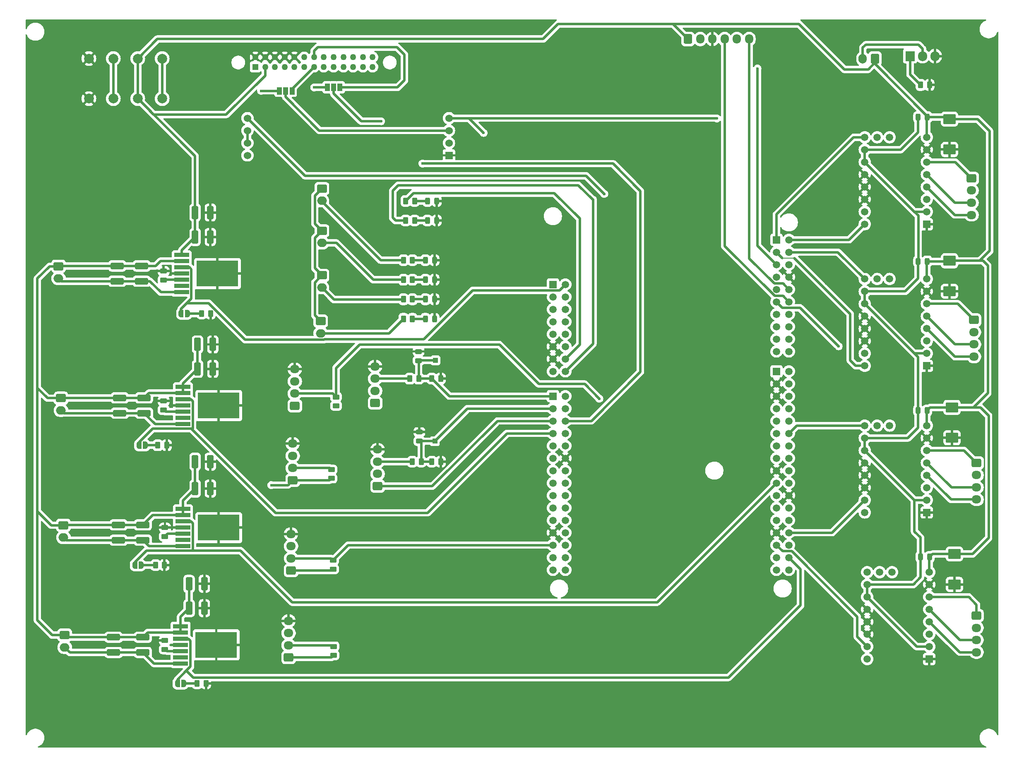
<source format=gbr>
%TF.GenerationSoftware,KiCad,Pcbnew,8.0.5*%
%TF.CreationDate,2024-11-03T12:33:06+01:00*%
%TF.ProjectId,Control board,436f6e74-726f-46c2-9062-6f6172642e6b,rev?*%
%TF.SameCoordinates,Original*%
%TF.FileFunction,Copper,L1,Top*%
%TF.FilePolarity,Positive*%
%FSLAX46Y46*%
G04 Gerber Fmt 4.6, Leading zero omitted, Abs format (unit mm)*
G04 Created by KiCad (PCBNEW 8.0.5) date 2024-11-03 12:33:06*
%MOMM*%
%LPD*%
G01*
G04 APERTURE LIST*
G04 Aperture macros list*
%AMRoundRect*
0 Rectangle with rounded corners*
0 $1 Rounding radius*
0 $2 $3 $4 $5 $6 $7 $8 $9 X,Y pos of 4 corners*
0 Add a 4 corners polygon primitive as box body*
4,1,4,$2,$3,$4,$5,$6,$7,$8,$9,$2,$3,0*
0 Add four circle primitives for the rounded corners*
1,1,$1+$1,$2,$3*
1,1,$1+$1,$4,$5*
1,1,$1+$1,$6,$7*
1,1,$1+$1,$8,$9*
0 Add four rect primitives between the rounded corners*
20,1,$1+$1,$2,$3,$4,$5,0*
20,1,$1+$1,$4,$5,$6,$7,0*
20,1,$1+$1,$6,$7,$8,$9,0*
20,1,$1+$1,$8,$9,$2,$3,0*%
%AMFreePoly0*
4,1,19,0.500000,-0.750000,0.000000,-0.750000,0.000000,-0.744911,-0.071157,-0.744911,-0.207708,-0.704816,-0.327430,-0.627875,-0.420627,-0.520320,-0.479746,-0.390866,-0.500000,-0.250000,-0.500000,0.250000,-0.479746,0.390866,-0.420627,0.520320,-0.327430,0.627875,-0.207708,0.704816,-0.071157,0.744911,0.000000,0.744911,0.000000,0.750000,0.500000,0.750000,0.500000,-0.750000,0.500000,-0.750000,
$1*%
%AMFreePoly1*
4,1,19,0.000000,0.744911,0.071157,0.744911,0.207708,0.704816,0.327430,0.627875,0.420627,0.520320,0.479746,0.390866,0.500000,0.250000,0.500000,-0.250000,0.479746,-0.390866,0.420627,-0.520320,0.327430,-0.627875,0.207708,-0.704816,0.071157,-0.744911,0.000000,-0.744911,0.000000,-0.750000,-0.500000,-0.750000,-0.500000,0.750000,0.000000,0.750000,0.000000,0.744911,0.000000,0.744911,
$1*%
G04 Aperture macros list end*
%TA.AperFunction,SMDPad,CuDef*%
%ADD10RoundRect,0.250000X-0.262500X-0.450000X0.262500X-0.450000X0.262500X0.450000X-0.262500X0.450000X0*%
%TD*%
%TA.AperFunction,SMDPad,CuDef*%
%ADD11FreePoly0,180.000000*%
%TD*%
%TA.AperFunction,SMDPad,CuDef*%
%ADD12FreePoly1,180.000000*%
%TD*%
%TA.AperFunction,ComponentPad*%
%ADD13C,1.258000*%
%TD*%
%TA.AperFunction,ComponentPad*%
%ADD14R,1.258000X1.258000*%
%TD*%
%TA.AperFunction,SMDPad,CuDef*%
%ADD15RoundRect,0.250000X-1.100000X0.412500X-1.100000X-0.412500X1.100000X-0.412500X1.100000X0.412500X0*%
%TD*%
%TA.AperFunction,SMDPad,CuDef*%
%ADD16RoundRect,0.243750X0.243750X0.456250X-0.243750X0.456250X-0.243750X-0.456250X0.243750X-0.456250X0*%
%TD*%
%TA.AperFunction,ComponentPad*%
%ADD17C,2.000000*%
%TD*%
%TA.AperFunction,SMDPad,CuDef*%
%ADD18RoundRect,0.250000X-0.412500X-1.100000X0.412500X-1.100000X0.412500X1.100000X-0.412500X1.100000X0*%
%TD*%
%TA.AperFunction,SMDPad,CuDef*%
%ADD19R,3.060000X0.890000*%
%TD*%
%TA.AperFunction,SMDPad,CuDef*%
%ADD20R,8.540000X5.350000*%
%TD*%
%TA.AperFunction,ComponentPad*%
%ADD21RoundRect,0.250000X-0.725000X0.600000X-0.725000X-0.600000X0.725000X-0.600000X0.725000X0.600000X0*%
%TD*%
%TA.AperFunction,ComponentPad*%
%ADD22O,1.950000X1.700000*%
%TD*%
%TA.AperFunction,SMDPad,CuDef*%
%ADD23RoundRect,0.250000X0.450000X-0.262500X0.450000X0.262500X-0.450000X0.262500X-0.450000X-0.262500X0*%
%TD*%
%TA.AperFunction,SMDPad,CuDef*%
%ADD24RoundRect,0.250000X0.262500X0.450000X-0.262500X0.450000X-0.262500X-0.450000X0.262500X-0.450000X0*%
%TD*%
%TA.AperFunction,ComponentPad*%
%ADD25RoundRect,0.250000X0.725000X-0.600000X0.725000X0.600000X-0.725000X0.600000X-0.725000X-0.600000X0*%
%TD*%
%TA.AperFunction,ComponentPad*%
%ADD26RoundRect,0.250000X-0.750000X0.600000X-0.750000X-0.600000X0.750000X-0.600000X0.750000X0.600000X0*%
%TD*%
%TA.AperFunction,ComponentPad*%
%ADD27O,2.000000X1.700000*%
%TD*%
%TA.AperFunction,ComponentPad*%
%ADD28R,1.508000X1.508000*%
%TD*%
%TA.AperFunction,ComponentPad*%
%ADD29C,1.508000*%
%TD*%
%TA.AperFunction,ComponentPad*%
%ADD30R,1.530000X1.530000*%
%TD*%
%TA.AperFunction,ComponentPad*%
%ADD31C,1.530000*%
%TD*%
%TA.AperFunction,ComponentPad*%
%ADD32RoundRect,0.250000X0.600000X0.750000X-0.600000X0.750000X-0.600000X-0.750000X0.600000X-0.750000X0*%
%TD*%
%TA.AperFunction,ComponentPad*%
%ADD33O,1.700000X2.000000*%
%TD*%
%TA.AperFunction,SMDPad,CuDef*%
%ADD34RoundRect,0.243750X0.456250X-0.243750X0.456250X0.243750X-0.456250X0.243750X-0.456250X-0.243750X0*%
%TD*%
%TA.AperFunction,SMDPad,CuDef*%
%ADD35RoundRect,0.250000X-1.025000X0.787500X-1.025000X-0.787500X1.025000X-0.787500X1.025000X0.787500X0*%
%TD*%
%TA.AperFunction,SMDPad,CuDef*%
%ADD36R,1.000000X1.000000*%
%TD*%
%TA.AperFunction,SMDPad,CuDef*%
%ADD37R,1.000000X1.500000*%
%TD*%
%TA.AperFunction,ComponentPad*%
%ADD38R,1.905000X2.000000*%
%TD*%
%TA.AperFunction,ComponentPad*%
%ADD39O,1.905000X2.000000*%
%TD*%
%TA.AperFunction,ComponentPad*%
%ADD40RoundRect,0.250000X-0.600000X-0.725000X0.600000X-0.725000X0.600000X0.725000X-0.600000X0.725000X0*%
%TD*%
%TA.AperFunction,ComponentPad*%
%ADD41O,1.700000X1.950000*%
%TD*%
%TA.AperFunction,ViaPad*%
%ADD42C,0.600000*%
%TD*%
%TA.AperFunction,Conductor*%
%ADD43C,0.500000*%
%TD*%
%TA.AperFunction,Conductor*%
%ADD44C,0.200000*%
%TD*%
G04 APERTURE END LIST*
D10*
%TO.P,R615,1*%
%TO.N,Net-(JP604-A)*%
X80535000Y-101640000D03*
%TO.P,R615,2*%
%TO.N,GND*%
X82360000Y-101640000D03*
%TD*%
%TO.P,R614,1*%
%TO.N,Net-(JP603-A)*%
X89527500Y-74680000D03*
%TO.P,R614,2*%
%TO.N,GND*%
X91352500Y-74680000D03*
%TD*%
%TO.P,R613,1*%
%TO.N,Net-(JP602-A)*%
X80077500Y-126160000D03*
%TO.P,R613,2*%
%TO.N,GND*%
X81902500Y-126160000D03*
%TD*%
%TO.P,R612,1*%
%TO.N,Net-(JP601-A)*%
X88567500Y-150390000D03*
%TO.P,R612,2*%
%TO.N,GND*%
X90392500Y-150390000D03*
%TD*%
D11*
%TO.P,JP604,1,A*%
%TO.N,Net-(JP604-A)*%
X78000000Y-101630000D03*
D12*
%TO.P,JP604,2,B*%
%TO.N,L4_PWM*%
X76700000Y-101630000D03*
%TD*%
D11*
%TO.P,JP603,1,A*%
%TO.N,Net-(JP603-A)*%
X86600000Y-74700000D03*
D12*
%TO.P,JP603,2,B*%
%TO.N,L3_PWM*%
X85300000Y-74700000D03*
%TD*%
D11*
%TO.P,JP602,1,A*%
%TO.N,Net-(JP602-A)*%
X77130000Y-126170000D03*
D12*
%TO.P,JP602,2,B*%
%TO.N,L2_PWM*%
X75830000Y-126170000D03*
%TD*%
D11*
%TO.P,JP601,1,A*%
%TO.N,Net-(JP601-A)*%
X85850000Y-150390000D03*
D12*
%TO.P,JP601,2,B*%
%TO.N,L1_PWM*%
X84550000Y-150390000D03*
%TD*%
D13*
%TO.P,J301,26,26*%
%TO.N,unconnected-(J301-Pad26)*%
X124500000Y-22200000D03*
%TO.P,J301,25,25*%
%TO.N,unconnected-(J301-Pad25)*%
X122500000Y-22200000D03*
%TO.P,J301,24,24*%
%TO.N,unconnected-(J301-Pad24)*%
X120500000Y-22200000D03*
%TO.P,J301,23,23*%
%TO.N,unconnected-(J301-Pad23)*%
X118500000Y-22200000D03*
%TO.P,J301,22,22*%
%TO.N,unconnected-(J301-Pad22)*%
X116500000Y-22200000D03*
%TO.P,J301,21,21*%
%TO.N,unconnected-(J301-Pad21)*%
X114500000Y-22200000D03*
%TO.P,J301,20,20*%
%TO.N,RS485RX+*%
X112500000Y-22200000D03*
%TO.P,J301,19,19*%
%TO.N,RS485RX-*%
X110500000Y-22200000D03*
%TO.P,J301,18,18*%
%TO.N,GND*%
X108500000Y-22200000D03*
%TO.P,J301,17,17*%
X106500000Y-22200000D03*
%TO.P,J301,16,16*%
X104500000Y-22200000D03*
%TO.P,J301,15,15*%
X102500000Y-22200000D03*
%TO.P,J301,14,14*%
X100500000Y-22200000D03*
%TO.P,J301,13,13*%
%TO.N,unconnected-(J301-Pad13)*%
X124500000Y-24200000D03*
%TO.P,J301,12,12*%
%TO.N,unconnected-(J301-Pad12)*%
X122500000Y-24200000D03*
%TO.P,J301,11,11*%
%TO.N,unconnected-(J301-Pad11)*%
X120500000Y-24200000D03*
%TO.P,J301,10,10*%
%TO.N,unconnected-(J301-Pad10)*%
X118500000Y-24200000D03*
%TO.P,J301,9,9*%
%TO.N,unconnected-(J301-Pad9)*%
X116500000Y-24200000D03*
%TO.P,J301,8,8*%
%TO.N,unconnected-(J301-Pad8)*%
X114500000Y-24200000D03*
%TO.P,J301,7,7*%
%TO.N,RS485TX-*%
X112500000Y-24200000D03*
%TO.P,J301,6,6*%
%TO.N,RS485TX+*%
X110500000Y-24200000D03*
%TO.P,J301,5,5*%
%TO.N,unconnected-(J301-Pad5)*%
X108500000Y-24200000D03*
%TO.P,J301,4,4*%
%TO.N,unconnected-(J301-Pad4)*%
X106500000Y-24200000D03*
%TO.P,J301,3,3*%
%TO.N,unconnected-(J301-Pad3)*%
X104500000Y-24200000D03*
%TO.P,J301,2,2*%
%TO.N,12V*%
X102500000Y-24200000D03*
D14*
%TO.P,J301,1,1*%
%TO.N,unconnected-(J301-Pad1)*%
X100500000Y-24200000D03*
%TD*%
D15*
%TO.P,C614,1*%
%TO.N,12V*%
X77500000Y-117937500D03*
%TO.P,C614,2*%
%TO.N,Net-(J604-Pin_2)*%
X77500000Y-121062500D03*
%TD*%
D10*
%TO.P,R406,1*%
%TO.N,F2_OUT*%
X136587500Y-88000000D03*
%TO.P,R406,2*%
%TO.N,GND*%
X138412500Y-88000000D03*
%TD*%
D16*
%TO.P,D504,1,K*%
%TO.N,12V*%
X238437500Y-124500000D03*
%TO.P,D504,2,A*%
%TO.N,5V*%
X236562500Y-124500000D03*
%TD*%
D10*
%TO.P,R601,1*%
%TO.N,HEATER IN*%
X236567500Y-27900000D03*
%TO.P,R601,2*%
%TO.N,GND*%
X238392500Y-27900000D03*
%TD*%
D17*
%TO.P,J501,1,1_1*%
%TO.N,24V*%
X81445100Y-30700000D03*
%TO.P,J501,2,1_2*%
X81445100Y-22500001D03*
%TO.P,J501,3,2_1*%
%TO.N,12V*%
X76445100Y-30700000D03*
%TO.P,J501,4,2_2*%
X76445100Y-22500001D03*
%TO.P,J501,5,3_1*%
%TO.N,5V*%
X71445099Y-30700000D03*
%TO.P,J501,6,3_2*%
X71445099Y-22500001D03*
%TO.P,J501,7,4_1*%
%TO.N,GND*%
X66445099Y-30700000D03*
%TO.P,J501,8,4_2*%
X66445099Y-22500001D03*
%TD*%
D18*
%TO.P,C609,1*%
%TO.N,12V*%
X88177500Y-105000000D03*
%TO.P,C609,2*%
%TO.N,GND*%
X91302500Y-105000000D03*
%TD*%
D19*
%TO.P,U602,1*%
%TO.N,12V*%
X85435000Y-62690000D03*
%TO.P,U602,2*%
X85435000Y-63960000D03*
%TO.P,U602,3*%
%TO.N,L3_PWM*%
X85435000Y-65230000D03*
%TO.P,U602,4*%
%TO.N,GND*%
X85435000Y-66500000D03*
%TO.P,U602,5*%
%TO.N,Net-(R603-Pad1)*%
X85435000Y-67770000D03*
%TO.P,U602,6*%
%TO.N,unconnected-(U602-Pad6)*%
X85435000Y-69040000D03*
%TO.P,U602,7*%
%TO.N,Net-(J602-Pin_2)*%
X85435000Y-70310000D03*
D20*
%TO.P,U602,EP*%
%TO.N,GND*%
X92740000Y-66500000D03*
%TD*%
D21*
%TO.P,J504,1,Pin_1*%
%TO.N,Net-(J504-Pin_1)*%
X248025000Y-105250000D03*
D22*
%TO.P,J504,2,Pin_2*%
%TO.N,Net-(J504-Pin_2)*%
X248025000Y-107750000D03*
%TO.P,J504,3,Pin_3*%
%TO.N,Net-(J504-Pin_3)*%
X248025000Y-110250000D03*
%TO.P,J504,4,Pin_4*%
%TO.N,Net-(J504-Pin_4)*%
X248025000Y-112750000D03*
%TD*%
D15*
%TO.P,C608,1*%
%TO.N,12V*%
X77240000Y-64937500D03*
%TO.P,C608,2*%
%TO.N,Net-(J602-Pin_2)*%
X77240000Y-68062500D03*
%TD*%
D23*
%TO.P,R603,1*%
%TO.N,Net-(R603-Pad1)*%
X81740000Y-67825000D03*
%TO.P,R603,2*%
%TO.N,GND*%
X81740000Y-66000000D03*
%TD*%
D24*
%TO.P,R607,1*%
%TO.N,Net-(D602-A)*%
X132625000Y-71760000D03*
%TO.P,R607,2*%
%TO.N,LL2 IN*%
X130800000Y-71760000D03*
%TD*%
D25*
%TO.P,J402,1,Pin_1*%
%TO.N,5V*%
X108570000Y-93560000D03*
D22*
%TO.P,J402,2,Pin_2*%
%TO.N,LB1_OUT*%
X108570000Y-91060000D03*
%TO.P,J402,3,Pin_3*%
%TO.N,unconnected-(J402-Pin_3-Pad3)*%
X108570000Y-88560000D03*
%TO.P,J402,4,Pin_4*%
%TO.N,GND*%
X108570000Y-86060000D03*
%TD*%
D23*
%TO.P,R604,1*%
%TO.N,Net-(R604-Pad1)*%
X82000000Y-120325000D03*
%TO.P,R604,2*%
%TO.N,GND*%
X82000000Y-118500000D03*
%TD*%
D16*
%TO.P,D606,2,A*%
%TO.N,Net-(D606-A)*%
X135710000Y-51650000D03*
%TO.P,D606,1,K*%
%TO.N,GND*%
X137585000Y-51650000D03*
%TD*%
D25*
%TO.P,J405,1,Pin_1*%
%TO.N,5V*%
X107800000Y-127290000D03*
D22*
%TO.P,J405,2,Pin_2*%
%TO.N,LB3_OUT*%
X107800000Y-124790000D03*
%TO.P,J405,3,Pin_3*%
%TO.N,unconnected-(J405-Pin_3-Pad3)*%
X107800000Y-122290000D03*
%TO.P,J405,4,Pin_4*%
%TO.N,GND*%
X107800000Y-119790000D03*
%TD*%
D18*
%TO.P,C612,1*%
%TO.N,12V*%
X88677500Y-86000000D03*
%TO.P,C612,2*%
%TO.N,GND*%
X91802500Y-86000000D03*
%TD*%
D26*
%TO.P,J605,1,Pin_1*%
%TO.N,12V*%
X60740000Y-92000000D03*
D27*
%TO.P,J605,2,Pin_2*%
%TO.N,Net-(J605-Pin_2)*%
X60740000Y-94500000D03*
%TD*%
D28*
%TO.P,U504,1,GND*%
%TO.N,GND*%
X238350000Y-145390000D03*
D29*
%TO.P,U504,2,VIO*%
%TO.N,5V*%
X238350000Y-142850000D03*
%TO.P,U504,3,M1B*%
%TO.N,Net-(J505-Pin_2)*%
X238350000Y-140310000D03*
%TO.P,U504,4,M1A*%
%TO.N,Net-(J505-Pin_4)*%
X238350000Y-137770000D03*
%TO.P,U504,5,M2A*%
%TO.N,Net-(J505-Pin_3)*%
X238350000Y-135230000D03*
%TO.P,U504,6,M2B*%
%TO.N,Net-(J505-Pin_1)*%
X238350000Y-132690000D03*
%TO.P,U504,7,GND*%
%TO.N,GND*%
X238350000Y-130150000D03*
%TO.P,U504,8,VM*%
%TO.N,12V*%
X238350000Y-127610000D03*
%TO.P,U504,9,DIR*%
%TO.N,M4_DIR*%
X225650000Y-145390000D03*
%TO.P,U504,10,STEP*%
%TO.N,M4_PWM*%
X225650000Y-142850000D03*
%TO.P,U504,11,PDN*%
%TO.N,GND*%
X225650000Y-140310000D03*
%TO.P,U504,12,UART*%
X225650000Y-137770000D03*
%TO.P,U504,13,SPRD*%
X225650000Y-135230000D03*
%TO.P,U504,14,MS2*%
%TO.N,5V*%
X225650000Y-132690000D03*
%TO.P,U504,15,MS1*%
X225650000Y-130150000D03*
%TO.P,U504,16,~{EN}*%
%TO.N,M4_EN*%
X225650000Y-127610000D03*
%TO.P,U504,17,INDEX*%
%TO.N,unconnected-(U504-INDEX-Pad17)*%
X230730000Y-127610000D03*
%TO.P,U504,18,DIAG*%
%TO.N,unconnected-(U504-DIAG-Pad18)*%
X228190000Y-127610000D03*
%TD*%
D18*
%TO.P,C601,1*%
%TO.N,12V*%
X86937500Y-130000000D03*
%TO.P,C601,2*%
%TO.N,GND*%
X90062500Y-130000000D03*
%TD*%
D24*
%TO.P,R610,2*%
%TO.N,D1 IN*%
X131235000Y-55650000D03*
%TO.P,R610,1*%
%TO.N,Net-(D605-A)*%
X133060000Y-55650000D03*
%TD*%
D10*
%TO.P,R401,1*%
%TO.N,Net-(J401-Pin_3)*%
X132587500Y-105000000D03*
%TO.P,R401,2*%
%TO.N,F1_OUT*%
X134412500Y-105000000D03*
%TD*%
D25*
%TO.P,J403,1,Pin_1*%
%TO.N,TEMP 2 OUT*%
X125000000Y-93000000D03*
D22*
%TO.P,J403,2,Pin_2*%
%TO.N,24V*%
X125000000Y-90500000D03*
%TO.P,J403,3,Pin_3*%
%TO.N,Net-(J403-Pin_3)*%
X125000000Y-88000000D03*
%TO.P,J403,4,Pin_4*%
%TO.N,GND*%
X125000000Y-85500000D03*
%TD*%
D30*
%TO.P,U301,1,GND*%
%TO.N,GND*%
X140100000Y-42310000D03*
D31*
%TO.P,U301,2,A*%
%TO.N,RS485_A*%
X140100000Y-39770000D03*
%TO.P,U301,3,B*%
%TO.N,RS485_B*%
X140100000Y-37230000D03*
%TO.P,U301,4,VCC*%
%TO.N,5V*%
X140100000Y-34690000D03*
%TO.P,U301,5,RO*%
%TO.N,RX*%
X98880000Y-34690000D03*
%TO.P,U301,6,RE*%
%TO.N,MAX485_CNT*%
X98880000Y-37230000D03*
%TO.P,U301,7,DE*%
X98880000Y-39770000D03*
%TO.P,U301,8,DI*%
%TO.N,TX*%
X98880000Y-42310000D03*
%TD*%
D23*
%TO.P,R407,1*%
%TO.N,5V*%
X116400000Y-127002500D03*
%TO.P,R407,2*%
%TO.N,LB3_OUT*%
X116400000Y-125177500D03*
%TD*%
%TO.P,R403,1*%
%TO.N,5V*%
X117000000Y-93585000D03*
%TO.P,R403,2*%
%TO.N,LB1_OUT*%
X117000000Y-91760000D03*
%TD*%
D32*
%TO.P,J603,1,Pin_1*%
%TO.N,12V*%
X227250000Y-22525000D03*
D33*
%TO.P,J603,2,Pin_2*%
%TO.N,Net-(J603-Pin_2)*%
X224750000Y-22525000D03*
%TD*%
D16*
%TO.P,D602,1,K*%
%TO.N,GND*%
X137150000Y-71760000D03*
%TO.P,D602,2,A*%
%TO.N,Net-(D602-A)*%
X135275000Y-71760000D03*
%TD*%
D28*
%TO.P,U502,1,GND*%
%TO.N,GND*%
X237850000Y-85390000D03*
D29*
%TO.P,U502,2,VIO*%
%TO.N,5V*%
X237850000Y-82850000D03*
%TO.P,U502,3,M1B*%
%TO.N,Net-(J503-Pin_2)*%
X237850000Y-80310000D03*
%TO.P,U502,4,M1A*%
%TO.N,Net-(J503-Pin_4)*%
X237850000Y-77770000D03*
%TO.P,U502,5,M2A*%
%TO.N,Net-(J503-Pin_3)*%
X237850000Y-75230000D03*
%TO.P,U502,6,M2B*%
%TO.N,Net-(J503-Pin_1)*%
X237850000Y-72690000D03*
%TO.P,U502,7,GND*%
%TO.N,GND*%
X237850000Y-70150000D03*
%TO.P,U502,8,VM*%
%TO.N,12V*%
X237850000Y-67610000D03*
%TO.P,U502,9,DIR*%
%TO.N,M2_DIR*%
X225150000Y-85390000D03*
%TO.P,U502,10,STEP*%
%TO.N,M2_PWM*%
X225150000Y-82850000D03*
%TO.P,U502,11,PDN*%
%TO.N,GND*%
X225150000Y-80310000D03*
%TO.P,U502,12,UART*%
X225150000Y-77770000D03*
%TO.P,U502,13,SPRD*%
X225150000Y-75230000D03*
%TO.P,U502,14,MS2*%
%TO.N,5V*%
X225150000Y-72690000D03*
%TO.P,U502,15,MS1*%
X225150000Y-70150000D03*
%TO.P,U502,16,~{EN}*%
%TO.N,M2_EN*%
X225150000Y-67610000D03*
%TO.P,U502,17,INDEX*%
%TO.N,unconnected-(U502-INDEX-Pad17)*%
X230230000Y-67610000D03*
%TO.P,U502,18,DIAG*%
%TO.N,unconnected-(U502-DIAG-Pad18)*%
X227690000Y-67610000D03*
%TD*%
D26*
%TO.P,J609,1,Pin_1*%
%TO.N,5V*%
X114110000Y-49100000D03*
D27*
%TO.P,J609,2,Pin_2*%
%TO.N,LL4 IN*%
X114110000Y-51600000D03*
%TD*%
D24*
%TO.P,R611,2*%
%TO.N,D2 IN*%
X131235000Y-51650000D03*
%TO.P,R611,1*%
%TO.N,Net-(D606-A)*%
X133060000Y-51650000D03*
%TD*%
D34*
%TO.P,D401,1,K*%
%TO.N,F1_OUT*%
X134050000Y-100797500D03*
%TO.P,D401,2,A*%
%TO.N,GND*%
X134050000Y-98922500D03*
%TD*%
D16*
%TO.P,D603,1,K*%
%TO.N,GND*%
X137150000Y-67760000D03*
%TO.P,D603,2,A*%
%TO.N,Net-(D603-A)*%
X135275000Y-67760000D03*
%TD*%
D18*
%TO.P,C603,1*%
%TO.N,12V*%
X86937500Y-135000000D03*
%TO.P,C603,2*%
%TO.N,GND*%
X90062500Y-135000000D03*
%TD*%
D35*
%TO.P,C503,1*%
%TO.N,12V*%
X243000000Y-93887500D03*
%TO.P,C503,2*%
%TO.N,GND*%
X243000000Y-100112500D03*
%TD*%
D36*
%TO.P,TP402,1,1*%
%TO.N,F2_OUT*%
X137320000Y-84280000D03*
%TD*%
D16*
%TO.P,D601,1,K*%
%TO.N,GND*%
X137150000Y-75760000D03*
%TO.P,D601,2,A*%
%TO.N,Net-(D601-A)*%
X135275000Y-75760000D03*
%TD*%
D29*
%TO.P,U201,CN10_34,D35/TIMER_C_PWM3*%
%TO.N,PWM1*%
X209630000Y-127150000D03*
%TO.P,U201,CN10_33,D34/TIMER_B_ETR*%
%TO.N,PWM2*%
X207090000Y-127150000D03*
%TO.P,U201,CN10_32,D36/TIMER_C_PWM2*%
%TO.N,L1_PWM*%
X209630000Y-124610000D03*
%TO.P,U201,CN10_31,D33/TIMER_D_PWM1*%
%TO.N,unconnected-(U201F-D33{slash}TIMER_D_PWM1-PadCN10_31)*%
X207090000Y-124610000D03*
%TO.P,U201,CN10_30,D37/TIMER_A_BKIN1*%
%TO.N,unconnected-(U201F-D37{slash}TIMER_A_BKIN1-PadCN10_30)*%
X209630000Y-122070000D03*
%TO.P,U201,CN10_29,D32/TIMER_C_PWM1*%
%TO.N,M4_PWM*%
X207090000Y-122070000D03*
%TO.P,U201,CN10_28,D38/TIMER_A_BKIN2*%
%TO.N,M3_PWM*%
X209630000Y-119530000D03*
%TO.P,U201,CN10_27,GND_CN10*%
%TO.N,GND*%
X207090000Y-119530000D03*
%TO.P,U201,CN10_26,D39/TIMER_A_PWM3N*%
%TO.N,unconnected-(U201F-D39{slash}TIMER_A_PWM3N-PadCN10_26)*%
X209630000Y-116990000D03*
%TO.P,U201,CN10_25,D31/QSPI_BK1_IO2*%
%TO.N,unconnected-(U201F-D31{slash}QSPI_BK1_IO2-PadCN10_25)*%
X207090000Y-116990000D03*
%TO.P,U201,CN10_24,D40/TIMER_A_PWM2N*%
%TO.N,unconnected-(U201F-D40{slash}TIMER_A_PWM2N-PadCN10_24)*%
X209630000Y-114450000D03*
%TO.P,U201,CN10_23,D30/QSPI_BK1_IO0*%
%TO.N,unconnected-(U201F-D30{slash}QSPI_BK1_IO0-PadCN10_23)*%
X207090000Y-114450000D03*
%TO.P,U201,CN10_22,GND_CN10*%
%TO.N,GND*%
X209630000Y-111910000D03*
%TO.P,U201,CN10_21,D29/QSPI_BK1_IO1*%
%TO.N,unconnected-(U201F-D29{slash}QSPI_BK1_IO1-PadCN10_21)*%
X207090000Y-111910000D03*
%TO.P,U201,CN10_20,D41/TIMER_A_ETR*%
%TO.N,unconnected-(U201F-D41{slash}TIMER_A_ETR-PadCN10_20)*%
X209630000Y-109370000D03*
%TO.P,U201,CN10_19,D28/QSPI_BK1_IO3*%
%TO.N,L2_PWM*%
X207090000Y-109370000D03*
%TO.P,U201,CN10_18,D42/TIMER_A_PWM1N*%
%TO.N,unconnected-(U201F-D42{slash}TIMER_A_PWM1N-PadCN10_18)*%
X209630000Y-106830000D03*
%TO.P,U201,CN10_17,GND_CN10*%
%TO.N,GND*%
X207090000Y-106830000D03*
%TO.P,U201,CN10_16,D0/USART_A_RX*%
%TO.N,unconnected-(U201F-D0{slash}USART_A_RX-PadCN10_16)*%
X209630000Y-104290000D03*
%TO.P,U201,CN10_15,D27/QSPI_CLK*%
%TO.N,unconnected-(U201F-D27{slash}QSPI_CLK-PadCN10_15)*%
X207090000Y-104290000D03*
%TO.P,U201,CN10_14,D1/USART_A_TX*%
%TO.N,unconnected-(U201F-D1{slash}USART_A_TX-PadCN10_14)*%
X209630000Y-101750000D03*
%TO.P,U201,CN10_13,D26/QSPI_CS*%
%TO.N,unconnected-(U201F-D26{slash}QSPI_CS-PadCN10_13)*%
X207090000Y-101750000D03*
%TO.P,U201,CN10_12,D2/IO*%
%TO.N,M3_EN*%
X209630000Y-99210000D03*
%TO.P,U201,CN10_11,A8/ADC_C_IN*%
%TO.N,unconnected-(U201F-A8{slash}ADC_C_IN-PadCN10_11)*%
X207090000Y-99210000D03*
%TO.P,U201,CN10_10,D3/TIMER_A_PWM3*%
%TO.N,unconnected-(U201F-D3{slash}TIMER_A_PWM3-PadCN10_10)*%
X209630000Y-96670000D03*
%TO.P,U201,CN10_9,A7/ADC_B_IN*%
%TO.N,unconnected-(U201F-A7{slash}ADC_B_IN-PadCN10_9)*%
X207090000Y-96670000D03*
%TO.P,U201,CN10_8,D4/IO*%
%TO.N,unconnected-(U201F-D4{slash}IO-PadCN10_8)*%
X209630000Y-94130000D03*
%TO.P,U201,CN10_7,A6/ADC_A_IN*%
%TO.N,unconnected-(U201F-A6{slash}ADC_A_IN-PadCN10_7)*%
X207090000Y-94130000D03*
%TO.P,U201,CN10_6,D5/TIMER_A_PWM2*%
%TO.N,unconnected-(U201F-D5{slash}TIMER_A_PWM2-PadCN10_6)*%
X209630000Y-91590000D03*
%TO.P,U201,CN10_5,GND_CN10*%
%TO.N,GND*%
X207090000Y-91590000D03*
%TO.P,U201,CN10_4,D6/TIMER_A_PWM1*%
%TO.N,unconnected-(U201F-D6{slash}TIMER_A_PWM1-PadCN10_4)*%
X209630000Y-89050000D03*
%TO.P,U201,CN10_3,AGND_CN10*%
%TO.N,GND*%
X207090000Y-89050000D03*
%TO.P,U201,CN10_2,D7/IO*%
%TO.N,unconnected-(U201F-D7{slash}IO-PadCN10_2)*%
X209630000Y-86510000D03*
D28*
%TO.P,U201,CN10_1,AVDD*%
%TO.N,unconnected-(U201F-AVDD-PadCN10_1)*%
X207090000Y-86510000D03*
D29*
%TO.P,U201,CN9_30,D64/IO*%
%TO.N,M4_EN*%
X163910000Y-127150000D03*
%TO.P,U201,CN9_29,D65/IO*%
%TO.N,M4_DIR*%
X161370000Y-127150000D03*
%TO.P,U201,CN9_28,D63/SAI_B_FS*%
%TO.N,M3_DIR*%
X163910000Y-124610000D03*
%TO.P,U201,CN9_27,D66/CAN_TX*%
%TO.N,LB4_OUT*%
X161370000Y-124610000D03*
%TO.P,U201,CN9_26,D62/SAI_B_MCLK*%
%TO.N,unconnected-(U201D-D62{slash}SAI_B_MCLK-PadCN9_26)*%
X163910000Y-122070000D03*
%TO.P,U201,CN9_25,D67/CAN_RX*%
%TO.N,LB3_OUT*%
X161370000Y-122070000D03*
%TO.P,U201,CN9_24,D61/SAI_B_SCK*%
%TO.N,unconnected-(U201D-D61{slash}SAI_B_SCK-PadCN9_24)*%
X163910000Y-119530000D03*
%TO.P,U201,CN9_23,GND_CN9*%
%TO.N,GND*%
X161370000Y-119530000D03*
%TO.P,U201,CN9_22,D60/SAI_B_SD*%
%TO.N,unconnected-(U201D-D60{slash}SAI_B_SD-PadCN9_22)*%
X163910000Y-116990000D03*
%TO.P,U201,CN9_21,D68/I2C_B_SDA*%
%TO.N,I2C_SDA*%
X161370000Y-116990000D03*
%TO.P,U201,CN9_20,D59/SAI_A_SD*%
%TO.N,unconnected-(U201D-D59{slash}SAI_A_SD-PadCN9_20)*%
X163910000Y-114450000D03*
%TO.P,U201,CN9_19,D69/I2C_B_SCL*%
%TO.N,I2C_SCL*%
X161370000Y-114450000D03*
%TO.P,U201,CN9_18,D58/SAI_A_SCK*%
%TO.N,unconnected-(U201D-D58{slash}SAI_A_SCK-PadCN9_18)*%
X163910000Y-111910000D03*
%TO.P,U201,CN9_17,D70/I2C_B_SMBA*%
%TO.N,I2C_SMBA*%
X161370000Y-111910000D03*
%TO.P,U201,CN9_16,D57/SAI_A_FS*%
%TO.N,unconnected-(U201D-D57{slash}SAI_A_FS-PadCN9_16)*%
X163910000Y-109370000D03*
%TO.P,U201,CN9_15,D71/COMP2_INP*%
%TO.N,unconnected-(U201D-D71{slash}COMP2_INP-PadCN9_15)*%
X161370000Y-109370000D03*
%TO.P,U201,CN9_14,D56/SAI_A_MCLK*%
%TO.N,unconnected-(U201D-D56{slash}SAI_A_MCLK-PadCN9_14)*%
X163910000Y-106830000D03*
%TO.P,U201,CN9_13,D72/COMP1_INP*%
%TO.N,unconnected-(U201D-D72{slash}COMP1_INP-PadCN9_13)*%
X161370000Y-106830000D03*
%TO.P,U201,CN9_12,GND_CN9*%
%TO.N,GND*%
X163910000Y-104290000D03*
%TO.P,U201,CN9_11,A5/ADC3_INP6/I2C1_SCL*%
%TO.N,unconnected-(U201D-A5{slash}ADC3_INP6{slash}I2C1_SCL-PadCN9_11)*%
X161370000Y-104290000D03*
%TO.P,U201,CN9_10,D55/USART_B_CTS*%
%TO.N,LB2_OUT*%
X163910000Y-101750000D03*
%TO.P,U201,CN9_9,A4/ADC123_INP12/I2C1_SDA*%
%TO.N,TEMP 2 OUT*%
X161370000Y-101750000D03*
%TO.P,U201,CN9_8,D54/USART_B_RTS*%
%TO.N,LB1_OUT*%
X163910000Y-99210000D03*
%TO.P,U201,CN9_7,A3/ADC12_INP5*%
%TO.N,L4_PWM*%
X161370000Y-99210000D03*
%TO.P,U201,CN9_6,D53/USART_B_TX*%
%TO.N,TX*%
X163910000Y-96670000D03*
%TO.P,U201,CN9_5,A2/ADC12_INP13*%
%TO.N,TEMP 1 OUT*%
X161370000Y-96670000D03*
%TO.P,U201,CN9_4,D52/USART_B_RX*%
%TO.N,RX*%
X163910000Y-94130000D03*
%TO.P,U201,CN9_3,A1/ADC123_INP10*%
%TO.N,F1_OUT*%
X161370000Y-94130000D03*
%TO.P,U201,CN9_2,D51/USART_B_SCLK*%
%TO.N,UART_SCLK*%
X163910000Y-91590000D03*
D28*
%TO.P,U201,CN9_1,A0/ADC12_INP15*%
%TO.N,F2_OUT*%
X161370000Y-91590000D03*
D29*
%TO.P,U201,CN8_16,D50/IO*%
%TO.N,D1 IN*%
X163910000Y-86510000D03*
%TO.P,U201,CN8_15,VIN_CN8*%
%TO.N,unconnected-(U201C-VIN_CN8-PadCN8_15)*%
X161370000Y-86510000D03*
%TO.P,U201,CN8_14,D49/IO*%
%TO.N,D2 IN*%
X163910000Y-83970000D03*
%TO.P,U201,CN8_13,GND_CN8*%
%TO.N,GND*%
X161370000Y-83970000D03*
%TO.P,U201,CN8_12,D48/SDMMC_CMD*%
%TO.N,unconnected-(U201C-D48{slash}SDMMC_CMD-PadCN8_12)*%
X163910000Y-81430000D03*
%TO.P,U201,CN8_11,GND_CN8*%
%TO.N,GND*%
X161370000Y-81430000D03*
%TO.P,U201,CN8_10,D47/SDMMC_CK*%
%TO.N,unconnected-(U201C-D47{slash}SDMMC_CK-PadCN8_10)*%
X163910000Y-78890000D03*
%TO.P,U201,CN8_9,5V_CN8*%
%TO.N,5V*%
X161370000Y-78890000D03*
%TO.P,U201,CN8_8,D46/SDMMC_D3*%
%TO.N,unconnected-(U201C-D46{slash}SDMMC_D3-PadCN8_8)*%
X163910000Y-76350000D03*
%TO.P,U201,CN8_7,3V3_CN8*%
%TO.N,unconnected-(U201C-3V3_CN8-PadCN8_7)*%
X161370000Y-76350000D03*
%TO.P,U201,CN8_6,D45/SDMMC_D2*%
%TO.N,unconnected-(U201C-D45{slash}SDMMC_D2-PadCN8_6)*%
X163910000Y-73810000D03*
%TO.P,U201,CN8_5,NRST_CN8*%
%TO.N,unconnected-(U201C-NRST_CN8-PadCN8_5)*%
X161370000Y-73810000D03*
%TO.P,U201,CN8_4,D44/SDMMC_D1/I2S_A_CKIN*%
%TO.N,unconnected-(U201C-D44{slash}SDMMC_D1{slash}I2S_A_CKIN-PadCN8_4)*%
X163910000Y-71270000D03*
%TO.P,U201,CN8_3,IOREF_CN8*%
%TO.N,unconnected-(U201C-IOREF_CN8-PadCN8_3)*%
X161370000Y-71270000D03*
%TO.P,U201,CN8_2,D43/SDMMC_D0*%
%TO.N,L3_PWM*%
X163910000Y-68730000D03*
D28*
%TO.P,U201,CN8_1,NC_CN8*%
%TO.N,unconnected-(U201C-NC_CN8-PadCN8_1)*%
X161370000Y-68730000D03*
D29*
%TO.P,U201,CN7_20,D8/IO*%
%TO.N,unconnected-(U201E-D8{slash}IO-PadCN7_20)*%
X209630000Y-82446000D03*
%TO.P,U201,CN7_19,D25/SPI_B_MISO*%
%TO.N,unconnected-(U201E-D25{slash}SPI_B_MISO-PadCN7_19)*%
X207090000Y-82446000D03*
%TO.P,U201,CN7_18,D9/TIMER_B_PWM2*%
%TO.N,unconnected-(U201E-D9{slash}TIMER_B_PWM2-PadCN7_18)*%
X209630000Y-79906000D03*
%TO.P,U201,CN7_17,D24/SPI_B_NSS*%
%TO.N,unconnected-(U201E-D24{slash}SPI_B_NSS-PadCN7_17)*%
X207090000Y-79906000D03*
%TO.P,U201,CN7_16,D10/SPI_A_CS/TIM_B_PWM3*%
%TO.N,HEATER IN*%
X209630000Y-77366000D03*
%TO.P,U201,CN7_15,D23/I2S_B_CK/SPI_B_SCK*%
%TO.N,M1_PWM*%
X207090000Y-77366000D03*
%TO.P,U201,CN7_14,D11/SPI_A_MOSI/TIM_E_PWM1*%
%TO.N,unconnected-(U201E-D11{slash}SPI_A_MOSI{slash}TIM_E_PWM1-PadCN7_14)*%
X209630000Y-74826000D03*
%TO.P,U201,CN7_13,D22/I2S_B_SD/SPI_B_MOSI*%
%TO.N,unconnected-(U201E-D22{slash}I2S_B_SD{slash}SPI_B_MOSI-PadCN7_13)*%
X207090000Y-74826000D03*
%TO.P,U201,CN7_12,D12/SPI_A_MISO*%
%TO.N,TH_DO{slash}MISO1*%
X209630000Y-72286000D03*
%TO.P,U201,CN7_11,D21/I2S_B_MCK*%
%TO.N,M2_PWM*%
X207090000Y-72286000D03*
%TO.P,U201,CN7_10,D13/SPI_A_SCK*%
%TO.N,TH_CLK1*%
X209630000Y-69746000D03*
%TO.P,U201,CN7_9,D20/I2S_B_WS*%
%TO.N,unconnected-(U201E-D20{slash}I2S_B_WS-PadCN7_9)*%
X207090000Y-69746000D03*
%TO.P,U201,CN7_8,GND_CN7*%
%TO.N,GND*%
X209630000Y-67206000D03*
%TO.P,U201,CN7_7,D19/I2S_A_WS*%
%TO.N,unconnected-(U201E-D19{slash}I2S_A_WS-PadCN7_7)*%
X207090000Y-67206000D03*
%TO.P,U201,CN7_6,VREFP_CN7*%
%TO.N,unconnected-(U201E-VREFP_CN7-PadCN7_6)*%
X209630000Y-64666000D03*
%TO.P,U201,CN7_5,D18/I2S_A_CK*%
%TO.N,TH_CS1*%
X207090000Y-64666000D03*
%TO.P,U201,CN7_4,D14/I2C_A_SDA*%
%TO.N,M2_EN*%
X209630000Y-62126000D03*
%TO.P,U201,CN7_3,D17/I2S_A_SD*%
%TO.N,M2_DIR*%
X207090000Y-62126000D03*
%TO.P,U201,CN7_2,D15/I2C_A_SCL*%
%TO.N,M1_DIR*%
X209630000Y-59586000D03*
D28*
%TO.P,U201,CN7_1,D16/I2S_A_MCK*%
%TO.N,M1_EN*%
X207090000Y-59586000D03*
%TD*%
D37*
%TO.P,JP302,1,A*%
%TO.N,RS485RX-*%
X105410000Y-29110000D03*
%TO.P,JP302,2,C*%
%TO.N,RS485_B*%
X106710000Y-29110000D03*
%TO.P,JP302,3,B*%
%TO.N,RS485TX-*%
X108010000Y-29110000D03*
%TD*%
D16*
%TO.P,D605,2,A*%
%TO.N,Net-(D605-A)*%
X135710000Y-55650000D03*
%TO.P,D605,1,K*%
%TO.N,GND*%
X137585000Y-55650000D03*
%TD*%
D23*
%TO.P,R605,1*%
%TO.N,Net-(R605-Pad1)*%
X81740000Y-94412500D03*
%TO.P,R605,2*%
%TO.N,GND*%
X81740000Y-92587500D03*
%TD*%
%TO.P,R408,1*%
%TO.N,5V*%
X116490000Y-144632500D03*
%TO.P,R408,2*%
%TO.N,LB4_OUT*%
X116490000Y-142807500D03*
%TD*%
%TO.P,R404,1*%
%TO.N,5V*%
X116060000Y-108432500D03*
%TO.P,R404,2*%
%TO.N,LB2_OUT*%
X116060000Y-106607500D03*
%TD*%
D10*
%TO.P,R402,1*%
%TO.N,F1_OUT*%
X136587500Y-105000000D03*
%TO.P,R402,2*%
%TO.N,GND*%
X138412500Y-105000000D03*
%TD*%
D21*
%TO.P,J505,1,Pin_1*%
%TO.N,Net-(J505-Pin_1)*%
X248000000Y-136500000D03*
D22*
%TO.P,J505,2,Pin_2*%
%TO.N,Net-(J505-Pin_2)*%
X248000000Y-139000000D03*
%TO.P,J505,3,Pin_3*%
%TO.N,Net-(J505-Pin_3)*%
X248000000Y-141500000D03*
%TO.P,J505,4,Pin_4*%
%TO.N,Net-(J505-Pin_4)*%
X248000000Y-144000000D03*
%TD*%
D18*
%TO.P,C604,1*%
%TO.N,12V*%
X88177500Y-59000000D03*
%TO.P,C604,2*%
%TO.N,GND*%
X91302500Y-59000000D03*
%TD*%
D24*
%TO.P,R606,1*%
%TO.N,Net-(D601-A)*%
X132625000Y-75760000D03*
%TO.P,R606,2*%
%TO.N,LL1 IN*%
X130800000Y-75760000D03*
%TD*%
D18*
%TO.P,C602,1*%
%TO.N,12V*%
X88177500Y-54000000D03*
%TO.P,C602,2*%
%TO.N,GND*%
X91302500Y-54000000D03*
%TD*%
D19*
%TO.P,U604,1*%
%TO.N,12V*%
X85695000Y-89690000D03*
%TO.P,U604,2*%
X85695000Y-90960000D03*
%TO.P,U604,3*%
%TO.N,L4_PWM*%
X85695000Y-92230000D03*
%TO.P,U604,4*%
%TO.N,GND*%
X85695000Y-93500000D03*
%TO.P,U604,5*%
%TO.N,Net-(R605-Pad1)*%
X85695000Y-94770000D03*
%TO.P,U604,6*%
%TO.N,unconnected-(U604-Pad6)*%
X85695000Y-96040000D03*
%TO.P,U604,7*%
%TO.N,Net-(J605-Pin_2)*%
X85695000Y-97310000D03*
D20*
%TO.P,U604,EP*%
%TO.N,GND*%
X93000000Y-93500000D03*
%TD*%
D37*
%TO.P,JP301,1,A*%
%TO.N,RS485RX+*%
X117810000Y-28392500D03*
%TO.P,JP301,2,C*%
%TO.N,RS485_A*%
X116510000Y-28392500D03*
%TO.P,JP301,3,B*%
%TO.N,RS485TX+*%
X115210000Y-28392500D03*
%TD*%
D35*
%TO.P,C502,1*%
%TO.N,12V*%
X242500000Y-63887500D03*
%TO.P,C502,2*%
%TO.N,GND*%
X242500000Y-70112500D03*
%TD*%
D26*
%TO.P,J602,1,Pin_1*%
%TO.N,12V*%
X60240000Y-65000000D03*
D27*
%TO.P,J602,2,Pin_2*%
%TO.N,Net-(J602-Pin_2)*%
X60240000Y-67500000D03*
%TD*%
D16*
%TO.P,D501,1,K*%
%TO.N,12V*%
X237937500Y-34500000D03*
%TO.P,D501,2,A*%
%TO.N,5V*%
X236062500Y-34500000D03*
%TD*%
D19*
%TO.P,U601,1*%
%TO.N,12V*%
X85195000Y-138690000D03*
%TO.P,U601,2*%
X85195000Y-139960000D03*
%TO.P,U601,3*%
%TO.N,L1_PWM*%
X85195000Y-141230000D03*
%TO.P,U601,4*%
%TO.N,GND*%
X85195000Y-142500000D03*
%TO.P,U601,5*%
%TO.N,Net-(R602-Pad1)*%
X85195000Y-143770000D03*
%TO.P,U601,6*%
%TO.N,unconnected-(U601-Pad6)*%
X85195000Y-145040000D03*
%TO.P,U601,7*%
%TO.N,Net-(J601-Pin_2)*%
X85195000Y-146310000D03*
D20*
%TO.P,U601,EP*%
%TO.N,GND*%
X92500000Y-142500000D03*
%TD*%
D15*
%TO.P,C615,1*%
%TO.N,12V*%
X72740000Y-91937500D03*
%TO.P,C615,2*%
%TO.N,Net-(J605-Pin_2)*%
X72740000Y-95062500D03*
%TD*%
D21*
%TO.P,J502,1,Pin_1*%
%TO.N,Net-(J502-Pin_1)*%
X247000000Y-47000000D03*
D22*
%TO.P,J502,2,Pin_2*%
%TO.N,Net-(J502-Pin_2)*%
X247000000Y-49500000D03*
%TO.P,J502,3,Pin_3*%
%TO.N,Net-(J502-Pin_3)*%
X247000000Y-52000000D03*
%TO.P,J502,4,Pin_4*%
%TO.N,Net-(J502-Pin_4)*%
X247000000Y-54500000D03*
%TD*%
D15*
%TO.P,C607,1*%
%TO.N,12V*%
X72240000Y-64937500D03*
%TO.P,C607,2*%
%TO.N,Net-(J602-Pin_2)*%
X72240000Y-68062500D03*
%TD*%
D25*
%TO.P,J407,1,Pin_1*%
%TO.N,5V*%
X107290000Y-145080000D03*
D22*
%TO.P,J407,2,Pin_2*%
%TO.N,LB4_OUT*%
X107290000Y-142580000D03*
%TO.P,J407,3,Pin_3*%
%TO.N,unconnected-(J407-Pin_3-Pad3)*%
X107290000Y-140080000D03*
%TO.P,J407,4,Pin_4*%
%TO.N,GND*%
X107290000Y-137580000D03*
%TD*%
D35*
%TO.P,C501,1*%
%TO.N,12V*%
X242500000Y-34887500D03*
%TO.P,C501,2*%
%TO.N,GND*%
X242500000Y-41112500D03*
%TD*%
D19*
%TO.P,U603,1*%
%TO.N,12V*%
X85695000Y-114690000D03*
%TO.P,U603,2*%
X85695000Y-115960000D03*
%TO.P,U603,3*%
%TO.N,L2_PWM*%
X85695000Y-117230000D03*
%TO.P,U603,4*%
%TO.N,GND*%
X85695000Y-118500000D03*
%TO.P,U603,5*%
%TO.N,Net-(R604-Pad1)*%
X85695000Y-119770000D03*
%TO.P,U603,6*%
%TO.N,unconnected-(U603-Pad6)*%
X85695000Y-121040000D03*
%TO.P,U603,7*%
%TO.N,Net-(J604-Pin_2)*%
X85695000Y-122310000D03*
D20*
%TO.P,U603,EP*%
%TO.N,GND*%
X93000000Y-118500000D03*
%TD*%
D23*
%TO.P,R602,1*%
%TO.N,Net-(R602-Pad1)*%
X82000000Y-143412500D03*
%TO.P,R602,2*%
%TO.N,GND*%
X82000000Y-141587500D03*
%TD*%
D15*
%TO.P,C606,1*%
%TO.N,12V*%
X77500000Y-140937500D03*
%TO.P,C606,2*%
%TO.N,Net-(J601-Pin_2)*%
X77500000Y-144062500D03*
%TD*%
D10*
%TO.P,R405,1*%
%TO.N,Net-(J403-Pin_3)*%
X132087500Y-88000000D03*
%TO.P,R405,2*%
%TO.N,F2_OUT*%
X133912500Y-88000000D03*
%TD*%
D26*
%TO.P,J606,1,Pin_1*%
%TO.N,5V*%
X113860000Y-76230000D03*
D27*
%TO.P,J606,2,Pin_2*%
%TO.N,LL1 IN*%
X113860000Y-78730000D03*
%TD*%
D35*
%TO.P,C504,1*%
%TO.N,12V*%
X243500000Y-123887500D03*
%TO.P,C504,2*%
%TO.N,GND*%
X243500000Y-130112500D03*
%TD*%
D15*
%TO.P,C616,1*%
%TO.N,12V*%
X77740000Y-91937500D03*
%TO.P,C616,2*%
%TO.N,Net-(J605-Pin_2)*%
X77740000Y-95062500D03*
%TD*%
D24*
%TO.P,R609,1*%
%TO.N,Net-(D604-A)*%
X132625000Y-63760000D03*
%TO.P,R609,2*%
%TO.N,LL4 IN*%
X130800000Y-63760000D03*
%TD*%
D38*
%TO.P,Q601,1,G*%
%TO.N,HEATER IN*%
X234420000Y-22000000D03*
D39*
%TO.P,Q601,2,D*%
%TO.N,Net-(J603-Pin_2)*%
X236960000Y-22000000D03*
%TO.P,Q601,3,S*%
%TO.N,GND*%
X239500000Y-22000000D03*
%TD*%
D26*
%TO.P,J607,1,Pin_1*%
%TO.N,5V*%
X114110000Y-57740000D03*
D27*
%TO.P,J607,2,Pin_2*%
%TO.N,LL3 IN*%
X114110000Y-60240000D03*
%TD*%
D15*
%TO.P,C605,1*%
%TO.N,12V*%
X71500000Y-140937500D03*
%TO.P,C605,2*%
%TO.N,Net-(J601-Pin_2)*%
X71500000Y-144062500D03*
%TD*%
D16*
%TO.P,D503,1,K*%
%TO.N,12V*%
X237937500Y-94500000D03*
%TO.P,D503,2,A*%
%TO.N,5V*%
X236062500Y-94500000D03*
%TD*%
D15*
%TO.P,C613,1*%
%TO.N,12V*%
X72500000Y-117937500D03*
%TO.P,C613,2*%
%TO.N,Net-(J604-Pin_2)*%
X72500000Y-121062500D03*
%TD*%
D16*
%TO.P,D604,1,K*%
%TO.N,GND*%
X137150000Y-63760000D03*
%TO.P,D604,2,A*%
%TO.N,Net-(D604-A)*%
X135275000Y-63760000D03*
%TD*%
D18*
%TO.P,C610,1*%
%TO.N,12V*%
X88677500Y-81000000D03*
%TO.P,C610,2*%
%TO.N,GND*%
X91802500Y-81000000D03*
%TD*%
D28*
%TO.P,U501,1,GND*%
%TO.N,GND*%
X237850000Y-56390000D03*
D29*
%TO.P,U501,2,VIO*%
%TO.N,5V*%
X237850000Y-53850000D03*
%TO.P,U501,3,M1B*%
%TO.N,Net-(J502-Pin_2)*%
X237850000Y-51310000D03*
%TO.P,U501,4,M1A*%
%TO.N,Net-(J502-Pin_4)*%
X237850000Y-48770000D03*
%TO.P,U501,5,M2A*%
%TO.N,Net-(J502-Pin_3)*%
X237850000Y-46230000D03*
%TO.P,U501,6,M2B*%
%TO.N,Net-(J502-Pin_1)*%
X237850000Y-43690000D03*
%TO.P,U501,7,GND*%
%TO.N,GND*%
X237850000Y-41150000D03*
%TO.P,U501,8,VM*%
%TO.N,12V*%
X237850000Y-38610000D03*
%TO.P,U501,9,DIR*%
%TO.N,M1_DIR*%
X225150000Y-56390000D03*
%TO.P,U501,10,STEP*%
%TO.N,M1_PWM*%
X225150000Y-53850000D03*
%TO.P,U501,11,PDN*%
%TO.N,GND*%
X225150000Y-51310000D03*
%TO.P,U501,12,UART*%
X225150000Y-48770000D03*
%TO.P,U501,13,SPRD*%
X225150000Y-46230000D03*
%TO.P,U501,14,MS2*%
%TO.N,5V*%
X225150000Y-43690000D03*
%TO.P,U501,15,MS1*%
X225150000Y-41150000D03*
%TO.P,U501,16,~{EN}*%
%TO.N,M1_EN*%
X225150000Y-38610000D03*
%TO.P,U501,17,INDEX*%
%TO.N,unconnected-(U501-INDEX-Pad17)*%
X230230000Y-38610000D03*
%TO.P,U501,18,DIAG*%
%TO.N,unconnected-(U501-DIAG-Pad18)*%
X227690000Y-38610000D03*
%TD*%
D26*
%TO.P,J601,1,Pin_1*%
%TO.N,12V*%
X61500000Y-140500000D03*
D27*
%TO.P,J601,2,Pin_2*%
%TO.N,Net-(J601-Pin_2)*%
X61500000Y-143000000D03*
%TD*%
D16*
%TO.P,D502,1,K*%
%TO.N,12V*%
X237937500Y-64000000D03*
%TO.P,D502,2,A*%
%TO.N,5V*%
X236062500Y-64000000D03*
%TD*%
D26*
%TO.P,J608,1,Pin_1*%
%TO.N,5V*%
X114110000Y-66860000D03*
D27*
%TO.P,J608,2,Pin_2*%
%TO.N,LL2 IN*%
X114110000Y-69360000D03*
%TD*%
D25*
%TO.P,J401,1,Pin_1*%
%TO.N,TEMP 1 OUT*%
X125500000Y-110000000D03*
D22*
%TO.P,J401,2,Pin_2*%
%TO.N,24V*%
X125500000Y-107500000D03*
%TO.P,J401,3,Pin_3*%
%TO.N,Net-(J401-Pin_3)*%
X125500000Y-105000000D03*
%TO.P,J401,4,Pin_4*%
%TO.N,GND*%
X125500000Y-102500000D03*
%TD*%
D34*
%TO.P,D402,1,K*%
%TO.N,F2_OUT*%
X133880000Y-84317500D03*
%TO.P,D402,2,A*%
%TO.N,GND*%
X133880000Y-82442500D03*
%TD*%
D26*
%TO.P,J604,1,Pin_1*%
%TO.N,12V*%
X61240000Y-118000000D03*
D27*
%TO.P,J604,2,Pin_2*%
%TO.N,Net-(J604-Pin_2)*%
X61240000Y-120500000D03*
%TD*%
D40*
%TO.P,J406,1,Pin_1*%
%TO.N,12V*%
X189000000Y-18500000D03*
D41*
%TO.P,J406,2,Pin_2*%
%TO.N,unconnected-(J406-Pin_2-Pad2)*%
X191500000Y-18500000D03*
%TO.P,J406,3,Pin_3*%
%TO.N,GND*%
X194000000Y-18500000D03*
%TO.P,J406,4,Pin_4*%
%TO.N,TH_DO{slash}MISO1*%
X196500000Y-18500000D03*
%TO.P,J406,5,Pin_5*%
%TO.N,TH_CS1*%
X199000000Y-18500000D03*
%TO.P,J406,6,Pin_6*%
%TO.N,TH_CLK1*%
X201500000Y-18500000D03*
%TD*%
D25*
%TO.P,J404,1,Pin_1*%
%TO.N,5V*%
X108140000Y-108800000D03*
D22*
%TO.P,J404,2,Pin_2*%
%TO.N,LB2_OUT*%
X108140000Y-106300000D03*
%TO.P,J404,3,Pin_3*%
%TO.N,unconnected-(J404-Pin_3-Pad3)*%
X108140000Y-103800000D03*
%TO.P,J404,4,Pin_4*%
%TO.N,GND*%
X108140000Y-101300000D03*
%TD*%
D18*
%TO.P,C611,1*%
%TO.N,12V*%
X88177500Y-110500000D03*
%TO.P,C611,2*%
%TO.N,GND*%
X91302500Y-110500000D03*
%TD*%
D21*
%TO.P,J503,1,Pin_1*%
%TO.N,Net-(J503-Pin_1)*%
X247500000Y-76000000D03*
D22*
%TO.P,J503,2,Pin_2*%
%TO.N,Net-(J503-Pin_2)*%
X247500000Y-78500000D03*
%TO.P,J503,3,Pin_3*%
%TO.N,Net-(J503-Pin_3)*%
X247500000Y-81000000D03*
%TO.P,J503,4,Pin_4*%
%TO.N,Net-(J503-Pin_4)*%
X247500000Y-83500000D03*
%TD*%
D36*
%TO.P,TP401,1,1*%
%TO.N,F1_OUT*%
X137210000Y-100810000D03*
%TD*%
D24*
%TO.P,R608,1*%
%TO.N,Net-(D603-A)*%
X132625000Y-67760000D03*
%TO.P,R608,2*%
%TO.N,LL3 IN*%
X130800000Y-67760000D03*
%TD*%
D28*
%TO.P,U503,1,GND*%
%TO.N,GND*%
X237850000Y-115390000D03*
D29*
%TO.P,U503,2,VIO*%
%TO.N,5V*%
X237850000Y-112850000D03*
%TO.P,U503,3,M1B*%
%TO.N,Net-(J504-Pin_2)*%
X237850000Y-110310000D03*
%TO.P,U503,4,M1A*%
%TO.N,Net-(J504-Pin_4)*%
X237850000Y-107770000D03*
%TO.P,U503,5,M2A*%
%TO.N,Net-(J504-Pin_3)*%
X237850000Y-105230000D03*
%TO.P,U503,6,M2B*%
%TO.N,Net-(J504-Pin_1)*%
X237850000Y-102690000D03*
%TO.P,U503,7,GND*%
%TO.N,GND*%
X237850000Y-100150000D03*
%TO.P,U503,8,VM*%
%TO.N,12V*%
X237850000Y-97610000D03*
%TO.P,U503,9,DIR*%
%TO.N,M3_DIR*%
X225150000Y-115390000D03*
%TO.P,U503,10,STEP*%
%TO.N,M3_PWM*%
X225150000Y-112850000D03*
%TO.P,U503,11,PDN*%
%TO.N,GND*%
X225150000Y-110310000D03*
%TO.P,U503,12,UART*%
X225150000Y-107770000D03*
%TO.P,U503,13,SPRD*%
X225150000Y-105230000D03*
%TO.P,U503,14,MS2*%
%TO.N,5V*%
X225150000Y-102690000D03*
%TO.P,U503,15,MS1*%
X225150000Y-100150000D03*
%TO.P,U503,16,~{EN}*%
%TO.N,M3_EN*%
X225150000Y-97610000D03*
%TO.P,U503,17,INDEX*%
%TO.N,unconnected-(U503-INDEX-Pad17)*%
X230230000Y-97610000D03*
%TO.P,U503,18,DIAG*%
%TO.N,unconnected-(U503-DIAG-Pad18)*%
X227690000Y-97610000D03*
%TD*%
D42*
%TO.N,5V*%
X103770000Y-109790000D03*
X194920000Y-34760000D03*
%TO.N,TH_CS1*%
X203210000Y-24540000D03*
%TO.N,5V*%
X147190000Y-37710000D03*
%TO.N,LB1_OUT*%
X170860000Y-92100000D03*
%TO.N,TX*%
X134680000Y-43990000D03*
%TO.N,RX*%
X171880000Y-50210000D03*
%TO.N,M2_PWM*%
X219810000Y-81400000D03*
%TO.N,RS485_A*%
X126220000Y-35330000D03*
%TO.N,RS485TX+*%
X112530000Y-28410000D03*
%TO.N,RS485RX-*%
X101670000Y-29110000D03*
%TD*%
D43*
%TO.N,F1_OUT*%
X143890000Y-94130000D02*
X137210000Y-100810000D01*
X161370000Y-94130000D02*
X143890000Y-94130000D01*
%TO.N,F2_OUT*%
X161370000Y-91590000D02*
X140177500Y-91590000D01*
X140177500Y-91590000D02*
X136587500Y-88000000D01*
%TO.N,F1_OUT*%
X134062500Y-100810000D02*
X134050000Y-100797500D01*
X137210000Y-100810000D02*
X134062500Y-100810000D01*
X134412500Y-101160000D02*
X134050000Y-100797500D01*
X134412500Y-105000000D02*
X134412500Y-101160000D01*
%TO.N,F2_OUT*%
X133912500Y-88000000D02*
X133912500Y-84350000D01*
X133912500Y-84350000D02*
X133880000Y-84317500D01*
X133917500Y-84280000D02*
X133880000Y-84317500D01*
X137320000Y-84280000D02*
X133917500Y-84280000D01*
%TO.N,5V*%
X107150000Y-109790000D02*
X108140000Y-108800000D01*
X103770000Y-109790000D02*
X107150000Y-109790000D01*
X194850000Y-34690000D02*
X140100000Y-34690000D01*
X194920000Y-34760000D02*
X194850000Y-34690000D01*
%TO.N,12V*%
X80445101Y-18500000D02*
X76445100Y-22500001D01*
X159340000Y-18500000D02*
X80445101Y-18500000D01*
X162420000Y-15420000D02*
X159340000Y-18500000D01*
X185470000Y-15420000D02*
X162420000Y-15420000D01*
%TO.N,M3_EN*%
X225150000Y-97610000D02*
X211230000Y-97610000D01*
X211230000Y-97610000D02*
X209630000Y-99210000D01*
%TO.N,TH_CS1*%
X203210000Y-60786000D02*
X203210000Y-24540000D01*
X207090000Y-64666000D02*
X203210000Y-60786000D01*
%TO.N,TH_CLK1*%
X206652000Y-68542000D02*
X201500000Y-63390000D01*
X208426000Y-68542000D02*
X206652000Y-68542000D01*
X201500000Y-63390000D02*
X201500000Y-18500000D01*
X209630000Y-69746000D02*
X208426000Y-68542000D01*
%TO.N,TH_DO{slash}MISO1*%
X208426000Y-71082000D02*
X206723286Y-71082000D01*
X206723286Y-71082000D02*
X196500000Y-60858714D01*
X196500000Y-60858714D02*
X196500000Y-18500000D01*
X209630000Y-72286000D02*
X208426000Y-71082000D01*
%TO.N,5V*%
X144180000Y-34700000D02*
X140110000Y-34700000D01*
X147190000Y-37710000D02*
X144180000Y-34700000D01*
X140110000Y-34700000D02*
X140100000Y-34690000D01*
%TO.N,LB3_OUT*%
X119507500Y-122070000D02*
X116400000Y-125177500D01*
X161370000Y-122070000D02*
X119507500Y-122070000D01*
%TO.N,RX*%
X110660000Y-46470000D02*
X98880000Y-34690000D01*
X168140000Y-46470000D02*
X110660000Y-46470000D01*
X171880000Y-50210000D02*
X168140000Y-46470000D01*
%TO.N,D2 IN*%
X132835000Y-50050000D02*
X131235000Y-51650000D01*
X161640000Y-50050000D02*
X132835000Y-50050000D01*
X166840000Y-55250000D02*
X161640000Y-50050000D01*
X166840000Y-81040000D02*
X166840000Y-55250000D01*
X163910000Y-83970000D02*
X166840000Y-81040000D01*
%TO.N,D1 IN*%
X129170000Y-55650000D02*
X131235000Y-55650000D01*
X128590000Y-55070000D02*
X129170000Y-55650000D01*
X129700000Y-48430000D02*
X128590000Y-49540000D01*
X128590000Y-49540000D02*
X128590000Y-55070000D01*
X166580000Y-48430000D02*
X129700000Y-48430000D01*
X169480000Y-51330000D02*
X166580000Y-48430000D01*
X169560000Y-51330000D02*
X169480000Y-51330000D01*
X169560000Y-80860000D02*
X169560000Y-51330000D01*
X163910000Y-86510000D02*
X169560000Y-80860000D01*
%TO.N,5V*%
X116042500Y-145080000D02*
X116490000Y-144632500D01*
X107290000Y-145080000D02*
X116042500Y-145080000D01*
%TO.N,LB4_OUT*%
X116262500Y-142580000D02*
X116490000Y-142807500D01*
X107290000Y-142580000D02*
X116262500Y-142580000D01*
%TO.N,5V*%
X116112500Y-127290000D02*
X116400000Y-127002500D01*
X107800000Y-127290000D02*
X116112500Y-127290000D01*
%TO.N,LB3_OUT*%
X116012500Y-124790000D02*
X116400000Y-125177500D01*
X107800000Y-124790000D02*
X116012500Y-124790000D01*
%TO.N,5V*%
X115692500Y-108800000D02*
X116060000Y-108432500D01*
X108140000Y-108800000D02*
X115692500Y-108800000D01*
%TO.N,LB2_OUT*%
X115752500Y-106300000D02*
X116060000Y-106607500D01*
X108140000Y-106300000D02*
X115752500Y-106300000D01*
%TO.N,LB1_OUT*%
X167870000Y-89110000D02*
X170860000Y-92100000D01*
X158510000Y-89110000D02*
X167870000Y-89110000D01*
X150430000Y-81030000D02*
X158510000Y-89110000D01*
X117000000Y-85830000D02*
X121800000Y-81030000D01*
X117000000Y-91760000D02*
X117000000Y-85830000D01*
X121800000Y-81030000D02*
X150430000Y-81030000D01*
%TO.N,L3_PWM*%
X90931878Y-72550000D02*
X86550000Y-72550000D01*
X114628478Y-79950000D02*
X114548478Y-80030000D01*
X144941364Y-69934000D02*
X134925364Y-79950000D01*
X162706000Y-69934000D02*
X144941364Y-69934000D01*
X114548478Y-80030000D02*
X98411878Y-80030000D01*
X163910000Y-68730000D02*
X162706000Y-69934000D01*
X134925364Y-79950000D02*
X114628478Y-79950000D01*
X98411878Y-80030000D02*
X90931878Y-72550000D01*
%TO.N,LB1_OUT*%
X116300000Y-91060000D02*
X117000000Y-91760000D01*
X108570000Y-91060000D02*
X116300000Y-91060000D01*
%TO.N,TX*%
X169210000Y-96670000D02*
X163910000Y-96670000D01*
X179270000Y-86610000D02*
X169210000Y-96670000D01*
X173650000Y-43990000D02*
X179270000Y-49610000D01*
X179270000Y-49610000D02*
X179270000Y-86610000D01*
X134680000Y-43990000D02*
X173650000Y-43990000D01*
%TO.N,L2_PWM*%
X97445000Y-123205000D02*
X87420000Y-123205000D01*
X108000000Y-133760000D02*
X97445000Y-123205000D01*
X182700000Y-133760000D02*
X108000000Y-133760000D01*
X207090000Y-109370000D02*
X182700000Y-133760000D01*
X87675000Y-123205000D02*
X87420000Y-123205000D01*
X87420000Y-123205000D02*
X78201531Y-123205000D01*
%TO.N,L1_PWM*%
X212010000Y-134410000D02*
X197235000Y-149185000D01*
X197235000Y-149185000D02*
X87785000Y-149185000D01*
X86392500Y-147792500D02*
X84550000Y-149635000D01*
X87230000Y-146955000D02*
X86392500Y-147792500D01*
X212010000Y-126990000D02*
X212010000Y-134410000D01*
X209630000Y-124610000D02*
X212010000Y-126990000D01*
X87785000Y-149185000D02*
X86392500Y-147792500D01*
%TO.N,L2_PWM*%
X78201531Y-123205000D02*
X75830000Y-125576531D01*
X87300000Y-117230000D02*
X87675000Y-117605000D01*
X75830000Y-125576531D02*
X75830000Y-126170000D01*
X85695000Y-117230000D02*
X87300000Y-117230000D01*
%TO.N,L4_PWM*%
X151960000Y-99210000D02*
X135700000Y-115470000D01*
X104645000Y-115470000D02*
X87380000Y-98205000D01*
X161370000Y-99210000D02*
X151960000Y-99210000D01*
X135700000Y-115470000D02*
X104645000Y-115470000D01*
X87380000Y-98205000D02*
X79515000Y-98205000D01*
X87675000Y-98205000D02*
X87380000Y-98205000D01*
%TO.N,TEMP 1 OUT*%
X149990000Y-96670000D02*
X136660000Y-110000000D01*
X136660000Y-110000000D02*
X125500000Y-110000000D01*
X161370000Y-96670000D02*
X149990000Y-96670000D01*
%TO.N,Net-(JP602-A)*%
X80067500Y-126170000D02*
X80077500Y-126160000D01*
X77130000Y-126170000D02*
X80067500Y-126170000D01*
%TO.N,Net-(JP601-A)*%
X85850000Y-150390000D02*
X88567500Y-150390000D01*
%TO.N,L1_PWM*%
X87230000Y-141660000D02*
X87230000Y-146955000D01*
X86800000Y-141230000D02*
X87230000Y-141660000D01*
X85195000Y-141230000D02*
X86800000Y-141230000D01*
X84550000Y-149635000D02*
X84550000Y-150390000D01*
%TO.N,Net-(JP604-A)*%
X80525000Y-101630000D02*
X80535000Y-101640000D01*
X78000000Y-101630000D02*
X80525000Y-101630000D01*
%TO.N,L4_PWM*%
X76700000Y-101020000D02*
X76700000Y-101630000D01*
X79515000Y-98205000D02*
X76700000Y-101020000D01*
X87300000Y-92230000D02*
X87675000Y-92605000D01*
X87675000Y-92605000D02*
X87675000Y-98205000D01*
X85695000Y-92230000D02*
X87300000Y-92230000D01*
%TO.N,L3_PWM*%
X85300000Y-73800000D02*
X85300000Y-74700000D01*
X87415000Y-71685000D02*
X85300000Y-73800000D01*
X87040000Y-65230000D02*
X87415000Y-65605000D01*
X87415000Y-65605000D02*
X87415000Y-71685000D01*
X85435000Y-65230000D02*
X87040000Y-65230000D01*
%TO.N,Net-(JP603-A)*%
X89507500Y-74700000D02*
X89527500Y-74680000D01*
X86600000Y-74700000D02*
X89507500Y-74700000D01*
%TO.N,M4_PWM*%
X208350000Y-123330000D02*
X207090000Y-122070000D01*
X210240000Y-123330000D02*
X208350000Y-123330000D01*
X223627286Y-136717286D02*
X210240000Y-123330000D01*
X223627286Y-140827286D02*
X223627286Y-136717286D01*
X225650000Y-142850000D02*
X223627286Y-140827286D01*
%TO.N,M3_PWM*%
X218470000Y-119530000D02*
X209630000Y-119530000D01*
X225150000Y-112850000D02*
X218470000Y-119530000D01*
%TO.N,LL4 IN*%
X114110000Y-51750000D02*
X126120000Y-63760000D01*
X114110000Y-51600000D02*
X114110000Y-51750000D01*
X126120000Y-63760000D02*
X130800000Y-63760000D01*
%TO.N,LL2 IN*%
X130720000Y-71840000D02*
X130800000Y-71760000D01*
X114110000Y-69360000D02*
X116590000Y-71840000D01*
X116590000Y-71840000D02*
X130720000Y-71840000D01*
%TO.N,LL3 IN*%
X117080000Y-60240000D02*
X124600000Y-67760000D01*
X124600000Y-67760000D02*
X130800000Y-67760000D01*
X114110000Y-60240000D02*
X117080000Y-60240000D01*
%TO.N,5V*%
X112660000Y-50550000D02*
X114110000Y-49100000D01*
X112660000Y-56290000D02*
X112660000Y-50550000D01*
X114110000Y-57740000D02*
X112660000Y-56290000D01*
X112660000Y-65410000D02*
X112660000Y-59190000D01*
X114110000Y-66860000D02*
X112660000Y-65410000D01*
X112660000Y-59190000D02*
X114110000Y-57740000D01*
X112660000Y-68310000D02*
X114110000Y-66860000D01*
X112660000Y-75030000D02*
X112660000Y-68310000D01*
X113860000Y-76230000D02*
X112660000Y-75030000D01*
%TO.N,M2_PWM*%
X211900000Y-73490000D02*
X219810000Y-81400000D01*
X208294000Y-73490000D02*
X211900000Y-73490000D01*
X207090000Y-72286000D02*
X208294000Y-73490000D01*
%TO.N,Net-(J603-Pin_2)*%
X224750000Y-20270000D02*
X224750000Y-22525000D01*
X225350000Y-19670000D02*
X224750000Y-20270000D01*
X236130000Y-19670000D02*
X225350000Y-19670000D01*
X236960000Y-22000000D02*
X236960000Y-20500000D01*
X236960000Y-20500000D02*
X236130000Y-19670000D01*
%TO.N,12V*%
X221000000Y-24710000D02*
X211710000Y-15420000D01*
X225860000Y-24710000D02*
X221000000Y-24710000D01*
X227250000Y-23320000D02*
X225860000Y-24710000D01*
X211710000Y-15420000D02*
X185470000Y-15420000D01*
X227250000Y-22525000D02*
X227250000Y-23320000D01*
X85435000Y-63960000D02*
X81100000Y-63960000D01*
X238550000Y-93887500D02*
X243000000Y-93887500D01*
X237937500Y-34500000D02*
X237937500Y-34282500D01*
X250500000Y-120580000D02*
X250500000Y-95580000D01*
X85695000Y-89690000D02*
X85695000Y-88982500D01*
X86937500Y-135000000D02*
X86937500Y-130000000D01*
X102500000Y-25970000D02*
X102500000Y-24200000D01*
X238350000Y-124587500D02*
X238437500Y-124500000D01*
X237850000Y-64087500D02*
X237937500Y-64000000D01*
X237850000Y-97610000D02*
X237850000Y-94587500D01*
X79477500Y-115960000D02*
X85695000Y-115960000D01*
X85695000Y-88982500D02*
X88677500Y-86000000D01*
X88177500Y-110500000D02*
X88177500Y-105000000D01*
X248662500Y-63887500D02*
X250730000Y-61820000D01*
X185920000Y-15420000D02*
X185470000Y-15420000D01*
X77500000Y-117937500D02*
X79477500Y-115960000D01*
X238350000Y-127610000D02*
X238350000Y-124587500D01*
X248807500Y-93887500D02*
X243000000Y-93887500D01*
X78477500Y-139960000D02*
X77500000Y-140937500D01*
X60802500Y-91937500D02*
X60740000Y-92000000D01*
X77500000Y-140937500D02*
X71500000Y-140937500D01*
X237937500Y-34500000D02*
X242112500Y-34500000D01*
X85195000Y-138690000D02*
X85195000Y-136742500D01*
X247192500Y-123887500D02*
X250500000Y-120580000D01*
X250730000Y-61820000D02*
X250730000Y-37380000D01*
X237850000Y-67610000D02*
X237850000Y-64087500D01*
X85695000Y-115960000D02*
X85695000Y-114690000D01*
X94520000Y-33950000D02*
X102500000Y-25970000D01*
X189000000Y-18500000D02*
X185920000Y-15420000D01*
X80122500Y-64937500D02*
X77240000Y-64937500D01*
X85195000Y-139960000D02*
X78477500Y-139960000D01*
X81100000Y-63960000D02*
X80122500Y-64937500D01*
X85195000Y-139960000D02*
X85195000Y-138690000D01*
X88177500Y-42432400D02*
X76445100Y-30700000D01*
X85435000Y-62690000D02*
X85435000Y-61742500D01*
X250330000Y-64890000D02*
X249327500Y-63887500D01*
X85195000Y-136742500D02*
X86937500Y-135000000D01*
X85695000Y-90960000D02*
X85695000Y-89690000D01*
X72740000Y-91937500D02*
X77740000Y-91937500D01*
X250730000Y-37380000D02*
X248237500Y-34887500D01*
X79695100Y-33950000D02*
X94520000Y-33950000D01*
X227250000Y-23595000D02*
X227250000Y-22525000D01*
X237937500Y-64000000D02*
X242387500Y-64000000D01*
X238437500Y-124500000D02*
X239050000Y-123887500D01*
X55890000Y-67520000D02*
X55890000Y-89900000D01*
X76445100Y-22500001D02*
X76445100Y-30700000D01*
X58750000Y-118000000D02*
X61240000Y-118000000D01*
X77240000Y-64937500D02*
X72240000Y-64937500D01*
X85435000Y-61742500D02*
X88177500Y-59000000D01*
X60240000Y-65000000D02*
X58410000Y-65000000D01*
X58910000Y-140450000D02*
X58910000Y-140500000D01*
X88677500Y-86000000D02*
X88677500Y-81000000D01*
X58410000Y-65000000D02*
X55890000Y-67520000D01*
X71500000Y-140937500D02*
X61937500Y-140937500D01*
X76445100Y-30700000D02*
X79695100Y-33950000D01*
X77500000Y-117937500D02*
X72500000Y-117937500D01*
X242387500Y-64000000D02*
X242500000Y-63887500D01*
X61937500Y-140937500D02*
X61500000Y-140500000D01*
X72500000Y-117937500D02*
X61302500Y-117937500D01*
X55890000Y-89900000D02*
X55890000Y-115140000D01*
X85695000Y-112982500D02*
X88177500Y-110500000D01*
X61302500Y-117937500D02*
X61240000Y-118000000D01*
X85695000Y-114690000D02*
X85695000Y-112982500D01*
X72240000Y-64937500D02*
X60302500Y-64937500D01*
X237850000Y-38610000D02*
X237850000Y-34587500D01*
X55890000Y-137430000D02*
X58910000Y-140450000D01*
X237937500Y-94500000D02*
X238550000Y-93887500D01*
X60302500Y-64937500D02*
X60240000Y-65000000D01*
X88177500Y-54000000D02*
X88177500Y-42432400D01*
X237850000Y-94587500D02*
X237937500Y-94500000D01*
X239050000Y-123887500D02*
X243500000Y-123887500D01*
X250330000Y-90960000D02*
X250330000Y-64890000D01*
X237937500Y-34282500D02*
X227250000Y-23595000D01*
X88177500Y-59000000D02*
X88177500Y-54000000D01*
X85695000Y-90960000D02*
X78717500Y-90960000D01*
X78717500Y-90960000D02*
X77740000Y-91937500D01*
X55890000Y-115140000D02*
X58750000Y-118000000D01*
X248237500Y-34887500D02*
X242500000Y-34887500D01*
X247402500Y-93887500D02*
X250330000Y-90960000D01*
X72740000Y-91937500D02*
X60802500Y-91937500D01*
X249327500Y-63887500D02*
X242500000Y-63887500D01*
X237850000Y-34587500D02*
X237937500Y-34500000D01*
X58910000Y-140500000D02*
X61500000Y-140500000D01*
X242112500Y-34500000D02*
X242500000Y-34887500D01*
X57990000Y-92000000D02*
X60740000Y-92000000D01*
X243500000Y-123887500D02*
X247192500Y-123887500D01*
X243000000Y-93887500D02*
X247402500Y-93887500D01*
X250500000Y-95580000D02*
X248807500Y-93887500D01*
X242500000Y-63887500D02*
X248662500Y-63887500D01*
X55890000Y-115140000D02*
X55890000Y-137430000D01*
X55890000Y-89900000D02*
X57990000Y-92000000D01*
%TO.N,5V*%
X236062500Y-37587500D02*
X232500000Y-41150000D01*
X236562500Y-120532500D02*
X235310000Y-119280000D01*
X237850000Y-112850000D02*
X235310000Y-112850000D01*
X236562500Y-128667500D02*
X236562500Y-124500000D01*
X225150000Y-100150000D02*
X225150000Y-102690000D01*
X236062500Y-98057500D02*
X236062500Y-94500000D01*
X233970000Y-100150000D02*
X236062500Y-98057500D01*
X225150000Y-43690000D02*
X225150000Y-41150000D01*
X236062500Y-83602500D02*
X236062500Y-94500000D01*
X235310000Y-53850000D02*
X225150000Y-43690000D01*
X237850000Y-53850000D02*
X235310000Y-53850000D01*
X225650000Y-132690000D02*
X235810000Y-142850000D01*
X232500000Y-41150000D02*
X225150000Y-41150000D01*
X225650000Y-130150000D02*
X235080000Y-130150000D01*
X225150000Y-70150000D02*
X225150000Y-72690000D01*
X236562500Y-124500000D02*
X236562500Y-120532500D01*
X236062500Y-34500000D02*
X236062500Y-37587500D01*
X235310000Y-82850000D02*
X225150000Y-72690000D01*
X237850000Y-82850000D02*
X235310000Y-82850000D01*
X236100000Y-54640000D02*
X236100000Y-63962500D01*
X71445099Y-22500001D02*
X71445099Y-30700000D01*
X235310000Y-82850000D02*
X236062500Y-83602500D01*
X235080000Y-130150000D02*
X236562500Y-128667500D01*
X233430000Y-70150000D02*
X236062500Y-67517500D01*
X235310000Y-112850000D02*
X225150000Y-102690000D01*
X236100000Y-63962500D02*
X236062500Y-64000000D01*
X225150000Y-70150000D02*
X233430000Y-70150000D01*
X225650000Y-130150000D02*
X225650000Y-132690000D01*
X225150000Y-100150000D02*
X233970000Y-100150000D01*
X235310000Y-119280000D02*
X235310000Y-112850000D01*
X235310000Y-53850000D02*
X236100000Y-54640000D01*
X236062500Y-67517500D02*
X236062500Y-64000000D01*
X235810000Y-142850000D02*
X238350000Y-142850000D01*
%TO.N,F1_OUT*%
X136587500Y-105000000D02*
X134412500Y-105000000D01*
%TO.N,F2_OUT*%
X133912500Y-88000000D02*
X136587500Y-88000000D01*
%TO.N,24V*%
X81445100Y-22500001D02*
X81445100Y-30700000D01*
%TO.N,RS485_A*%
X116510000Y-29642500D02*
X122197500Y-35330000D01*
X116510000Y-28392500D02*
X116510000Y-29642500D01*
X122197500Y-35330000D02*
X126220000Y-35330000D01*
%TO.N,RS485RX+*%
X112500000Y-20930000D02*
X112500000Y-22200000D01*
X113270000Y-20160000D02*
X112500000Y-20930000D01*
X117810000Y-28392500D02*
X129577500Y-28392500D01*
X129577500Y-28392500D02*
X131010000Y-26960000D01*
X131010000Y-21710000D02*
X129460000Y-20160000D01*
X129460000Y-20160000D02*
X113270000Y-20160000D01*
X131010000Y-26960000D02*
X131010000Y-21710000D01*
%TO.N,RS485TX+*%
X112547500Y-28392500D02*
X112530000Y-28410000D01*
X115210000Y-28392500D02*
X112547500Y-28392500D01*
%TO.N,RS485_B*%
X106710000Y-30360000D02*
X113580000Y-37230000D01*
X113580000Y-37230000D02*
X140100000Y-37230000D01*
X106710000Y-29110000D02*
X106710000Y-30360000D01*
%TO.N,RS485TX-*%
X108010000Y-28690000D02*
X108010000Y-29110000D01*
X112500000Y-24200000D02*
X108010000Y-28690000D01*
%TO.N,RS485RX-*%
X101670000Y-29110000D02*
X105410000Y-29110000D01*
%TO.N,HEATER IN*%
X234420000Y-25752500D02*
X236567500Y-27900000D01*
X234420000Y-22000000D02*
X234420000Y-25752500D01*
%TO.N,Net-(R602-Pad1)*%
X82357500Y-143770000D02*
X82000000Y-143412500D01*
X85195000Y-143770000D02*
X82357500Y-143770000D01*
%TO.N,Net-(R603-Pad1)*%
X81795000Y-67770000D02*
X81740000Y-67825000D01*
X85435000Y-67770000D02*
X81795000Y-67770000D01*
%TO.N,Net-(R604-Pad1)*%
X85695000Y-119770000D02*
X82555000Y-119770000D01*
X82555000Y-119770000D02*
X82000000Y-120325000D01*
%TO.N,MAX485_CNT*%
X98880000Y-39770000D02*
X98880000Y-37230000D01*
%TO.N,M1_EN*%
X222870000Y-38610000D02*
X225150000Y-38610000D01*
X207090000Y-54390000D02*
X222870000Y-38610000D01*
X207090000Y-59586000D02*
X207090000Y-54390000D01*
%TO.N,M1_DIR*%
X221954000Y-59586000D02*
X225150000Y-56390000D01*
X209630000Y-59586000D02*
X221954000Y-59586000D01*
%TO.N,M2_EN*%
X209630000Y-62126000D02*
X219666000Y-62126000D01*
X219666000Y-62126000D02*
X225150000Y-67610000D01*
%TO.N,M2_DIR*%
X210750000Y-63330000D02*
X222190000Y-74770000D01*
X222190000Y-74770000D02*
X222190000Y-84280000D01*
X223300000Y-85390000D02*
X225150000Y-85390000D01*
X222190000Y-84280000D02*
X223300000Y-85390000D01*
D44*
X208294000Y-63330000D02*
X210750000Y-63330000D01*
D43*
X207090000Y-62126000D02*
X208294000Y-63330000D01*
%TO.N,Net-(D601-A)*%
X132625000Y-75760000D02*
X135275000Y-75760000D01*
%TO.N,Net-(D602-A)*%
X132625000Y-71760000D02*
X135275000Y-71760000D01*
%TO.N,Net-(D603-A)*%
X132625000Y-67760000D02*
X135275000Y-67760000D01*
%TO.N,Net-(D604-A)*%
X132625000Y-63760000D02*
X135275000Y-63760000D01*
%TO.N,Net-(D605-A)*%
X133060000Y-55650000D02*
X135710000Y-55650000D01*
%TO.N,Net-(D606-A)*%
X133060000Y-51650000D02*
X135710000Y-51650000D01*
%TO.N,Net-(J401-Pin_3)*%
X125500000Y-105000000D02*
X132587500Y-105000000D01*
%TO.N,Net-(J403-Pin_3)*%
X125000000Y-88000000D02*
X132087500Y-88000000D01*
%TO.N,Net-(J502-Pin_4)*%
X247000000Y-54500000D02*
X243580000Y-54500000D01*
X243580000Y-54500000D02*
X237850000Y-48770000D01*
%TO.N,Net-(J502-Pin_1)*%
X237850000Y-43690000D02*
X243690000Y-43690000D01*
X243690000Y-43690000D02*
X247000000Y-47000000D01*
%TO.N,Net-(J502-Pin_3)*%
X243620000Y-52000000D02*
X237850000Y-46230000D01*
X247000000Y-52000000D02*
X243620000Y-52000000D01*
%TO.N,Net-(J503-Pin_3)*%
X243620000Y-81000000D02*
X247500000Y-81000000D01*
X237850000Y-75230000D02*
X243620000Y-81000000D01*
%TO.N,Net-(J503-Pin_4)*%
X243580000Y-83500000D02*
X237850000Y-77770000D01*
X247500000Y-83500000D02*
X243580000Y-83500000D01*
%TO.N,Net-(J503-Pin_1)*%
X237850000Y-72690000D02*
X244190000Y-72690000D01*
X244190000Y-72690000D02*
X247500000Y-76000000D01*
%TO.N,Net-(J504-Pin_4)*%
X242830000Y-112750000D02*
X248025000Y-112750000D01*
X237850000Y-107770000D02*
X242830000Y-112750000D01*
%TO.N,Net-(J504-Pin_3)*%
X242870000Y-110250000D02*
X248025000Y-110250000D01*
X237850000Y-105230000D02*
X242870000Y-110250000D01*
%TO.N,Net-(J504-Pin_1)*%
X245465000Y-102690000D02*
X248025000Y-105250000D01*
X237850000Y-102690000D02*
X245465000Y-102690000D01*
%TO.N,Net-(J505-Pin_4)*%
X244580000Y-144000000D02*
X248000000Y-144000000D01*
X238350000Y-137770000D02*
X244580000Y-144000000D01*
%TO.N,Net-(J505-Pin_3)*%
X238350000Y-135230000D02*
X244620000Y-141500000D01*
X244620000Y-141500000D02*
X248000000Y-141500000D01*
%TO.N,Net-(J505-Pin_1)*%
X246430000Y-132690000D02*
X248000000Y-134260000D01*
X248000000Y-134260000D02*
X248000000Y-136500000D01*
X238350000Y-132690000D02*
X246430000Y-132690000D01*
%TO.N,Net-(R605-Pad1)*%
X82097500Y-94770000D02*
X81740000Y-94412500D01*
X85695000Y-94770000D02*
X82097500Y-94770000D01*
%TO.N,Net-(J602-Pin_2)*%
X72240000Y-68062500D02*
X60802500Y-68062500D01*
X85435000Y-70310000D02*
X81170000Y-70310000D01*
X78922500Y-68062500D02*
X77240000Y-68062500D01*
X60802500Y-68062500D02*
X60240000Y-67500000D01*
X81170000Y-70310000D02*
X78922500Y-68062500D01*
X77240000Y-68062500D02*
X72240000Y-68062500D01*
%TO.N,Net-(J601-Pin_2)*%
X71500000Y-144062500D02*
X62562500Y-144062500D01*
X77500000Y-144062500D02*
X71500000Y-144062500D01*
X79747500Y-146310000D02*
X77500000Y-144062500D01*
X85195000Y-146310000D02*
X79747500Y-146310000D01*
X62562500Y-144062500D02*
X61500000Y-143000000D01*
%TO.N,Net-(J604-Pin_2)*%
X61802500Y-121062500D02*
X61240000Y-120500000D01*
X77500000Y-121062500D02*
X72500000Y-121062500D01*
X72500000Y-121062500D02*
X61802500Y-121062500D01*
X85695000Y-122310000D02*
X78747500Y-122310000D01*
X78747500Y-122310000D02*
X77500000Y-121062500D01*
%TO.N,Net-(J605-Pin_2)*%
X61302500Y-95062500D02*
X60740000Y-94500000D01*
X72740000Y-95062500D02*
X61302500Y-95062500D01*
X77740000Y-95062500D02*
X79987500Y-97310000D01*
X79987500Y-97310000D02*
X85695000Y-97310000D01*
X77740000Y-95062500D02*
X72740000Y-95062500D01*
%TO.N,LL1 IN*%
X127830000Y-78730000D02*
X130800000Y-75760000D01*
X113860000Y-78730000D02*
X127830000Y-78730000D01*
%TO.N,L2_PWM*%
X87675000Y-117605000D02*
X87675000Y-123205000D01*
%TD*%
%TA.AperFunction,Conductor*%
%TO.N,GND*%
G36*
X162122369Y-14520185D02*
G01*
X162168124Y-14572989D01*
X162178068Y-14642147D01*
X162149043Y-14705703D01*
X162102783Y-14739060D01*
X162097051Y-14741435D01*
X162064508Y-14754914D01*
X162064496Y-14754921D01*
X162015269Y-14787813D01*
X161941588Y-14837044D01*
X161941580Y-14837050D01*
X159065451Y-17713181D01*
X159004128Y-17746666D01*
X158977770Y-17749500D01*
X80371177Y-17749500D01*
X80342343Y-17755234D01*
X80342344Y-17755235D01*
X80226194Y-17778339D01*
X80226184Y-17778342D01*
X80146182Y-17811479D01*
X80146183Y-17811480D01*
X80089607Y-17834915D01*
X80024894Y-17878155D01*
X79966683Y-17917049D01*
X79966680Y-17917052D01*
X76884347Y-20999384D01*
X76823024Y-21032869D01*
X76776257Y-21034012D01*
X76569435Y-20999501D01*
X76320765Y-20999501D01*
X76075483Y-21040430D01*
X75840297Y-21121170D01*
X75840288Y-21121173D01*
X75621593Y-21239525D01*
X75425357Y-21392262D01*
X75256933Y-21575218D01*
X75120926Y-21783394D01*
X75021036Y-22011119D01*
X74959992Y-22252176D01*
X74959990Y-22252188D01*
X74939457Y-22499995D01*
X74939457Y-22500006D01*
X74959990Y-22747813D01*
X74959992Y-22747825D01*
X75021036Y-22988882D01*
X75120926Y-23216607D01*
X75256933Y-23424783D01*
X75256936Y-23424786D01*
X75425356Y-23607739D01*
X75510838Y-23674272D01*
X75621052Y-23760056D01*
X75621591Y-23760475D01*
X75629613Y-23764816D01*
X75679206Y-23814033D01*
X75694600Y-23873873D01*
X75694600Y-29326128D01*
X75674915Y-29393167D01*
X75629622Y-29435179D01*
X75621591Y-29439526D01*
X75543838Y-29500044D01*
X75425357Y-29592261D01*
X75256933Y-29775217D01*
X75120926Y-29983393D01*
X75021036Y-30211118D01*
X74959992Y-30452175D01*
X74959990Y-30452187D01*
X74939457Y-30699994D01*
X74939457Y-30700005D01*
X74959990Y-30947812D01*
X74959992Y-30947824D01*
X75021036Y-31188881D01*
X75120926Y-31416606D01*
X75256933Y-31624782D01*
X75256936Y-31624785D01*
X75425356Y-31807738D01*
X75621591Y-31960474D01*
X75621593Y-31960475D01*
X75839432Y-32078364D01*
X75840290Y-32078828D01*
X76054201Y-32152264D01*
X76074064Y-32159083D01*
X76075486Y-32159571D01*
X76320765Y-32200500D01*
X76569435Y-32200500D01*
X76572431Y-32200000D01*
X76776258Y-32165988D01*
X76845623Y-32174370D01*
X76884348Y-32200616D01*
X87390681Y-42706948D01*
X87424166Y-42768271D01*
X87427000Y-42794629D01*
X87427000Y-52157491D01*
X87407315Y-52224530D01*
X87368098Y-52263029D01*
X87296344Y-52307287D01*
X87172289Y-52431342D01*
X87080187Y-52580663D01*
X87080185Y-52580668D01*
X87079428Y-52582952D01*
X87025001Y-52747203D01*
X87025001Y-52747204D01*
X87025000Y-52747204D01*
X87014500Y-52849983D01*
X87014500Y-55150001D01*
X87014501Y-55150010D01*
X87025000Y-55252796D01*
X87025001Y-55252799D01*
X87080185Y-55419331D01*
X87080187Y-55419336D01*
X87091707Y-55438013D01*
X87172288Y-55568656D01*
X87296344Y-55692712D01*
X87368096Y-55736968D01*
X87414821Y-55788915D01*
X87427000Y-55842507D01*
X87427000Y-57157491D01*
X87407315Y-57224530D01*
X87368098Y-57263029D01*
X87296344Y-57307287D01*
X87172289Y-57431342D01*
X87080187Y-57580663D01*
X87080185Y-57580668D01*
X87052349Y-57664670D01*
X87025001Y-57747203D01*
X87025001Y-57747204D01*
X87025000Y-57747204D01*
X87014500Y-57849983D01*
X87014500Y-59050269D01*
X86994815Y-59117308D01*
X86978181Y-59137950D01*
X84852048Y-61264083D01*
X84848022Y-61270109D01*
X84816997Y-61316543D01*
X84769914Y-61387007D01*
X84713343Y-61523582D01*
X84713341Y-61523591D01*
X84689251Y-61644693D01*
X84656865Y-61706603D01*
X84596149Y-61741177D01*
X84567634Y-61744500D01*
X83857129Y-61744500D01*
X83857123Y-61744501D01*
X83797516Y-61750908D01*
X83662671Y-61801202D01*
X83662664Y-61801206D01*
X83547455Y-61887452D01*
X83547452Y-61887455D01*
X83461206Y-62002664D01*
X83461202Y-62002671D01*
X83410908Y-62137517D01*
X83406825Y-62175502D01*
X83404501Y-62197123D01*
X83404500Y-62197135D01*
X83404501Y-63085500D01*
X83384817Y-63152539D01*
X83332013Y-63198294D01*
X83280501Y-63209500D01*
X81026076Y-63209500D01*
X80997242Y-63215234D01*
X80997243Y-63215235D01*
X80881092Y-63238339D01*
X80881086Y-63238341D01*
X80828818Y-63259992D01*
X80744509Y-63294914D01*
X80744496Y-63294921D01*
X80695269Y-63327813D01*
X80621588Y-63377044D01*
X80621580Y-63377050D01*
X79847951Y-64150681D01*
X79786628Y-64184166D01*
X79760270Y-64187000D01*
X79082508Y-64187000D01*
X79015469Y-64167315D01*
X78976969Y-64128097D01*
X78932712Y-64056344D01*
X78808656Y-63932288D01*
X78659334Y-63840186D01*
X78492797Y-63785001D01*
X78492795Y-63785000D01*
X78390010Y-63774500D01*
X76089998Y-63774500D01*
X76089981Y-63774501D01*
X75987203Y-63785000D01*
X75987200Y-63785001D01*
X75820668Y-63840185D01*
X75820663Y-63840187D01*
X75671342Y-63932289D01*
X75547289Y-64056342D01*
X75547288Y-64056344D01*
X75511411Y-64114511D01*
X75503031Y-64128097D01*
X75451083Y-64174821D01*
X75397492Y-64187000D01*
X74082508Y-64187000D01*
X74015469Y-64167315D01*
X73976969Y-64128097D01*
X73932712Y-64056344D01*
X73808656Y-63932288D01*
X73659334Y-63840186D01*
X73492797Y-63785001D01*
X73492795Y-63785000D01*
X73390010Y-63774500D01*
X71089998Y-63774500D01*
X71089981Y-63774501D01*
X70987203Y-63785000D01*
X70987200Y-63785001D01*
X70820668Y-63840185D01*
X70820663Y-63840187D01*
X70671342Y-63932289D01*
X70547289Y-64056342D01*
X70547288Y-64056344D01*
X70511411Y-64114511D01*
X70503031Y-64128097D01*
X70451083Y-64174821D01*
X70397492Y-64187000D01*
X61799591Y-64187000D01*
X61732552Y-64167315D01*
X61686797Y-64114511D01*
X61681886Y-64102006D01*
X61674815Y-64080668D01*
X61674812Y-64080663D01*
X61582712Y-63931344D01*
X61458656Y-63807288D01*
X61313292Y-63717627D01*
X61309336Y-63715187D01*
X61309331Y-63715185D01*
X61307862Y-63714698D01*
X61142797Y-63660001D01*
X61142795Y-63660000D01*
X61040010Y-63649500D01*
X59439998Y-63649500D01*
X59439981Y-63649501D01*
X59337203Y-63660000D01*
X59337200Y-63660001D01*
X59170668Y-63715185D01*
X59170663Y-63715187D01*
X59021342Y-63807289D01*
X58897289Y-63931342D01*
X58805187Y-64080663D01*
X58805185Y-64080668D01*
X58777405Y-64164504D01*
X58737632Y-64221949D01*
X58673116Y-64248772D01*
X58659699Y-64249500D01*
X58336080Y-64249500D01*
X58191092Y-64278340D01*
X58191082Y-64278343D01*
X58054511Y-64334912D01*
X58054498Y-64334919D01*
X57931584Y-64417048D01*
X57931580Y-64417051D01*
X55307049Y-67041582D01*
X55279596Y-67082670D01*
X55279595Y-67082671D01*
X55224919Y-67164498D01*
X55224912Y-67164511D01*
X55168343Y-67301082D01*
X55168340Y-67301092D01*
X55139500Y-67446079D01*
X55139500Y-67446082D01*
X55139500Y-89826082D01*
X55139500Y-115066082D01*
X55139500Y-137503918D01*
X55139500Y-137503920D01*
X55139499Y-137503920D01*
X55168340Y-137648907D01*
X55168343Y-137648917D01*
X55224914Y-137785492D01*
X55224915Y-137785494D01*
X55224916Y-137785495D01*
X55256799Y-137833212D01*
X55257812Y-137834727D01*
X55257813Y-137834730D01*
X55307046Y-137908414D01*
X55307052Y-137908421D01*
X58221331Y-140822699D01*
X58243003Y-140851918D01*
X58244910Y-140855485D01*
X58244914Y-140855492D01*
X58244916Y-140855495D01*
X58299913Y-140937805D01*
X58327050Y-140978418D01*
X58431580Y-141082948D01*
X58431584Y-141082951D01*
X58554498Y-141165080D01*
X58554511Y-141165087D01*
X58691082Y-141221656D01*
X58691087Y-141221658D01*
X58691091Y-141221658D01*
X58691092Y-141221659D01*
X58836079Y-141250500D01*
X58836082Y-141250500D01*
X59919699Y-141250500D01*
X59986738Y-141270185D01*
X60032493Y-141322989D01*
X60037403Y-141335492D01*
X60056696Y-141393713D01*
X60065185Y-141419331D01*
X60065187Y-141419336D01*
X60078603Y-141441087D01*
X60145880Y-141550161D01*
X60157289Y-141568657D01*
X60281344Y-141692712D01*
X60436120Y-141788178D01*
X60482845Y-141840126D01*
X60494068Y-141909088D01*
X60466224Y-141973171D01*
X60458706Y-141981398D01*
X60319889Y-142120215D01*
X60194951Y-142292179D01*
X60098444Y-142481585D01*
X60098443Y-142481587D01*
X60098443Y-142481588D01*
X60078495Y-142542980D01*
X60032753Y-142683760D01*
X60006423Y-142850002D01*
X59999500Y-142893713D01*
X59999500Y-143106287D01*
X60001705Y-143120208D01*
X60028942Y-143292179D01*
X60032754Y-143316243D01*
X60085848Y-143479650D01*
X60098444Y-143518414D01*
X60194951Y-143707820D01*
X60319890Y-143879786D01*
X60470213Y-144030109D01*
X60642179Y-144155048D01*
X60642181Y-144155049D01*
X60642184Y-144155051D01*
X60831588Y-144251557D01*
X61033757Y-144317246D01*
X61243713Y-144350500D01*
X61243714Y-144350500D01*
X61737770Y-144350500D01*
X61804809Y-144370185D01*
X61825451Y-144386819D01*
X62084086Y-144645454D01*
X62113460Y-144665080D01*
X62157770Y-144694686D01*
X62207005Y-144727584D01*
X62207006Y-144727584D01*
X62207007Y-144727585D01*
X62207009Y-144727586D01*
X62286126Y-144760357D01*
X62343587Y-144784158D01*
X62343591Y-144784158D01*
X62343592Y-144784159D01*
X62488579Y-144813000D01*
X62488582Y-144813000D01*
X62488583Y-144813000D01*
X62636417Y-144813000D01*
X69657492Y-144813000D01*
X69724531Y-144832685D01*
X69763029Y-144871901D01*
X69807288Y-144943656D01*
X69931344Y-145067712D01*
X70080666Y-145159814D01*
X70247203Y-145214999D01*
X70349991Y-145225500D01*
X72650008Y-145225499D01*
X72752797Y-145214999D01*
X72919334Y-145159814D01*
X73068656Y-145067712D01*
X73192712Y-144943656D01*
X73236970Y-144871902D01*
X73288917Y-144825179D01*
X73342508Y-144813000D01*
X75657492Y-144813000D01*
X75724531Y-144832685D01*
X75763029Y-144871901D01*
X75807288Y-144943656D01*
X75931344Y-145067712D01*
X76080666Y-145159814D01*
X76247203Y-145214999D01*
X76349991Y-145225500D01*
X77550269Y-145225499D01*
X77617308Y-145245184D01*
X77637950Y-145261818D01*
X79269086Y-146892954D01*
X79298558Y-146912645D01*
X79342770Y-146942186D01*
X79392005Y-146975084D01*
X79392006Y-146975084D01*
X79392007Y-146975085D01*
X79392009Y-146975086D01*
X79521972Y-147028918D01*
X79528587Y-147031658D01*
X79528591Y-147031658D01*
X79528592Y-147031659D01*
X79673579Y-147060500D01*
X79673582Y-147060500D01*
X79673583Y-147060500D01*
X79821417Y-147060500D01*
X83206423Y-147060500D01*
X83273462Y-147080185D01*
X83305692Y-147110192D01*
X83307452Y-147112544D01*
X83307453Y-147112545D01*
X83307454Y-147112546D01*
X83307457Y-147112548D01*
X83422664Y-147198793D01*
X83422671Y-147198797D01*
X83557517Y-147249091D01*
X83557516Y-147249091D01*
X83564444Y-147249835D01*
X83617127Y-147255500D01*
X85568770Y-147255499D01*
X85635809Y-147275184D01*
X85681564Y-147327987D01*
X85691508Y-147397146D01*
X85662483Y-147460702D01*
X85656451Y-147467180D01*
X83967052Y-149156578D01*
X83967049Y-149156581D01*
X83928185Y-149214745D01*
X83928186Y-149214746D01*
X83884915Y-149279506D01*
X83828342Y-149416085D01*
X83826575Y-149421912D01*
X83824494Y-149421280D01*
X83801343Y-149468552D01*
X83743021Y-149535863D01*
X83743011Y-149535874D01*
X83665231Y-149656905D01*
X83665223Y-149656918D01*
X83608263Y-149781643D01*
X83606015Y-149785939D01*
X83564966Y-149925738D01*
X83564963Y-149925748D01*
X83544503Y-150068059D01*
X83544503Y-150124399D01*
X83544500Y-150124409D01*
X83544500Y-150655573D01*
X83544503Y-150655601D01*
X83544503Y-150711939D01*
X83563703Y-150845478D01*
X83563703Y-150845481D01*
X83564964Y-150854255D01*
X83605503Y-150992313D01*
X83665223Y-151123081D01*
X83665227Y-151123087D01*
X83665230Y-151123094D01*
X83683618Y-151151706D01*
X83743015Y-151244132D01*
X83743018Y-151244136D01*
X83837152Y-151352773D01*
X83837168Y-151352791D01*
X83837171Y-151352794D01*
X83945909Y-151447015D01*
X84006386Y-151485881D01*
X84066857Y-151524744D01*
X84066863Y-151524747D01*
X84197741Y-151584517D01*
X84335696Y-151625024D01*
X84478111Y-151645500D01*
X84478114Y-151645500D01*
X85050000Y-151645500D01*
X85121940Y-151640355D01*
X85159259Y-151629396D01*
X85211841Y-151625636D01*
X85350000Y-151645500D01*
X85350003Y-151645500D01*
X85921886Y-151645500D01*
X85921889Y-151645500D01*
X86064304Y-151625024D01*
X86202259Y-151584517D01*
X86333137Y-151524747D01*
X86333743Y-151524358D01*
X86448475Y-151450624D01*
X86449915Y-151449804D01*
X86454098Y-151447011D01*
X86503017Y-151404620D01*
X86562832Y-151352791D01*
X86656986Y-151244130D01*
X86686978Y-151197461D01*
X86739782Y-151151706D01*
X86791294Y-151140500D01*
X87539362Y-151140500D01*
X87606401Y-151160185D01*
X87644899Y-151199401D01*
X87712288Y-151308656D01*
X87836344Y-151432712D01*
X87985666Y-151524814D01*
X88152203Y-151579999D01*
X88254991Y-151590500D01*
X88880008Y-151590499D01*
X88880016Y-151590498D01*
X88880019Y-151590498D01*
X88938578Y-151584516D01*
X88982797Y-151579999D01*
X89149334Y-151524814D01*
X89298656Y-151432712D01*
X89392675Y-151338692D01*
X89453994Y-151305210D01*
X89523686Y-151310194D01*
X89568034Y-151338695D01*
X89661654Y-151432315D01*
X89810875Y-151524356D01*
X89810880Y-151524358D01*
X89977302Y-151579505D01*
X89977309Y-151579506D01*
X90080019Y-151589999D01*
X90642500Y-151589999D01*
X90704972Y-151589999D01*
X90704986Y-151589998D01*
X90807697Y-151579505D01*
X90974119Y-151524358D01*
X90974124Y-151524356D01*
X91123345Y-151432315D01*
X91247315Y-151308345D01*
X91339356Y-151159124D01*
X91339358Y-151159119D01*
X91394505Y-150992697D01*
X91394506Y-150992690D01*
X91404999Y-150889986D01*
X91405000Y-150889973D01*
X91405000Y-150640000D01*
X90642500Y-150640000D01*
X90642500Y-151589999D01*
X90080019Y-151589999D01*
X90142499Y-151589998D01*
X90142500Y-151589998D01*
X90142500Y-150264000D01*
X90162185Y-150196961D01*
X90214989Y-150151206D01*
X90266500Y-150140000D01*
X91404999Y-150140000D01*
X91404999Y-150059500D01*
X91424684Y-149992461D01*
X91477488Y-149946706D01*
X91528999Y-149935500D01*
X197308920Y-149935500D01*
X197406462Y-149916096D01*
X197453913Y-149906658D01*
X197590495Y-149850084D01*
X197654902Y-149807049D01*
X197713416Y-149767952D01*
X212592951Y-134888416D01*
X212675084Y-134765495D01*
X212731658Y-134628913D01*
X212743204Y-134570867D01*
X212760500Y-134483920D01*
X212760500Y-127211229D01*
X212780185Y-127144190D01*
X212832989Y-127098435D01*
X212902147Y-127088491D01*
X212965703Y-127117516D01*
X212972166Y-127123534D01*
X217838922Y-131990289D01*
X222840467Y-136991834D01*
X222873952Y-137053157D01*
X222876786Y-137079515D01*
X222876786Y-140901204D01*
X222876786Y-140901206D01*
X222876785Y-140901206D01*
X222905626Y-141046193D01*
X222905629Y-141046203D01*
X222962199Y-141182776D01*
X222962200Y-141182777D01*
X222962202Y-141182781D01*
X222988178Y-141221656D01*
X222988179Y-141221659D01*
X223044329Y-141305696D01*
X223044333Y-141305701D01*
X224365743Y-142627111D01*
X224399228Y-142688434D01*
X224401590Y-142725598D01*
X224390708Y-142849997D01*
X224390708Y-142850002D01*
X224409838Y-143068668D01*
X224409839Y-143068675D01*
X224423649Y-143120213D01*
X224466653Y-143280703D01*
X224466654Y-143280706D01*
X224466655Y-143280708D01*
X224559419Y-143479642D01*
X224559423Y-143479650D01*
X224685322Y-143659452D01*
X224685327Y-143659458D01*
X224840541Y-143814672D01*
X224840547Y-143814677D01*
X225020349Y-143940576D01*
X225020351Y-143940577D01*
X225020354Y-143940579D01*
X225072730Y-143965002D01*
X225164120Y-144007618D01*
X225216560Y-144053790D01*
X225235712Y-144120983D01*
X225215496Y-144187865D01*
X225164120Y-144232382D01*
X225020357Y-144299419D01*
X225020349Y-144299423D01*
X224840547Y-144425322D01*
X224840541Y-144425327D01*
X224685327Y-144580541D01*
X224685322Y-144580547D01*
X224559423Y-144760349D01*
X224559419Y-144760357D01*
X224466655Y-144959291D01*
X224409839Y-145171324D01*
X224409838Y-145171331D01*
X224390708Y-145389997D01*
X224390708Y-145390002D01*
X224409838Y-145608668D01*
X224409839Y-145608675D01*
X224416893Y-145634999D01*
X224466653Y-145820703D01*
X224466654Y-145820706D01*
X224466655Y-145820708D01*
X224559419Y-146019642D01*
X224559423Y-146019650D01*
X224685322Y-146199452D01*
X224685327Y-146199458D01*
X224840541Y-146354672D01*
X224840547Y-146354677D01*
X225020349Y-146480576D01*
X225020351Y-146480577D01*
X225020354Y-146480579D01*
X225219297Y-146573347D01*
X225431326Y-146630161D01*
X225587521Y-146643826D01*
X225649998Y-146649292D01*
X225650000Y-146649292D01*
X225650002Y-146649292D01*
X225710501Y-146643999D01*
X225868674Y-146630161D01*
X226080703Y-146573347D01*
X226279646Y-146480579D01*
X226459457Y-146354674D01*
X226614674Y-146199457D01*
X226740579Y-146019646D01*
X226833347Y-145820703D01*
X226890161Y-145608674D01*
X226909292Y-145390000D01*
X226906987Y-145363657D01*
X226897180Y-145251555D01*
X226890161Y-145171326D01*
X226833347Y-144959297D01*
X226740579Y-144760354D01*
X226740577Y-144760351D01*
X226740576Y-144760349D01*
X226614677Y-144580547D01*
X226614672Y-144580541D01*
X226459458Y-144425327D01*
X226459452Y-144425322D01*
X226279650Y-144299423D01*
X226279642Y-144299419D01*
X226188697Y-144257011D01*
X226135878Y-144232381D01*
X226083439Y-144186210D01*
X226064287Y-144119017D01*
X226084502Y-144052136D01*
X226135879Y-144007618D01*
X226164326Y-143994353D01*
X226279646Y-143940579D01*
X226459457Y-143814674D01*
X226614674Y-143659457D01*
X226740579Y-143479646D01*
X226833347Y-143280703D01*
X226890161Y-143068674D01*
X226909292Y-142850000D01*
X226890161Y-142631326D01*
X226833347Y-142419297D01*
X226740579Y-142220354D01*
X226740577Y-142220351D01*
X226740576Y-142220349D01*
X226614677Y-142040547D01*
X226614672Y-142040541D01*
X226459458Y-141885327D01*
X226459452Y-141885322D01*
X226279650Y-141759423D01*
X226279646Y-141759421D01*
X226135288Y-141692106D01*
X226082849Y-141645934D01*
X226063697Y-141578740D01*
X226083913Y-141511859D01*
X226135289Y-141467342D01*
X226279390Y-141400146D01*
X226342442Y-141355995D01*
X225779409Y-140792962D01*
X225842993Y-140775925D01*
X225957007Y-140710099D01*
X226050099Y-140617007D01*
X226115925Y-140502993D01*
X226132962Y-140439409D01*
X226695995Y-141002442D01*
X226740145Y-140939392D01*
X226832874Y-140740533D01*
X226832878Y-140740524D01*
X226889664Y-140528592D01*
X226889666Y-140528582D01*
X226908790Y-140310000D01*
X226908790Y-140309999D01*
X226889666Y-140091417D01*
X226889664Y-140091407D01*
X226832878Y-139879475D01*
X226832874Y-139879466D01*
X226740144Y-139680605D01*
X226740142Y-139680601D01*
X226695996Y-139617555D01*
X226132962Y-140180589D01*
X226115925Y-140117007D01*
X226050099Y-140002993D01*
X225957007Y-139909901D01*
X225842993Y-139844075D01*
X225779409Y-139827037D01*
X226342443Y-139264003D01*
X226279392Y-139219854D01*
X226134697Y-139152382D01*
X226082258Y-139106210D01*
X226063106Y-139039016D01*
X226083322Y-138972135D01*
X226134697Y-138927618D01*
X226279392Y-138860145D01*
X226342443Y-138815995D01*
X225779410Y-138252962D01*
X225842993Y-138235925D01*
X225957007Y-138170099D01*
X226050099Y-138077007D01*
X226115925Y-137962993D01*
X226132962Y-137899409D01*
X226695995Y-138462442D01*
X226740145Y-138399392D01*
X226832874Y-138200533D01*
X226832878Y-138200524D01*
X226889664Y-137988592D01*
X226889666Y-137988582D01*
X226908790Y-137770000D01*
X226908790Y-137769999D01*
X226889666Y-137551417D01*
X226889664Y-137551407D01*
X226832878Y-137339475D01*
X226832874Y-137339466D01*
X226740144Y-137140605D01*
X226740142Y-137140601D01*
X226695996Y-137077555D01*
X226132962Y-137640589D01*
X226115925Y-137577007D01*
X226050099Y-137462993D01*
X225957007Y-137369901D01*
X225842993Y-137304075D01*
X225779409Y-137287037D01*
X226342443Y-136724003D01*
X226279392Y-136679854D01*
X226134697Y-136612382D01*
X226082258Y-136566210D01*
X226063106Y-136499016D01*
X226083322Y-136432135D01*
X226134697Y-136387618D01*
X226279392Y-136320145D01*
X226342443Y-136275995D01*
X225779410Y-135712962D01*
X225842993Y-135695925D01*
X225957007Y-135630099D01*
X226050099Y-135537007D01*
X226115925Y-135422993D01*
X226132962Y-135359409D01*
X226695995Y-135922442D01*
X226740145Y-135859392D01*
X226832874Y-135660533D01*
X226832878Y-135660524D01*
X226889664Y-135448592D01*
X226889666Y-135448581D01*
X226903300Y-135292751D01*
X226928752Y-135227682D01*
X226985343Y-135186703D01*
X227055105Y-135182825D01*
X227114509Y-135215877D01*
X235331578Y-143432947D01*
X235331581Y-143432950D01*
X235331584Y-143432952D01*
X235399627Y-143478416D01*
X235454505Y-143515084D01*
X235454506Y-143515084D01*
X235454507Y-143515085D01*
X235462544Y-143518414D01*
X235591087Y-143571658D01*
X235591091Y-143571658D01*
X235591092Y-143571659D01*
X235736079Y-143600500D01*
X235736082Y-143600500D01*
X235736083Y-143600500D01*
X235883918Y-143600500D01*
X237279493Y-143600500D01*
X237346532Y-143620185D01*
X237381066Y-143653374D01*
X237385324Y-143659455D01*
X237385325Y-143659456D01*
X237385326Y-143659457D01*
X237540543Y-143814674D01*
X237540546Y-143814676D01*
X237540547Y-143814677D01*
X237677289Y-143910425D01*
X237720914Y-143965002D01*
X237728107Y-144034500D01*
X237696585Y-144096855D01*
X237636355Y-144132269D01*
X237606166Y-144136000D01*
X237548155Y-144136000D01*
X237488627Y-144142401D01*
X237488620Y-144142403D01*
X237353913Y-144192645D01*
X237353906Y-144192649D01*
X237238812Y-144278809D01*
X237238809Y-144278812D01*
X237152649Y-144393906D01*
X237152645Y-144393913D01*
X237102403Y-144528620D01*
X237102401Y-144528627D01*
X237096000Y-144588155D01*
X237096000Y-145140000D01*
X237916988Y-145140000D01*
X237884075Y-145197007D01*
X237850000Y-145324174D01*
X237850000Y-145455826D01*
X237884075Y-145582993D01*
X237916988Y-145640000D01*
X237096000Y-145640000D01*
X237096000Y-146191844D01*
X237102401Y-146251372D01*
X237102403Y-146251379D01*
X237152645Y-146386086D01*
X237152649Y-146386093D01*
X237238809Y-146501187D01*
X237238812Y-146501190D01*
X237353906Y-146587350D01*
X237353913Y-146587354D01*
X237488620Y-146637596D01*
X237488627Y-146637598D01*
X237548155Y-146643999D01*
X237548172Y-146644000D01*
X238100000Y-146644000D01*
X238100000Y-145823012D01*
X238157007Y-145855925D01*
X238284174Y-145890000D01*
X238415826Y-145890000D01*
X238542993Y-145855925D01*
X238600000Y-145823012D01*
X238600000Y-146644000D01*
X239151828Y-146644000D01*
X239151844Y-146643999D01*
X239211372Y-146637598D01*
X239211379Y-146637596D01*
X239346086Y-146587354D01*
X239346093Y-146587350D01*
X239461187Y-146501190D01*
X239461190Y-146501187D01*
X239547350Y-146386093D01*
X239547354Y-146386086D01*
X239597596Y-146251379D01*
X239597598Y-146251372D01*
X239603999Y-146191844D01*
X239604000Y-146191827D01*
X239604000Y-145640000D01*
X238783012Y-145640000D01*
X238815925Y-145582993D01*
X238850000Y-145455826D01*
X238850000Y-145324174D01*
X238815925Y-145197007D01*
X238783012Y-145140000D01*
X239604000Y-145140000D01*
X239604000Y-144588172D01*
X239603999Y-144588155D01*
X239597598Y-144528627D01*
X239597596Y-144528620D01*
X239547354Y-144393913D01*
X239547350Y-144393906D01*
X239461190Y-144278812D01*
X239461187Y-144278809D01*
X239346093Y-144192649D01*
X239346086Y-144192645D01*
X239211379Y-144142403D01*
X239211372Y-144142401D01*
X239151844Y-144136000D01*
X239093834Y-144136000D01*
X239026795Y-144116315D01*
X238981040Y-144063511D01*
X238971096Y-143994353D01*
X239000121Y-143930797D01*
X239022711Y-143910425D01*
X239066467Y-143879786D01*
X239159457Y-143814674D01*
X239314674Y-143659457D01*
X239440579Y-143479646D01*
X239533347Y-143280703D01*
X239590161Y-143068674D01*
X239609292Y-142850000D01*
X239590161Y-142631326D01*
X239533347Y-142419297D01*
X239440579Y-142220354D01*
X239440577Y-142220351D01*
X239440576Y-142220349D01*
X239314677Y-142040547D01*
X239314672Y-142040541D01*
X239159458Y-141885327D01*
X239159452Y-141885322D01*
X238979650Y-141759423D01*
X238979642Y-141759419D01*
X238835879Y-141692382D01*
X238783439Y-141646210D01*
X238764287Y-141579017D01*
X238784502Y-141512136D01*
X238835879Y-141467618D01*
X238836471Y-141467342D01*
X238979646Y-141400579D01*
X239159457Y-141274674D01*
X239314674Y-141119457D01*
X239440579Y-140939646D01*
X239533347Y-140740703D01*
X239590161Y-140528674D01*
X239603761Y-140373210D01*
X239629213Y-140308144D01*
X239685803Y-140267165D01*
X239755565Y-140263286D01*
X239814970Y-140296338D01*
X241910833Y-142392200D01*
X243997048Y-144478415D01*
X243997049Y-144478416D01*
X244058818Y-144540185D01*
X244101585Y-144582952D01*
X244224498Y-144665080D01*
X244224511Y-144665087D01*
X244327669Y-144707816D01*
X244361087Y-144721658D01*
X244361091Y-144721658D01*
X244361092Y-144721659D01*
X244506079Y-144750500D01*
X244506082Y-144750500D01*
X246687779Y-144750500D01*
X246754818Y-144770185D01*
X246788097Y-144801615D01*
X246844892Y-144879788D01*
X246995213Y-145030109D01*
X247167179Y-145155048D01*
X247167181Y-145155049D01*
X247167184Y-145155051D01*
X247356588Y-145251557D01*
X247558757Y-145317246D01*
X247768713Y-145350500D01*
X247768714Y-145350500D01*
X248231286Y-145350500D01*
X248231287Y-145350500D01*
X248441243Y-145317246D01*
X248643412Y-145251557D01*
X248832816Y-145155051D01*
X248953029Y-145067712D01*
X249004786Y-145030109D01*
X249004788Y-145030106D01*
X249004792Y-145030104D01*
X249155104Y-144879792D01*
X249155106Y-144879788D01*
X249155109Y-144879786D01*
X249280048Y-144707820D01*
X249280047Y-144707820D01*
X249280051Y-144707816D01*
X249376557Y-144518412D01*
X249442246Y-144316243D01*
X249475500Y-144106287D01*
X249475500Y-143893713D01*
X249442246Y-143683757D01*
X249376557Y-143481588D01*
X249280051Y-143292184D01*
X249280049Y-143292181D01*
X249280048Y-143292179D01*
X249155109Y-143120213D01*
X249004792Y-142969896D01*
X248998308Y-142965185D01*
X248840204Y-142850316D01*
X248797540Y-142794989D01*
X248791561Y-142725376D01*
X248824166Y-142663580D01*
X248840199Y-142649686D01*
X249004792Y-142530104D01*
X249155104Y-142379792D01*
X249155106Y-142379788D01*
X249155109Y-142379786D01*
X249280048Y-142207820D01*
X249280047Y-142207820D01*
X249280051Y-142207816D01*
X249376557Y-142018412D01*
X249442246Y-141816243D01*
X249475500Y-141606287D01*
X249475500Y-141393713D01*
X249442246Y-141183757D01*
X249376557Y-140981588D01*
X249280051Y-140792184D01*
X249280049Y-140792181D01*
X249280048Y-140792179D01*
X249155109Y-140620213D01*
X249004792Y-140469896D01*
X248981349Y-140452864D01*
X248840204Y-140350316D01*
X248797540Y-140294989D01*
X248791561Y-140225376D01*
X248824166Y-140163580D01*
X248840199Y-140149686D01*
X249004792Y-140030104D01*
X249155104Y-139879792D01*
X249155106Y-139879788D01*
X249155109Y-139879786D01*
X249280048Y-139707820D01*
X249280047Y-139707820D01*
X249280051Y-139707816D01*
X249376557Y-139518412D01*
X249442246Y-139316243D01*
X249475500Y-139106287D01*
X249475500Y-138893713D01*
X249442246Y-138683757D01*
X249376557Y-138481588D01*
X249280051Y-138292184D01*
X249280049Y-138292181D01*
X249280048Y-138292179D01*
X249155109Y-138120213D01*
X249016294Y-137981398D01*
X248982809Y-137920075D01*
X248987793Y-137850383D01*
X249029665Y-137794450D01*
X249038879Y-137788178D01*
X249044331Y-137784814D01*
X249044334Y-137784814D01*
X249193656Y-137692712D01*
X249317712Y-137568656D01*
X249409814Y-137419334D01*
X249464999Y-137252797D01*
X249475500Y-137150009D01*
X249475499Y-135849992D01*
X249464999Y-135747203D01*
X249409814Y-135580666D01*
X249317712Y-135431344D01*
X249193656Y-135307288D01*
X249068355Y-135230002D01*
X249044336Y-135215187D01*
X249044331Y-135215185D01*
X249042862Y-135214698D01*
X248877797Y-135160001D01*
X248873965Y-135159609D01*
X248861894Y-135158376D01*
X248797203Y-135131978D01*
X248757053Y-135074796D01*
X248750500Y-135035018D01*
X248750500Y-134186079D01*
X248721659Y-134041092D01*
X248721658Y-134041091D01*
X248721658Y-134041087D01*
X248715496Y-134026210D01*
X248665087Y-133904511D01*
X248665080Y-133904498D01*
X248582952Y-133781585D01*
X248548567Y-133747200D01*
X248478416Y-133677049D01*
X246908416Y-132107048D01*
X246908415Y-132107047D01*
X246908413Y-132107045D01*
X246838536Y-132060357D01*
X246826355Y-132052218D01*
X246785495Y-132024916D01*
X246785494Y-132024915D01*
X246785492Y-132024914D01*
X246785490Y-132024913D01*
X246648917Y-131968343D01*
X246648907Y-131968340D01*
X246503920Y-131939500D01*
X246503918Y-131939500D01*
X239420507Y-131939500D01*
X239353468Y-131919815D01*
X239318934Y-131886626D01*
X239314675Y-131880544D01*
X239273636Y-131839505D01*
X239159457Y-131725326D01*
X239159453Y-131725323D01*
X239159452Y-131725322D01*
X238979650Y-131599423D01*
X238979646Y-131599421D01*
X238835288Y-131532106D01*
X238782849Y-131485934D01*
X238763697Y-131418740D01*
X238783913Y-131351859D01*
X238835289Y-131307342D01*
X238979390Y-131240146D01*
X239042443Y-131195995D01*
X238796434Y-130949986D01*
X241725001Y-130949986D01*
X241735494Y-131052697D01*
X241790641Y-131219119D01*
X241790643Y-131219124D01*
X241882684Y-131368345D01*
X242006654Y-131492315D01*
X242155875Y-131584356D01*
X242155880Y-131584358D01*
X242322302Y-131639505D01*
X242322309Y-131639506D01*
X242425019Y-131649999D01*
X243249999Y-131649999D01*
X243750000Y-131649999D01*
X244574972Y-131649999D01*
X244574986Y-131649998D01*
X244677697Y-131639505D01*
X244844119Y-131584358D01*
X244844124Y-131584356D01*
X244993345Y-131492315D01*
X245117315Y-131368345D01*
X245209356Y-131219124D01*
X245209358Y-131219119D01*
X245264505Y-131052697D01*
X245264506Y-131052690D01*
X245274999Y-130949986D01*
X245275000Y-130949973D01*
X245275000Y-130362500D01*
X243750000Y-130362500D01*
X243750000Y-131649999D01*
X243249999Y-131649999D01*
X243250000Y-131649998D01*
X243250000Y-130362500D01*
X241725001Y-130362500D01*
X241725001Y-130949986D01*
X238796434Y-130949986D01*
X238479410Y-130632962D01*
X238542993Y-130615925D01*
X238657007Y-130550099D01*
X238750099Y-130457007D01*
X238815925Y-130342993D01*
X238832962Y-130279409D01*
X239395995Y-130842442D01*
X239440145Y-130779392D01*
X239532874Y-130580533D01*
X239532878Y-130580524D01*
X239589664Y-130368592D01*
X239589666Y-130368582D01*
X239608790Y-130150000D01*
X239608790Y-130149999D01*
X239589666Y-129931417D01*
X239589664Y-129931407D01*
X239532878Y-129719475D01*
X239532874Y-129719466D01*
X239440144Y-129520605D01*
X239440142Y-129520601D01*
X239395996Y-129457555D01*
X238832962Y-130020589D01*
X238815925Y-129957007D01*
X238750099Y-129842993D01*
X238657007Y-129749901D01*
X238542993Y-129684075D01*
X238479409Y-129667037D01*
X238871433Y-129275013D01*
X241725000Y-129275013D01*
X241725000Y-129862500D01*
X243250000Y-129862500D01*
X243750000Y-129862500D01*
X245274999Y-129862500D01*
X245274999Y-129275028D01*
X245274998Y-129275013D01*
X245264505Y-129172302D01*
X245209358Y-129005880D01*
X245209356Y-129005875D01*
X245117315Y-128856654D01*
X244993345Y-128732684D01*
X244844124Y-128640643D01*
X244844119Y-128640641D01*
X244677697Y-128585494D01*
X244677690Y-128585493D01*
X244574986Y-128575000D01*
X243750000Y-128575000D01*
X243750000Y-129862500D01*
X243250000Y-129862500D01*
X243250000Y-128575000D01*
X242425028Y-128575000D01*
X242425012Y-128575001D01*
X242322302Y-128585494D01*
X242155880Y-128640641D01*
X242155875Y-128640643D01*
X242006654Y-128732684D01*
X241882684Y-128856654D01*
X241790643Y-129005875D01*
X241790641Y-129005880D01*
X241735494Y-129172302D01*
X241735493Y-129172309D01*
X241725000Y-129275013D01*
X238871433Y-129275013D01*
X239042443Y-129104003D01*
X238979392Y-129059854D01*
X238835288Y-128992657D01*
X238782849Y-128946484D01*
X238763697Y-128879291D01*
X238783913Y-128812410D01*
X238835288Y-128767893D01*
X238979646Y-128700579D01*
X239159457Y-128574674D01*
X239314674Y-128419457D01*
X239440579Y-128239646D01*
X239533347Y-128040703D01*
X239590161Y-127828674D01*
X239609292Y-127610000D01*
X239606729Y-127580708D01*
X239602117Y-127527997D01*
X239590161Y-127391326D01*
X239533347Y-127179297D01*
X239440579Y-126980354D01*
X239440577Y-126980351D01*
X239440576Y-126980349D01*
X239314677Y-126800547D01*
X239314672Y-126800541D01*
X239159460Y-126645329D01*
X239159449Y-126645319D01*
X239153373Y-126641065D01*
X239109750Y-126586486D01*
X239100500Y-126539493D01*
X239100500Y-125640037D01*
X239120185Y-125572998D01*
X239141382Y-125549619D01*
X239140896Y-125549133D01*
X239203677Y-125486352D01*
X239269026Y-125421003D01*
X239360362Y-125272925D01*
X239415087Y-125107775D01*
X239425500Y-125005848D01*
X239425500Y-124762000D01*
X239445185Y-124694961D01*
X239497989Y-124649206D01*
X239549500Y-124638000D01*
X241603634Y-124638000D01*
X241670673Y-124657685D01*
X241716428Y-124710489D01*
X241726992Y-124749398D01*
X241735001Y-124827797D01*
X241735001Y-124827799D01*
X241790185Y-124994331D01*
X241790187Y-124994336D01*
X241809216Y-125025187D01*
X241882288Y-125143656D01*
X242006344Y-125267712D01*
X242155666Y-125359814D01*
X242322203Y-125414999D01*
X242424991Y-125425500D01*
X244575008Y-125425499D01*
X244677797Y-125414999D01*
X244844334Y-125359814D01*
X244993656Y-125267712D01*
X245117712Y-125143656D01*
X245209814Y-124994334D01*
X245264999Y-124827797D01*
X245271721Y-124762000D01*
X245273009Y-124749397D01*
X245299406Y-124684705D01*
X245356587Y-124644554D01*
X245396367Y-124638000D01*
X247266420Y-124638000D01*
X247363962Y-124618596D01*
X247411413Y-124609158D01*
X247547995Y-124552584D01*
X247618526Y-124505457D01*
X247670916Y-124470452D01*
X251082951Y-121058416D01*
X251165084Y-120935495D01*
X251221658Y-120798913D01*
X251238679Y-120713347D01*
X251250500Y-120653920D01*
X251250500Y-95506079D01*
X251221659Y-95361092D01*
X251221658Y-95361091D01*
X251221658Y-95361087D01*
X251209666Y-95332136D01*
X251165087Y-95224511D01*
X251165080Y-95224498D01*
X251082952Y-95101585D01*
X251076039Y-95094672D01*
X250978416Y-94997049D01*
X250568865Y-94587498D01*
X249285921Y-93304552D01*
X249285916Y-93304548D01*
X249268218Y-93292723D01*
X249223412Y-93239111D01*
X249214703Y-93169787D01*
X249244857Y-93106759D01*
X249249406Y-93101959D01*
X250912951Y-91438416D01*
X250995084Y-91315495D01*
X251051658Y-91178913D01*
X251076039Y-91056344D01*
X251080500Y-91033920D01*
X251080500Y-64816079D01*
X251051659Y-64671092D01*
X251051658Y-64671091D01*
X251051658Y-64671087D01*
X251046107Y-64657685D01*
X250995087Y-64534511D01*
X250995080Y-64534498D01*
X250912952Y-64411585D01*
X250869040Y-64367673D01*
X250808416Y-64307049D01*
X250499692Y-63998325D01*
X250144048Y-63642680D01*
X250110563Y-63581357D01*
X250115547Y-63511665D01*
X250144048Y-63467318D01*
X250698548Y-62912819D01*
X251312952Y-62298415D01*
X251340205Y-62257627D01*
X251395084Y-62175495D01*
X251446202Y-62052086D01*
X251446204Y-62052082D01*
X251451656Y-62038919D01*
X251451655Y-62038919D01*
X251451659Y-62038912D01*
X251480500Y-61893917D01*
X251480500Y-61746082D01*
X251480500Y-37306082D01*
X251480500Y-37306079D01*
X251451659Y-37161092D01*
X251451658Y-37161091D01*
X251451658Y-37161087D01*
X251418147Y-37080184D01*
X251395087Y-37024511D01*
X251395080Y-37024498D01*
X251312952Y-36901585D01*
X251312951Y-36901584D01*
X251208416Y-36797049D01*
X250668234Y-36256867D01*
X248715921Y-34304552D01*
X248715920Y-34304551D01*
X248607347Y-34232006D01*
X248592995Y-34222416D01*
X248592990Y-34222413D01*
X248456417Y-34165843D01*
X248456407Y-34165840D01*
X248311420Y-34137000D01*
X248311418Y-34137000D01*
X244396366Y-34137000D01*
X244329327Y-34117315D01*
X244283572Y-34064511D01*
X244273008Y-34025602D01*
X244269794Y-33994144D01*
X244264999Y-33947203D01*
X244209814Y-33780666D01*
X244117712Y-33631344D01*
X243993656Y-33507288D01*
X243882885Y-33438964D01*
X243844336Y-33415187D01*
X243844331Y-33415185D01*
X243842862Y-33414698D01*
X243677797Y-33360001D01*
X243677795Y-33360000D01*
X243575010Y-33349500D01*
X241424998Y-33349500D01*
X241424981Y-33349501D01*
X241322203Y-33360000D01*
X241322200Y-33360001D01*
X241155668Y-33415185D01*
X241155663Y-33415187D01*
X241006342Y-33507289D01*
X240882289Y-33631342D01*
X240845741Y-33690597D01*
X240793793Y-33737321D01*
X240740202Y-33749500D01*
X238943400Y-33749500D01*
X238876361Y-33729815D01*
X238837863Y-33690599D01*
X238769026Y-33578997D01*
X238646003Y-33455974D01*
X238645999Y-33455971D01*
X238497933Y-33364642D01*
X238497927Y-33364639D01*
X238497925Y-33364638D01*
X238483928Y-33360000D01*
X238332776Y-33309913D01*
X238230855Y-33299500D01*
X238230848Y-33299500D01*
X238067229Y-33299500D01*
X238000190Y-33279815D01*
X237979548Y-33263181D01*
X228518645Y-23802277D01*
X228485160Y-23740954D01*
X228490144Y-23671262D01*
X228500788Y-23649499D01*
X228534809Y-23594342D01*
X228534808Y-23594342D01*
X228534814Y-23594334D01*
X228589999Y-23427797D01*
X228600500Y-23325009D01*
X228600499Y-21724992D01*
X228589999Y-21622203D01*
X228534814Y-21455666D01*
X228442712Y-21306344D01*
X228318656Y-21182288D01*
X228210704Y-21115703D01*
X228169336Y-21090187D01*
X228169331Y-21090185D01*
X228167862Y-21089698D01*
X228002797Y-21035001D01*
X228002795Y-21035000D01*
X227900010Y-21024500D01*
X226599998Y-21024500D01*
X226599981Y-21024501D01*
X226497203Y-21035000D01*
X226497200Y-21035001D01*
X226330668Y-21090185D01*
X226330663Y-21090187D01*
X226181342Y-21182289D01*
X226057289Y-21306342D01*
X225961821Y-21461121D01*
X225909873Y-21507845D01*
X225840910Y-21519068D01*
X225776828Y-21491224D01*
X225768601Y-21483705D01*
X225629794Y-21344898D01*
X225629788Y-21344893D01*
X225551615Y-21288097D01*
X225508949Y-21232767D01*
X225500500Y-21187779D01*
X225500500Y-20632229D01*
X225520185Y-20565190D01*
X225536819Y-20544548D01*
X225624548Y-20456819D01*
X225685871Y-20423334D01*
X225712229Y-20420500D01*
X233033890Y-20420500D01*
X233100929Y-20440185D01*
X233146684Y-20492989D01*
X233156628Y-20562147D01*
X233127603Y-20625703D01*
X233114581Y-20637826D01*
X233109952Y-20642455D01*
X233023706Y-20757664D01*
X233023702Y-20757671D01*
X232973408Y-20892517D01*
X232967001Y-20952116D01*
X232967000Y-20952135D01*
X232967000Y-23047870D01*
X232967001Y-23047876D01*
X232973408Y-23107483D01*
X233023702Y-23242328D01*
X233023706Y-23242335D01*
X233109952Y-23357544D01*
X233109955Y-23357547D01*
X233225164Y-23443793D01*
X233225171Y-23443797D01*
X233270118Y-23460561D01*
X233360017Y-23494091D01*
X233419627Y-23500500D01*
X233545500Y-23500499D01*
X233612539Y-23520183D01*
X233658294Y-23572987D01*
X233669500Y-23624499D01*
X233669500Y-25826418D01*
X233669500Y-25826420D01*
X233669499Y-25826420D01*
X233698340Y-25971407D01*
X233698343Y-25971417D01*
X233754914Y-26107992D01*
X233787812Y-26157227D01*
X233787813Y-26157230D01*
X233837046Y-26230914D01*
X233837052Y-26230921D01*
X235518181Y-27912048D01*
X235551666Y-27973371D01*
X235554500Y-27999729D01*
X235554500Y-28400001D01*
X235554501Y-28400019D01*
X235565000Y-28502796D01*
X235565001Y-28502799D01*
X235593648Y-28589249D01*
X235620186Y-28669334D01*
X235712288Y-28818656D01*
X235836344Y-28942712D01*
X235985666Y-29034814D01*
X236152203Y-29089999D01*
X236254991Y-29100500D01*
X236880008Y-29100499D01*
X236880016Y-29100498D01*
X236880019Y-29100498D01*
X236936302Y-29094748D01*
X236982797Y-29089999D01*
X237149334Y-29034814D01*
X237298656Y-28942712D01*
X237392675Y-28848692D01*
X237453994Y-28815210D01*
X237523686Y-28820194D01*
X237568034Y-28848695D01*
X237661654Y-28942315D01*
X237810875Y-29034356D01*
X237810880Y-29034358D01*
X237977302Y-29089505D01*
X237977309Y-29089506D01*
X238080019Y-29099999D01*
X238642500Y-29099999D01*
X238704972Y-29099999D01*
X238704986Y-29099998D01*
X238807697Y-29089505D01*
X238974119Y-29034358D01*
X238974124Y-29034356D01*
X239123345Y-28942315D01*
X239247315Y-28818345D01*
X239339356Y-28669124D01*
X239339358Y-28669119D01*
X239394505Y-28502697D01*
X239394506Y-28502690D01*
X239404999Y-28399986D01*
X239405000Y-28399973D01*
X239405000Y-28150000D01*
X238642500Y-28150000D01*
X238642500Y-29099999D01*
X238080019Y-29099999D01*
X238142499Y-29099998D01*
X238142500Y-29099998D01*
X238142500Y-27650000D01*
X238642500Y-27650000D01*
X239404999Y-27650000D01*
X239404999Y-27400028D01*
X239404998Y-27400013D01*
X239394505Y-27297302D01*
X239339358Y-27130880D01*
X239339356Y-27130875D01*
X239247315Y-26981654D01*
X239123345Y-26857684D01*
X238974124Y-26765643D01*
X238974119Y-26765641D01*
X238807697Y-26710494D01*
X238807690Y-26710493D01*
X238704986Y-26700000D01*
X238642500Y-26700000D01*
X238642500Y-27650000D01*
X238142500Y-27650000D01*
X238142500Y-26700000D01*
X238142499Y-26699999D01*
X238080028Y-26700000D01*
X238080011Y-26700001D01*
X237977302Y-26710494D01*
X237810880Y-26765641D01*
X237810875Y-26765643D01*
X237661657Y-26857682D01*
X237568034Y-26951305D01*
X237506710Y-26984789D01*
X237437019Y-26979805D01*
X237392672Y-26951304D01*
X237298657Y-26857289D01*
X237298656Y-26857288D01*
X237149334Y-26765186D01*
X236982797Y-26710001D01*
X236982795Y-26710000D01*
X236880016Y-26699500D01*
X236880009Y-26699500D01*
X236479730Y-26699500D01*
X236412691Y-26679815D01*
X236392049Y-26663181D01*
X235206819Y-25477951D01*
X235173334Y-25416628D01*
X235170500Y-25390270D01*
X235170500Y-23624499D01*
X235190185Y-23557460D01*
X235242989Y-23511705D01*
X235294500Y-23500499D01*
X235420371Y-23500499D01*
X235420372Y-23500499D01*
X235479983Y-23494091D01*
X235614831Y-23443796D01*
X235730046Y-23357546D01*
X235816296Y-23242331D01*
X235826690Y-23214460D01*
X235868560Y-23158527D01*
X235934023Y-23134108D01*
X236002297Y-23148958D01*
X236015746Y-23157465D01*
X236198462Y-23290217D01*
X236356849Y-23370919D01*
X236402244Y-23394049D01*
X236619751Y-23464721D01*
X236619752Y-23464721D01*
X236619755Y-23464722D01*
X236845646Y-23500500D01*
X236845647Y-23500500D01*
X237074353Y-23500500D01*
X237074354Y-23500500D01*
X237300245Y-23464722D01*
X237300248Y-23464721D01*
X237300249Y-23464721D01*
X237517755Y-23394049D01*
X237517755Y-23394048D01*
X237517758Y-23394048D01*
X237721538Y-23290217D01*
X237906566Y-23155786D01*
X238068286Y-22994066D01*
X238129992Y-22909134D01*
X238185319Y-22866470D01*
X238254932Y-22860491D01*
X238316727Y-22893096D01*
X238330626Y-22909135D01*
X238392097Y-22993741D01*
X238392097Y-22993742D01*
X238553757Y-23155402D01*
X238738723Y-23289788D01*
X238942429Y-23393582D01*
X239159871Y-23464234D01*
X239250000Y-23478509D01*
X239250000Y-22490747D01*
X239287708Y-22512518D01*
X239427591Y-22550000D01*
X239572409Y-22550000D01*
X239712292Y-22512518D01*
X239750000Y-22490747D01*
X239750000Y-23478508D01*
X239840128Y-23464234D01*
X240057570Y-23393582D01*
X240261276Y-23289788D01*
X240446242Y-23155402D01*
X240607902Y-22993742D01*
X240742288Y-22808776D01*
X240846082Y-22605070D01*
X240916734Y-22387628D01*
X240938532Y-22250000D01*
X239990748Y-22250000D01*
X240012518Y-22212292D01*
X240050000Y-22072409D01*
X240050000Y-21927591D01*
X240012518Y-21787708D01*
X239990748Y-21750000D01*
X240938532Y-21750000D01*
X240916734Y-21612371D01*
X240846082Y-21394929D01*
X240742288Y-21191223D01*
X240607902Y-21006257D01*
X240446242Y-20844597D01*
X240261276Y-20710211D01*
X240057568Y-20606417D01*
X239840124Y-20535765D01*
X239750000Y-20521490D01*
X239750000Y-21509252D01*
X239712292Y-21487482D01*
X239572409Y-21450000D01*
X239427591Y-21450000D01*
X239287708Y-21487482D01*
X239250000Y-21509252D01*
X239250000Y-20521490D01*
X239249999Y-20521490D01*
X239159875Y-20535765D01*
X238942431Y-20606417D01*
X238738723Y-20710211D01*
X238553757Y-20844597D01*
X238392097Y-21006257D01*
X238330627Y-21090864D01*
X238275297Y-21133529D01*
X238205684Y-21139508D01*
X238143889Y-21106902D01*
X238129991Y-21090864D01*
X238068286Y-21005934D01*
X237906566Y-20844214D01*
X237761613Y-20738899D01*
X237718949Y-20683570D01*
X237710500Y-20638582D01*
X237710500Y-20426079D01*
X237681659Y-20281092D01*
X237681658Y-20281091D01*
X237681658Y-20281087D01*
X237646447Y-20196079D01*
X237625087Y-20144511D01*
X237625080Y-20144498D01*
X237542952Y-20021585D01*
X237496865Y-19975498D01*
X237438416Y-19917049D01*
X237233268Y-19711901D01*
X236608421Y-19087052D01*
X236608414Y-19087046D01*
X236534729Y-19037812D01*
X236534729Y-19037813D01*
X236485491Y-19004913D01*
X236348917Y-18948343D01*
X236348907Y-18948340D01*
X236203920Y-18919500D01*
X236203918Y-18919500D01*
X225276082Y-18919500D01*
X225276080Y-18919500D01*
X225131092Y-18948340D01*
X225131082Y-18948343D01*
X224994507Y-19004914D01*
X224877717Y-19082951D01*
X224871585Y-19087047D01*
X224871576Y-19087055D01*
X224167050Y-19791580D01*
X224167044Y-19791588D01*
X224117812Y-19865268D01*
X224117813Y-19865269D01*
X224084921Y-19914496D01*
X224084914Y-19914508D01*
X224028342Y-20051086D01*
X224028340Y-20051092D01*
X223999500Y-20196079D01*
X223999500Y-21187779D01*
X223979815Y-21254818D01*
X223948385Y-21288097D01*
X223870211Y-21344893D01*
X223870205Y-21344898D01*
X223719890Y-21495213D01*
X223594951Y-21667179D01*
X223498444Y-21856585D01*
X223432753Y-22058760D01*
X223399500Y-22268713D01*
X223399500Y-22781286D01*
X223429713Y-22972047D01*
X223432754Y-22991243D01*
X223497262Y-23189778D01*
X223498444Y-23193414D01*
X223594951Y-23382820D01*
X223719890Y-23554786D01*
X223719896Y-23554792D01*
X223870208Y-23705104D01*
X223910579Y-23734435D01*
X223911606Y-23735181D01*
X223954272Y-23790511D01*
X223960251Y-23860124D01*
X223927646Y-23921920D01*
X223866807Y-23956277D01*
X223838721Y-23959500D01*
X221362230Y-23959500D01*
X221295191Y-23939815D01*
X221274549Y-23923181D01*
X212188421Y-14837052D01*
X212188414Y-14837046D01*
X212114729Y-14787812D01*
X212114729Y-14787813D01*
X212065495Y-14754916D01*
X212065493Y-14754915D01*
X212027218Y-14739061D01*
X211972815Y-14695220D01*
X211950750Y-14628926D01*
X211968029Y-14561227D01*
X212019166Y-14513616D01*
X212074671Y-14500500D01*
X249870580Y-14500500D01*
X249937619Y-14520185D01*
X249983374Y-14572989D01*
X249993318Y-14642147D01*
X249964293Y-14705703D01*
X249907572Y-14742154D01*
X249907738Y-14742643D01*
X249905777Y-14743308D01*
X249905515Y-14743477D01*
X249904161Y-14743856D01*
X249903901Y-14743945D01*
X249679794Y-14836773D01*
X249679785Y-14836777D01*
X249469706Y-14958067D01*
X249277263Y-15105733D01*
X249277256Y-15105739D01*
X249105739Y-15277256D01*
X249105733Y-15277263D01*
X248958067Y-15469706D01*
X248836777Y-15679785D01*
X248836773Y-15679794D01*
X248743947Y-15903895D01*
X248681161Y-16138214D01*
X248649500Y-16378711D01*
X248649500Y-16621288D01*
X248681161Y-16861785D01*
X248743947Y-17096104D01*
X248795424Y-17220379D01*
X248836776Y-17320212D01*
X248958064Y-17530289D01*
X248958066Y-17530292D01*
X248958067Y-17530293D01*
X249105733Y-17722736D01*
X249105739Y-17722743D01*
X249277256Y-17894260D01*
X249277263Y-17894266D01*
X249390321Y-17981018D01*
X249469711Y-18041936D01*
X249679788Y-18163224D01*
X249903900Y-18256054D01*
X250138211Y-18318838D01*
X250318586Y-18342584D01*
X250378711Y-18350500D01*
X250378712Y-18350500D01*
X250621289Y-18350500D01*
X250669388Y-18344167D01*
X250861789Y-18318838D01*
X251096100Y-18256054D01*
X251320212Y-18163224D01*
X251530289Y-18041936D01*
X251722738Y-17894265D01*
X251894265Y-17722738D01*
X252041936Y-17530289D01*
X252163224Y-17320212D01*
X252256054Y-17096100D01*
X252256056Y-17096090D01*
X252257357Y-17092262D01*
X252258564Y-17092671D01*
X252292086Y-17037670D01*
X252354932Y-17007138D01*
X252424308Y-17015430D01*
X252478188Y-17059913D01*
X252499465Y-17126464D01*
X252499500Y-17129420D01*
X252499500Y-160870579D01*
X252479815Y-160937618D01*
X252427011Y-160983373D01*
X252357853Y-160993317D01*
X252294297Y-160964292D01*
X252257845Y-160907572D01*
X252257357Y-160907738D01*
X252256690Y-160905775D01*
X252256523Y-160905514D01*
X252256143Y-160904163D01*
X252256054Y-160903901D01*
X252256052Y-160903895D01*
X252163224Y-160679788D01*
X252041936Y-160469711D01*
X251894265Y-160277262D01*
X251894260Y-160277256D01*
X251722743Y-160105739D01*
X251722736Y-160105733D01*
X251530293Y-159958067D01*
X251530292Y-159958066D01*
X251530289Y-159958064D01*
X251320212Y-159836776D01*
X251320205Y-159836773D01*
X251096104Y-159743947D01*
X250861785Y-159681161D01*
X250621289Y-159649500D01*
X250621288Y-159649500D01*
X250378712Y-159649500D01*
X250378711Y-159649500D01*
X250138214Y-159681161D01*
X249903895Y-159743947D01*
X249679794Y-159836773D01*
X249679785Y-159836777D01*
X249469706Y-159958067D01*
X249277263Y-160105733D01*
X249277256Y-160105739D01*
X249105739Y-160277256D01*
X249105733Y-160277263D01*
X248958067Y-160469706D01*
X248836777Y-160679785D01*
X248836773Y-160679794D01*
X248743947Y-160903895D01*
X248681161Y-161138214D01*
X248649500Y-161378711D01*
X248649500Y-161621288D01*
X248681161Y-161861785D01*
X248743947Y-162096104D01*
X248836773Y-162320205D01*
X248836776Y-162320212D01*
X248958064Y-162530289D01*
X248958066Y-162530292D01*
X248958067Y-162530293D01*
X249105733Y-162722736D01*
X249105739Y-162722743D01*
X249277256Y-162894260D01*
X249277262Y-162894265D01*
X249469711Y-163041936D01*
X249679788Y-163163224D01*
X249903900Y-163256054D01*
X249903904Y-163256055D01*
X249907738Y-163257357D01*
X249907328Y-163258564D01*
X249962330Y-163292086D01*
X249992862Y-163354932D01*
X249984570Y-163424308D01*
X249940087Y-163478188D01*
X249873536Y-163499465D01*
X249870580Y-163499500D01*
X56129420Y-163499500D01*
X56062381Y-163479815D01*
X56016626Y-163427011D01*
X56006682Y-163357853D01*
X56035707Y-163294297D01*
X56092427Y-163257845D01*
X56092262Y-163257357D01*
X56094222Y-163256691D01*
X56094485Y-163256523D01*
X56095838Y-163256143D01*
X56096090Y-163256056D01*
X56096100Y-163256054D01*
X56320212Y-163163224D01*
X56530289Y-163041936D01*
X56722738Y-162894265D01*
X56894265Y-162722738D01*
X57041936Y-162530289D01*
X57163224Y-162320212D01*
X57256054Y-162096100D01*
X57318838Y-161861789D01*
X57350500Y-161621288D01*
X57350500Y-161378712D01*
X57318838Y-161138211D01*
X57256054Y-160903900D01*
X57163224Y-160679788D01*
X57041936Y-160469711D01*
X56894265Y-160277262D01*
X56894260Y-160277256D01*
X56722743Y-160105739D01*
X56722736Y-160105733D01*
X56530293Y-159958067D01*
X56530292Y-159958066D01*
X56530289Y-159958064D01*
X56320212Y-159836776D01*
X56320205Y-159836773D01*
X56096104Y-159743947D01*
X55861785Y-159681161D01*
X55621289Y-159649500D01*
X55621288Y-159649500D01*
X55378712Y-159649500D01*
X55378711Y-159649500D01*
X55138214Y-159681161D01*
X54903895Y-159743947D01*
X54679794Y-159836773D01*
X54679785Y-159836777D01*
X54469706Y-159958067D01*
X54277263Y-160105733D01*
X54277256Y-160105739D01*
X54105739Y-160277256D01*
X54105733Y-160277263D01*
X53958067Y-160469706D01*
X53836777Y-160679785D01*
X53836773Y-160679794D01*
X53743945Y-160903901D01*
X53742643Y-160907738D01*
X53741438Y-160907329D01*
X53707905Y-160962337D01*
X53645057Y-160992863D01*
X53575682Y-160984565D01*
X53521806Y-160940077D01*
X53500535Y-160873524D01*
X53500500Y-160870579D01*
X53500500Y-30699994D01*
X64939958Y-30699994D01*
X64939958Y-30700005D01*
X64960484Y-30947729D01*
X64960486Y-30947738D01*
X65021511Y-31188717D01*
X65121365Y-31416364D01*
X65221663Y-31569882D01*
X65844057Y-30947488D01*
X65869077Y-31007890D01*
X65940211Y-31114351D01*
X66030748Y-31204888D01*
X66137209Y-31276022D01*
X66197610Y-31301041D01*
X65575041Y-31923609D01*
X65621867Y-31960055D01*
X65621869Y-31960056D01*
X65840484Y-32078364D01*
X65840495Y-32078369D01*
X66075605Y-32159083D01*
X66320806Y-32200000D01*
X66569392Y-32200000D01*
X66814592Y-32159083D01*
X67049702Y-32078369D01*
X67049713Y-32078364D01*
X67268327Y-31960057D01*
X67268330Y-31960055D01*
X67315155Y-31923609D01*
X66692587Y-31301041D01*
X66752989Y-31276022D01*
X66859450Y-31204888D01*
X66949987Y-31114351D01*
X67021121Y-31007890D01*
X67046140Y-30947489D01*
X67668533Y-31569882D01*
X67768830Y-31416369D01*
X67868686Y-31188717D01*
X67929711Y-30947738D01*
X67929713Y-30947729D01*
X67950240Y-30700005D01*
X67950240Y-30699994D01*
X67929713Y-30452270D01*
X67929711Y-30452261D01*
X67868686Y-30211282D01*
X67768830Y-29983630D01*
X67668533Y-29830116D01*
X67046140Y-30452510D01*
X67021121Y-30392110D01*
X66949987Y-30285649D01*
X66859450Y-30195112D01*
X66752989Y-30123978D01*
X66692588Y-30098958D01*
X67315156Y-29476390D01*
X67315155Y-29476389D01*
X67268328Y-29439943D01*
X67049713Y-29321635D01*
X67049702Y-29321630D01*
X66814592Y-29240916D01*
X66569392Y-29200000D01*
X66320806Y-29200000D01*
X66075605Y-29240916D01*
X65840495Y-29321630D01*
X65840489Y-29321632D01*
X65621860Y-29439949D01*
X65575041Y-29476388D01*
X65575041Y-29476390D01*
X66197610Y-30098958D01*
X66137209Y-30123978D01*
X66030748Y-30195112D01*
X65940211Y-30285649D01*
X65869077Y-30392110D01*
X65844057Y-30452510D01*
X65221663Y-29830116D01*
X65121366Y-29983632D01*
X65021511Y-30211282D01*
X64960486Y-30452261D01*
X64960484Y-30452270D01*
X64939958Y-30699994D01*
X53500500Y-30699994D01*
X53500500Y-22499995D01*
X64939958Y-22499995D01*
X64939958Y-22500006D01*
X64960484Y-22747730D01*
X64960486Y-22747739D01*
X65021511Y-22988718D01*
X65121365Y-23216365D01*
X65221663Y-23369883D01*
X65844057Y-22747489D01*
X65869077Y-22807891D01*
X65940211Y-22914352D01*
X66030748Y-23004889D01*
X66137209Y-23076023D01*
X66197610Y-23101042D01*
X65575041Y-23723610D01*
X65621867Y-23760056D01*
X65621869Y-23760057D01*
X65840484Y-23878365D01*
X65840495Y-23878370D01*
X66075605Y-23959084D01*
X66320806Y-24000001D01*
X66569392Y-24000001D01*
X66814592Y-23959084D01*
X67049702Y-23878370D01*
X67049713Y-23878365D01*
X67268327Y-23760058D01*
X67268330Y-23760056D01*
X67315155Y-23723610D01*
X66692587Y-23101042D01*
X66752989Y-23076023D01*
X66859450Y-23004889D01*
X66949987Y-22914352D01*
X67021121Y-22807891D01*
X67046140Y-22747490D01*
X67668533Y-23369883D01*
X67768830Y-23216370D01*
X67868686Y-22988718D01*
X67929711Y-22747739D01*
X67929713Y-22747730D01*
X67950240Y-22500006D01*
X67950240Y-22499995D01*
X69939456Y-22499995D01*
X69939456Y-22500006D01*
X69959989Y-22747813D01*
X69959991Y-22747825D01*
X70021035Y-22988882D01*
X70120925Y-23216607D01*
X70256932Y-23424783D01*
X70256935Y-23424786D01*
X70425355Y-23607739D01*
X70510837Y-23674272D01*
X70621051Y-23760056D01*
X70621590Y-23760475D01*
X70629612Y-23764816D01*
X70679205Y-23814033D01*
X70694599Y-23873873D01*
X70694599Y-29326128D01*
X70674914Y-29393167D01*
X70629621Y-29435179D01*
X70621590Y-29439526D01*
X70543837Y-29500044D01*
X70425356Y-29592261D01*
X70256932Y-29775217D01*
X70120925Y-29983393D01*
X70021035Y-30211118D01*
X69959991Y-30452175D01*
X69959989Y-30452187D01*
X69939456Y-30699994D01*
X69939456Y-30700005D01*
X69959989Y-30947812D01*
X69959991Y-30947824D01*
X70021035Y-31188881D01*
X70120925Y-31416606D01*
X70256932Y-31624782D01*
X70256935Y-31624785D01*
X70425355Y-31807738D01*
X70621590Y-31960474D01*
X70621592Y-31960475D01*
X70839431Y-32078364D01*
X70840289Y-32078828D01*
X71054200Y-32152264D01*
X71074063Y-32159083D01*
X71075485Y-32159571D01*
X71320764Y-32200500D01*
X71569434Y-32200500D01*
X71814713Y-32159571D01*
X72049909Y-32078828D01*
X72268608Y-31960474D01*
X72464843Y-31807738D01*
X72633263Y-31624785D01*
X72769272Y-31416607D01*
X72869162Y-31188881D01*
X72930207Y-30947821D01*
X72930215Y-30947729D01*
X72950742Y-30700005D01*
X72950742Y-30699994D01*
X72930208Y-30452187D01*
X72930206Y-30452175D01*
X72869162Y-30211118D01*
X72769272Y-29983393D01*
X72633265Y-29775217D01*
X72585808Y-29723665D01*
X72464843Y-29592262D01*
X72268608Y-29439526D01*
X72260576Y-29435179D01*
X72210990Y-29385961D01*
X72195599Y-29326128D01*
X72195599Y-23873873D01*
X72215284Y-23806834D01*
X72260586Y-23764816D01*
X72268608Y-23760475D01*
X72464843Y-23607739D01*
X72633263Y-23424786D01*
X72769272Y-23216608D01*
X72869162Y-22988882D01*
X72930207Y-22747822D01*
X72932038Y-22725727D01*
X72950742Y-22500006D01*
X72950742Y-22499995D01*
X72930208Y-22252188D01*
X72930206Y-22252176D01*
X72869162Y-22011119D01*
X72769272Y-21783394D01*
X72633265Y-21575218D01*
X72581427Y-21518907D01*
X72464843Y-21392263D01*
X72268608Y-21239527D01*
X72268606Y-21239526D01*
X72268605Y-21239525D01*
X72049910Y-21121173D01*
X72049901Y-21121170D01*
X71814715Y-21040430D01*
X71569434Y-20999501D01*
X71320764Y-20999501D01*
X71075482Y-21040430D01*
X70840296Y-21121170D01*
X70840287Y-21121173D01*
X70621592Y-21239525D01*
X70425356Y-21392262D01*
X70256932Y-21575218D01*
X70120925Y-21783394D01*
X70021035Y-22011119D01*
X69959991Y-22252176D01*
X69959989Y-22252188D01*
X69939456Y-22499995D01*
X67950240Y-22499995D01*
X67929713Y-22252271D01*
X67929711Y-22252262D01*
X67868686Y-22011283D01*
X67768830Y-21783631D01*
X67668533Y-21630117D01*
X67046140Y-22252511D01*
X67021121Y-22192111D01*
X66949987Y-22085650D01*
X66859450Y-21995113D01*
X66752989Y-21923979D01*
X66692588Y-21898959D01*
X67315156Y-21276391D01*
X67315155Y-21276390D01*
X67268328Y-21239944D01*
X67049713Y-21121636D01*
X67049702Y-21121631D01*
X66814592Y-21040917D01*
X66569392Y-21000001D01*
X66320806Y-21000001D01*
X66075605Y-21040917D01*
X65840495Y-21121631D01*
X65840489Y-21121633D01*
X65621860Y-21239950D01*
X65575041Y-21276389D01*
X65575041Y-21276391D01*
X66197610Y-21898959D01*
X66137209Y-21923979D01*
X66030748Y-21995113D01*
X65940211Y-22085650D01*
X65869077Y-22192111D01*
X65844057Y-22252511D01*
X65221663Y-21630117D01*
X65121366Y-21783633D01*
X65021511Y-22011283D01*
X64960486Y-22252262D01*
X64960484Y-22252271D01*
X64939958Y-22499995D01*
X53500500Y-22499995D01*
X53500500Y-17629420D01*
X53520185Y-17562381D01*
X53572989Y-17516626D01*
X53642147Y-17506682D01*
X53705703Y-17535707D01*
X53742154Y-17592427D01*
X53742643Y-17592262D01*
X53743308Y-17594222D01*
X53743477Y-17594485D01*
X53743856Y-17595838D01*
X53743945Y-17596098D01*
X53836773Y-17820205D01*
X53836776Y-17820212D01*
X53958064Y-18030289D01*
X53958066Y-18030292D01*
X53958067Y-18030293D01*
X54105733Y-18222736D01*
X54105739Y-18222743D01*
X54277256Y-18394260D01*
X54277262Y-18394265D01*
X54469711Y-18541936D01*
X54679788Y-18663224D01*
X54903900Y-18756054D01*
X55138211Y-18818838D01*
X55318586Y-18842584D01*
X55378711Y-18850500D01*
X55378712Y-18850500D01*
X55621289Y-18850500D01*
X55669388Y-18844167D01*
X55861789Y-18818838D01*
X56096100Y-18756054D01*
X56320212Y-18663224D01*
X56530289Y-18541936D01*
X56722738Y-18394265D01*
X56894265Y-18222738D01*
X57041936Y-18030289D01*
X57163224Y-17820212D01*
X57256054Y-17596100D01*
X57318838Y-17361789D01*
X57350500Y-17121288D01*
X57350500Y-16878712D01*
X57318838Y-16638211D01*
X57256054Y-16403900D01*
X57163224Y-16179788D01*
X57041936Y-15969711D01*
X56894265Y-15777262D01*
X56894260Y-15777256D01*
X56722743Y-15605739D01*
X56722736Y-15605733D01*
X56530293Y-15458067D01*
X56530292Y-15458066D01*
X56530289Y-15458064D01*
X56320212Y-15336776D01*
X56320205Y-15336773D01*
X56096104Y-15243947D01*
X55861785Y-15181161D01*
X55621289Y-15149500D01*
X55621288Y-15149500D01*
X55378712Y-15149500D01*
X55378711Y-15149500D01*
X55138214Y-15181161D01*
X54903895Y-15243947D01*
X54679794Y-15336773D01*
X54679785Y-15336777D01*
X54469706Y-15458067D01*
X54277263Y-15605733D01*
X54277256Y-15605739D01*
X54105739Y-15777256D01*
X54105733Y-15777263D01*
X53958067Y-15969706D01*
X53836777Y-16179785D01*
X53836773Y-16179794D01*
X53743945Y-16403901D01*
X53742643Y-16407738D01*
X53741438Y-16407329D01*
X53707905Y-16462337D01*
X53645057Y-16492863D01*
X53575682Y-16484565D01*
X53521806Y-16440077D01*
X53500535Y-16373524D01*
X53500500Y-16370579D01*
X53500500Y-14624500D01*
X53520185Y-14557461D01*
X53572989Y-14511706D01*
X53624500Y-14500500D01*
X162055330Y-14500500D01*
X162122369Y-14520185D01*
G37*
%TD.AperFunction*%
%TA.AperFunction,Conductor*%
G36*
X205756044Y-111867836D02*
G01*
X205811977Y-111909708D01*
X205836238Y-111973211D01*
X205849831Y-112128592D01*
X205849839Y-112128674D01*
X205906653Y-112340703D01*
X205906654Y-112340706D01*
X205906655Y-112340708D01*
X205999419Y-112539642D01*
X205999423Y-112539650D01*
X206125322Y-112719452D01*
X206125327Y-112719458D01*
X206280541Y-112874672D01*
X206280547Y-112874677D01*
X206460349Y-113000576D01*
X206460351Y-113000577D01*
X206460354Y-113000579D01*
X206527741Y-113032002D01*
X206604120Y-113067618D01*
X206656560Y-113113790D01*
X206675712Y-113180983D01*
X206655496Y-113247865D01*
X206604120Y-113292382D01*
X206460357Y-113359419D01*
X206460349Y-113359423D01*
X206280547Y-113485322D01*
X206280541Y-113485327D01*
X206125327Y-113640541D01*
X206125322Y-113640547D01*
X205999423Y-113820349D01*
X205999419Y-113820357D01*
X205906655Y-114019291D01*
X205906653Y-114019295D01*
X205906653Y-114019297D01*
X205902255Y-114035712D01*
X205849839Y-114231324D01*
X205849838Y-114231331D01*
X205830708Y-114449997D01*
X205830708Y-114450002D01*
X205842794Y-114588155D01*
X205849839Y-114668674D01*
X205906653Y-114880703D01*
X205906654Y-114880706D01*
X205906655Y-114880708D01*
X205999419Y-115079642D01*
X205999423Y-115079650D01*
X206125322Y-115259452D01*
X206125327Y-115259458D01*
X206280541Y-115414672D01*
X206280547Y-115414677D01*
X206460349Y-115540576D01*
X206460351Y-115540577D01*
X206460354Y-115540579D01*
X206544963Y-115580032D01*
X206604120Y-115607618D01*
X206656560Y-115653790D01*
X206675712Y-115720983D01*
X206655496Y-115787865D01*
X206604120Y-115832382D01*
X206460357Y-115899419D01*
X206460349Y-115899423D01*
X206280547Y-116025322D01*
X206280541Y-116025327D01*
X206125327Y-116180541D01*
X206125322Y-116180547D01*
X205999423Y-116360349D01*
X205999419Y-116360357D01*
X205906655Y-116559291D01*
X205906653Y-116559295D01*
X205906653Y-116559297D01*
X205883140Y-116647048D01*
X205849839Y-116771324D01*
X205849838Y-116771331D01*
X205830708Y-116989997D01*
X205830708Y-116990002D01*
X205849838Y-117208668D01*
X205849839Y-117208675D01*
X205851464Y-117214738D01*
X205906653Y-117420703D01*
X205906654Y-117420706D01*
X205906655Y-117420708D01*
X205999419Y-117619642D01*
X205999423Y-117619650D01*
X206125322Y-117799452D01*
X206125327Y-117799458D01*
X206280541Y-117954672D01*
X206280547Y-117954677D01*
X206460349Y-118080576D01*
X206460351Y-118080577D01*
X206460354Y-118080579D01*
X206542311Y-118118796D01*
X206604710Y-118147893D01*
X206657150Y-118194065D01*
X206676302Y-118261258D01*
X206656086Y-118328140D01*
X206604712Y-118372657D01*
X206460603Y-118439857D01*
X206397556Y-118484003D01*
X206397555Y-118484003D01*
X206960590Y-119047037D01*
X206897007Y-119064075D01*
X206782993Y-119129901D01*
X206689901Y-119222993D01*
X206624075Y-119337007D01*
X206607037Y-119400589D01*
X206044003Y-118837555D01*
X206044003Y-118837556D01*
X205999856Y-118900604D01*
X205999855Y-118900606D01*
X205907124Y-119099466D01*
X205907121Y-119099475D01*
X205850335Y-119311407D01*
X205850333Y-119311417D01*
X205831210Y-119529999D01*
X205831210Y-119530000D01*
X205850333Y-119748582D01*
X205850335Y-119748592D01*
X205907121Y-119960524D01*
X205907125Y-119960533D01*
X205999854Y-120159392D01*
X206044003Y-120222443D01*
X206607037Y-119659409D01*
X206624075Y-119722993D01*
X206689901Y-119837007D01*
X206782993Y-119930099D01*
X206897007Y-119995925D01*
X206960590Y-120012962D01*
X206397555Y-120575996D01*
X206460601Y-120620142D01*
X206460605Y-120620144D01*
X206604711Y-120687342D01*
X206657150Y-120733514D01*
X206676302Y-120800708D01*
X206656086Y-120867589D01*
X206604711Y-120912106D01*
X206460353Y-120979421D01*
X206460349Y-120979423D01*
X206280547Y-121105322D01*
X206280541Y-121105327D01*
X206125327Y-121260541D01*
X206125322Y-121260547D01*
X205999423Y-121440349D01*
X205999419Y-121440357D01*
X205906655Y-121639291D01*
X205906653Y-121639295D01*
X205906653Y-121639297D01*
X205898802Y-121668596D01*
X205849839Y-121851324D01*
X205849838Y-121851331D01*
X205830708Y-122069997D01*
X205830708Y-122070002D01*
X205849838Y-122288668D01*
X205849839Y-122288675D01*
X205861046Y-122330500D01*
X205906653Y-122500703D01*
X205906654Y-122500706D01*
X205906655Y-122500708D01*
X205999419Y-122699642D01*
X205999423Y-122699650D01*
X206125322Y-122879452D01*
X206125327Y-122879458D01*
X206280541Y-123034672D01*
X206280547Y-123034677D01*
X206460349Y-123160576D01*
X206460351Y-123160577D01*
X206460354Y-123160579D01*
X206544963Y-123200032D01*
X206604120Y-123227618D01*
X206656560Y-123273790D01*
X206675712Y-123340983D01*
X206655496Y-123407865D01*
X206604120Y-123452382D01*
X206460357Y-123519419D01*
X206460349Y-123519423D01*
X206280547Y-123645322D01*
X206280541Y-123645327D01*
X206125327Y-123800541D01*
X206125322Y-123800547D01*
X205999423Y-123980349D01*
X205999419Y-123980357D01*
X205906655Y-124179291D01*
X205849839Y-124391324D01*
X205849838Y-124391331D01*
X205830708Y-124609997D01*
X205830708Y-124610002D01*
X205840769Y-124725009D01*
X205849839Y-124828674D01*
X205906653Y-125040703D01*
X205906654Y-125040706D01*
X205906655Y-125040708D01*
X205999419Y-125239642D01*
X205999423Y-125239650D01*
X206125322Y-125419452D01*
X206125327Y-125419458D01*
X206280541Y-125574672D01*
X206280547Y-125574677D01*
X206460349Y-125700576D01*
X206460351Y-125700577D01*
X206460354Y-125700579D01*
X206544963Y-125740032D01*
X206604120Y-125767618D01*
X206656560Y-125813790D01*
X206675712Y-125880983D01*
X206655496Y-125947865D01*
X206604120Y-125992382D01*
X206460357Y-126059419D01*
X206460349Y-126059423D01*
X206280547Y-126185322D01*
X206280541Y-126185327D01*
X206125327Y-126340541D01*
X206125322Y-126340547D01*
X205999423Y-126520349D01*
X205999419Y-126520357D01*
X205906655Y-126719291D01*
X205849839Y-126931324D01*
X205849838Y-126931331D01*
X205830708Y-127149997D01*
X205830708Y-127150002D01*
X205849838Y-127368668D01*
X205849839Y-127368675D01*
X205859579Y-127405024D01*
X205906653Y-127580703D01*
X205906654Y-127580706D01*
X205906655Y-127580708D01*
X205999419Y-127779642D01*
X205999423Y-127779650D01*
X206125322Y-127959452D01*
X206125327Y-127959458D01*
X206280541Y-128114672D01*
X206280547Y-128114677D01*
X206460349Y-128240576D01*
X206460351Y-128240577D01*
X206460354Y-128240579D01*
X206659297Y-128333347D01*
X206871326Y-128390161D01*
X207027521Y-128403826D01*
X207089998Y-128409292D01*
X207090000Y-128409292D01*
X207090002Y-128409292D01*
X207144668Y-128404509D01*
X207308674Y-128390161D01*
X207520703Y-128333347D01*
X207719646Y-128240579D01*
X207899457Y-128114674D01*
X208054674Y-127959457D01*
X208180579Y-127779646D01*
X208247618Y-127635878D01*
X208293790Y-127583439D01*
X208360983Y-127564287D01*
X208427864Y-127584502D01*
X208472382Y-127635879D01*
X208539419Y-127779642D01*
X208539423Y-127779650D01*
X208665322Y-127959452D01*
X208665327Y-127959458D01*
X208820541Y-128114672D01*
X208820547Y-128114677D01*
X209000349Y-128240576D01*
X209000351Y-128240577D01*
X209000354Y-128240579D01*
X209199297Y-128333347D01*
X209411326Y-128390161D01*
X209567521Y-128403826D01*
X209629998Y-128409292D01*
X209630000Y-128409292D01*
X209630002Y-128409292D01*
X209684668Y-128404509D01*
X209848674Y-128390161D01*
X210060703Y-128333347D01*
X210259646Y-128240579D01*
X210439457Y-128114674D01*
X210594674Y-127959457D01*
X210720579Y-127779646D01*
X210813347Y-127580703D01*
X210870161Y-127368674D01*
X210883762Y-127213209D01*
X210909213Y-127148143D01*
X210965803Y-127107164D01*
X211035565Y-127103285D01*
X211094970Y-127136337D01*
X211223181Y-127264548D01*
X211256666Y-127325871D01*
X211259500Y-127352229D01*
X211259500Y-134047770D01*
X211239815Y-134114809D01*
X211223181Y-134135451D01*
X196960451Y-148398181D01*
X196899128Y-148431666D01*
X196872770Y-148434500D01*
X88147229Y-148434500D01*
X88080190Y-148414815D01*
X88059548Y-148398181D01*
X87541548Y-147880181D01*
X87508063Y-147818858D01*
X87513047Y-147749166D01*
X87541545Y-147704821D01*
X87812952Y-147433416D01*
X87892685Y-147314085D01*
X87895084Y-147310495D01*
X87951658Y-147173913D01*
X87979955Y-147031658D01*
X87980500Y-147028920D01*
X87980500Y-145791363D01*
X88000185Y-145724324D01*
X88052989Y-145678569D01*
X88117758Y-145668074D01*
X88182160Y-145674999D01*
X88182172Y-145675000D01*
X92250000Y-145675000D01*
X92750000Y-145675000D01*
X96817828Y-145675000D01*
X96817844Y-145674999D01*
X96877372Y-145668598D01*
X96877379Y-145668596D01*
X97012086Y-145618354D01*
X97012093Y-145618350D01*
X97127187Y-145532190D01*
X97127190Y-145532187D01*
X97213350Y-145417093D01*
X97213354Y-145417086D01*
X97263596Y-145282379D01*
X97263598Y-145282372D01*
X97269999Y-145222844D01*
X97270000Y-145222827D01*
X97270000Y-142750000D01*
X92750000Y-142750000D01*
X92750000Y-145675000D01*
X92250000Y-145675000D01*
X92250000Y-142250000D01*
X92750000Y-142250000D01*
X97270000Y-142250000D01*
X97270000Y-139973713D01*
X105814500Y-139973713D01*
X105814500Y-140186286D01*
X105826695Y-140263286D01*
X105847754Y-140396243D01*
X105910280Y-140588678D01*
X105913444Y-140598414D01*
X106009951Y-140787820D01*
X106134890Y-140959786D01*
X106285209Y-141110105D01*
X106285214Y-141110109D01*
X106449793Y-141229682D01*
X106492459Y-141285011D01*
X106498438Y-141354625D01*
X106465833Y-141416420D01*
X106449793Y-141430318D01*
X106285214Y-141549890D01*
X106285209Y-141549894D01*
X106134890Y-141700213D01*
X106009951Y-141872179D01*
X105913444Y-142061585D01*
X105913443Y-142061587D01*
X105913443Y-142061588D01*
X105894394Y-142120215D01*
X105847753Y-142263760D01*
X105827410Y-142392200D01*
X105814500Y-142473713D01*
X105814500Y-142686287D01*
X105817466Y-142705011D01*
X105837367Y-142830666D01*
X105847754Y-142896243D01*
X105903780Y-143068674D01*
X105913444Y-143098414D01*
X106009951Y-143287820D01*
X106134890Y-143459786D01*
X106273705Y-143598601D01*
X106307190Y-143659924D01*
X106302206Y-143729616D01*
X106260334Y-143785549D01*
X106251121Y-143791821D01*
X106096342Y-143887289D01*
X105972289Y-144011342D01*
X105880187Y-144160663D01*
X105880185Y-144160668D01*
X105871173Y-144187865D01*
X105825001Y-144327203D01*
X105825001Y-144327204D01*
X105825000Y-144327204D01*
X105814500Y-144429983D01*
X105814500Y-145730001D01*
X105814501Y-145730018D01*
X105825000Y-145832796D01*
X105825001Y-145832799D01*
X105880185Y-145999331D01*
X105880186Y-145999334D01*
X105972288Y-146148656D01*
X106096344Y-146272712D01*
X106245666Y-146364814D01*
X106412203Y-146419999D01*
X106514991Y-146430500D01*
X108065008Y-146430499D01*
X108167797Y-146419999D01*
X108334334Y-146364814D01*
X108483656Y-146272712D01*
X108607712Y-146148656D01*
X108699814Y-145999334D01*
X108727595Y-145915495D01*
X108767368Y-145858051D01*
X108831884Y-145831228D01*
X108845301Y-145830500D01*
X116116420Y-145830500D01*
X116213962Y-145811096D01*
X116261413Y-145801658D01*
X116397995Y-145745084D01*
X116462707Y-145701845D01*
X116515765Y-145666393D01*
X116582442Y-145645519D01*
X116584651Y-145645499D01*
X116990002Y-145645499D01*
X116990008Y-145645499D01*
X117092797Y-145634999D01*
X117259334Y-145579814D01*
X117408656Y-145487712D01*
X117532712Y-145363656D01*
X117624814Y-145214334D01*
X117679999Y-145047797D01*
X117690500Y-144945009D01*
X117690499Y-144319992D01*
X117690218Y-144317246D01*
X117679999Y-144217203D01*
X117679998Y-144217200D01*
X117676503Y-144206653D01*
X117624814Y-144050666D01*
X117532712Y-143901344D01*
X117439049Y-143807681D01*
X117405564Y-143746358D01*
X117410548Y-143676666D01*
X117439049Y-143632319D01*
X117472768Y-143598600D01*
X117532712Y-143538656D01*
X117624814Y-143389334D01*
X117679999Y-143222797D01*
X117690500Y-143120009D01*
X117690499Y-142494992D01*
X117689129Y-142481585D01*
X117679999Y-142392203D01*
X117679998Y-142392200D01*
X117655525Y-142318345D01*
X117624814Y-142225666D01*
X117532712Y-142076344D01*
X117408656Y-141952288D01*
X117259334Y-141860186D01*
X117092797Y-141805001D01*
X117092795Y-141805000D01*
X116990010Y-141794500D01*
X115989998Y-141794500D01*
X115989980Y-141794501D01*
X115887203Y-141805000D01*
X115887200Y-141805001D01*
X115832264Y-141823206D01*
X115793260Y-141829500D01*
X108602221Y-141829500D01*
X108535182Y-141809815D01*
X108501903Y-141778385D01*
X108445107Y-141700211D01*
X108294792Y-141549896D01*
X108229965Y-141502797D01*
X108130204Y-141430316D01*
X108087540Y-141374989D01*
X108081561Y-141305376D01*
X108114166Y-141243580D01*
X108130199Y-141229686D01*
X108294792Y-141110104D01*
X108445104Y-140959792D01*
X108445106Y-140959788D01*
X108445109Y-140959786D01*
X108570048Y-140787820D01*
X108570047Y-140787820D01*
X108570051Y-140787816D01*
X108666557Y-140598412D01*
X108732246Y-140396243D01*
X108765500Y-140186287D01*
X108765500Y-139973713D01*
X108732246Y-139763757D01*
X108666557Y-139561588D01*
X108570051Y-139372184D01*
X108570049Y-139372181D01*
X108570048Y-139372179D01*
X108445109Y-139200213D01*
X108294790Y-139049894D01*
X108294785Y-139049890D01*
X108129781Y-138930008D01*
X108087115Y-138874678D01*
X108081136Y-138805065D01*
X108113741Y-138743270D01*
X108129781Y-138729371D01*
X108294466Y-138609721D01*
X108444723Y-138459464D01*
X108444727Y-138459459D01*
X108569620Y-138287557D01*
X108666095Y-138098217D01*
X108731757Y-137896129D01*
X108731757Y-137896126D01*
X108742231Y-137830000D01*
X107694146Y-137830000D01*
X107732630Y-137763343D01*
X107765000Y-137642535D01*
X107765000Y-137517465D01*
X107732630Y-137396657D01*
X107694146Y-137330000D01*
X108742231Y-137330000D01*
X108731757Y-137263873D01*
X108731757Y-137263870D01*
X108666095Y-137061782D01*
X108569620Y-136872442D01*
X108444727Y-136700540D01*
X108444723Y-136700535D01*
X108294464Y-136550276D01*
X108294459Y-136550272D01*
X108122557Y-136425379D01*
X107933217Y-136328904D01*
X107731128Y-136263242D01*
X107540000Y-136232969D01*
X107540000Y-137175854D01*
X107473343Y-137137370D01*
X107352535Y-137105000D01*
X107227465Y-137105000D01*
X107106657Y-137137370D01*
X107040000Y-137175854D01*
X107040000Y-136232969D01*
X106848872Y-136263242D01*
X106848869Y-136263242D01*
X106646782Y-136328904D01*
X106457442Y-136425379D01*
X106285540Y-136550272D01*
X106285535Y-136550276D01*
X106135276Y-136700535D01*
X106135272Y-136700540D01*
X106010379Y-136872442D01*
X105913904Y-137061782D01*
X105848242Y-137263870D01*
X105848242Y-137263873D01*
X105837769Y-137330000D01*
X106885854Y-137330000D01*
X106847370Y-137396657D01*
X106815000Y-137517465D01*
X106815000Y-137642535D01*
X106847370Y-137763343D01*
X106885854Y-137830000D01*
X105837769Y-137830000D01*
X105848242Y-137896126D01*
X105848242Y-137896129D01*
X105913904Y-138098217D01*
X106010379Y-138287557D01*
X106135272Y-138459459D01*
X106135276Y-138459464D01*
X106285535Y-138609723D01*
X106285540Y-138609727D01*
X106450218Y-138729372D01*
X106492884Y-138784701D01*
X106498863Y-138854315D01*
X106466258Y-138916110D01*
X106450218Y-138930008D01*
X106285214Y-139049890D01*
X106285209Y-139049894D01*
X106134890Y-139200213D01*
X106009951Y-139372179D01*
X105913444Y-139561585D01*
X105847753Y-139763760D01*
X105814500Y-139973713D01*
X97270000Y-139973713D01*
X97270000Y-139777172D01*
X97269999Y-139777155D01*
X97263598Y-139717627D01*
X97263596Y-139717620D01*
X97213354Y-139582913D01*
X97213350Y-139582906D01*
X97127190Y-139467812D01*
X97127187Y-139467809D01*
X97012093Y-139381649D01*
X97012086Y-139381645D01*
X96877379Y-139331403D01*
X96877372Y-139331401D01*
X96817844Y-139325000D01*
X92750000Y-139325000D01*
X92750000Y-142250000D01*
X92250000Y-142250000D01*
X92250000Y-139325000D01*
X88182155Y-139325000D01*
X88122627Y-139331401D01*
X88122620Y-139331403D01*
X87987913Y-139381645D01*
X87987906Y-139381649D01*
X87872812Y-139467809D01*
X87872809Y-139467812D01*
X87786649Y-139582906D01*
X87786645Y-139582913D01*
X87736403Y-139717620D01*
X87736401Y-139717627D01*
X87730000Y-139777155D01*
X87730000Y-140799270D01*
X87710315Y-140866309D01*
X87657511Y-140912064D01*
X87588353Y-140922008D01*
X87524797Y-140892983D01*
X87518319Y-140886951D01*
X87278415Y-140647047D01*
X87278410Y-140647043D01*
X87271300Y-140642292D01*
X87226497Y-140588678D01*
X87217791Y-140519353D01*
X87219012Y-140513211D01*
X87219089Y-140512485D01*
X87219091Y-140512483D01*
X87225500Y-140452873D01*
X87225499Y-139467128D01*
X87219091Y-139407517D01*
X87204475Y-139368331D01*
X87199492Y-139298643D01*
X87204477Y-139281665D01*
X87208275Y-139271481D01*
X87219091Y-139242483D01*
X87225500Y-139182873D01*
X87225499Y-138197128D01*
X87219091Y-138137517D01*
X87212635Y-138120208D01*
X87168797Y-138002671D01*
X87168793Y-138002664D01*
X87082547Y-137887455D01*
X87082544Y-137887452D01*
X86967335Y-137801206D01*
X86967328Y-137801202D01*
X86832482Y-137750908D01*
X86832483Y-137750908D01*
X86772883Y-137744501D01*
X86772881Y-137744500D01*
X86772873Y-137744500D01*
X86772865Y-137744500D01*
X86069500Y-137744500D01*
X86002461Y-137724815D01*
X85956706Y-137672011D01*
X85945500Y-137620500D01*
X85945500Y-137104729D01*
X85965185Y-137037690D01*
X85981819Y-137017048D01*
X86038326Y-136960541D01*
X86157884Y-136840982D01*
X86219205Y-136807499D01*
X86284567Y-136810959D01*
X86372203Y-136839999D01*
X86474991Y-136850500D01*
X87400008Y-136850499D01*
X87400016Y-136850498D01*
X87400019Y-136850498D01*
X87493154Y-136840984D01*
X87502797Y-136839999D01*
X87669334Y-136784814D01*
X87818656Y-136692712D01*
X87942712Y-136568656D01*
X88034814Y-136419334D01*
X88089999Y-136252797D01*
X88100500Y-136150009D01*
X88100500Y-136149986D01*
X88900001Y-136149986D01*
X88910494Y-136252697D01*
X88965641Y-136419119D01*
X88965643Y-136419124D01*
X89057684Y-136568345D01*
X89181654Y-136692315D01*
X89330875Y-136784356D01*
X89330880Y-136784358D01*
X89497302Y-136839505D01*
X89497309Y-136839506D01*
X89600019Y-136849999D01*
X89812499Y-136849999D01*
X90312500Y-136849999D01*
X90524972Y-136849999D01*
X90524986Y-136849998D01*
X90627697Y-136839505D01*
X90794119Y-136784358D01*
X90794124Y-136784356D01*
X90943345Y-136692315D01*
X91067315Y-136568345D01*
X91159356Y-136419124D01*
X91159358Y-136419119D01*
X91214505Y-136252697D01*
X91214506Y-136252690D01*
X91224999Y-136149986D01*
X91225000Y-136149973D01*
X91225000Y-135250000D01*
X90312500Y-135250000D01*
X90312500Y-136849999D01*
X89812499Y-136849999D01*
X89812500Y-136849998D01*
X89812500Y-135250000D01*
X88900001Y-135250000D01*
X88900001Y-136149986D01*
X88100500Y-136149986D01*
X88100499Y-133850013D01*
X88900000Y-133850013D01*
X88900000Y-134750000D01*
X89812500Y-134750000D01*
X90312500Y-134750000D01*
X91224999Y-134750000D01*
X91224999Y-133850028D01*
X91224998Y-133850013D01*
X91214505Y-133747302D01*
X91159358Y-133580880D01*
X91159356Y-133580875D01*
X91067315Y-133431654D01*
X90943345Y-133307684D01*
X90794124Y-133215643D01*
X90794119Y-133215641D01*
X90627697Y-133160494D01*
X90627690Y-133160493D01*
X90524986Y-133150000D01*
X90312500Y-133150000D01*
X90312500Y-134750000D01*
X89812500Y-134750000D01*
X89812500Y-133150000D01*
X89600029Y-133150000D01*
X89600012Y-133150001D01*
X89497302Y-133160494D01*
X89330880Y-133215641D01*
X89330875Y-133215643D01*
X89181654Y-133307684D01*
X89057684Y-133431654D01*
X88965643Y-133580875D01*
X88965641Y-133580880D01*
X88910494Y-133747302D01*
X88910493Y-133747309D01*
X88900000Y-133850013D01*
X88100499Y-133850013D01*
X88100499Y-133849992D01*
X88100256Y-133847618D01*
X88089999Y-133747203D01*
X88089998Y-133747200D01*
X88034814Y-133580666D01*
X87942712Y-133431344D01*
X87818656Y-133307288D01*
X87818655Y-133307287D01*
X87746902Y-133263029D01*
X87700178Y-133211081D01*
X87688000Y-133157491D01*
X87688000Y-131842507D01*
X87707685Y-131775468D01*
X87746903Y-131736968D01*
X87818656Y-131692712D01*
X87942712Y-131568656D01*
X88034814Y-131419334D01*
X88089999Y-131252797D01*
X88100500Y-131150009D01*
X88100500Y-131149986D01*
X88900001Y-131149986D01*
X88910494Y-131252697D01*
X88965641Y-131419119D01*
X88965643Y-131419124D01*
X89057684Y-131568345D01*
X89181654Y-131692315D01*
X89330875Y-131784356D01*
X89330880Y-131784358D01*
X89497302Y-131839505D01*
X89497309Y-131839506D01*
X89600019Y-131849999D01*
X89812499Y-131849999D01*
X90312500Y-131849999D01*
X90524972Y-131849999D01*
X90524986Y-131849998D01*
X90627697Y-131839505D01*
X90794119Y-131784358D01*
X90794124Y-131784356D01*
X90943345Y-131692315D01*
X91067315Y-131568345D01*
X91159356Y-131419124D01*
X91159358Y-131419119D01*
X91214505Y-131252697D01*
X91214506Y-131252690D01*
X91224999Y-131149986D01*
X91225000Y-131149973D01*
X91225000Y-130250000D01*
X90312500Y-130250000D01*
X90312500Y-131849999D01*
X89812499Y-131849999D01*
X89812500Y-131849998D01*
X89812500Y-130250000D01*
X88900001Y-130250000D01*
X88900001Y-131149986D01*
X88100500Y-131149986D01*
X88100499Y-128850013D01*
X88900000Y-128850013D01*
X88900000Y-129750000D01*
X89812500Y-129750000D01*
X90312500Y-129750000D01*
X91224999Y-129750000D01*
X91224999Y-128850028D01*
X91224998Y-128850013D01*
X91214505Y-128747302D01*
X91159358Y-128580880D01*
X91159356Y-128580875D01*
X91067315Y-128431654D01*
X90943345Y-128307684D01*
X90794124Y-128215643D01*
X90794119Y-128215641D01*
X90627697Y-128160494D01*
X90627690Y-128160493D01*
X90524986Y-128150000D01*
X90312500Y-128150000D01*
X90312500Y-129750000D01*
X89812500Y-129750000D01*
X89812500Y-128150000D01*
X89600029Y-128150000D01*
X89600012Y-128150001D01*
X89497302Y-128160494D01*
X89330880Y-128215641D01*
X89330875Y-128215643D01*
X89181654Y-128307684D01*
X89057684Y-128431654D01*
X88965643Y-128580875D01*
X88965641Y-128580880D01*
X88910494Y-128747302D01*
X88910493Y-128747309D01*
X88900000Y-128850013D01*
X88100499Y-128850013D01*
X88100499Y-128849992D01*
X88089999Y-128747203D01*
X88034814Y-128580666D01*
X87942712Y-128431344D01*
X87818656Y-128307288D01*
X87725888Y-128250069D01*
X87669336Y-128215187D01*
X87669331Y-128215185D01*
X87651665Y-128209331D01*
X87502797Y-128160001D01*
X87502795Y-128160000D01*
X87400010Y-128149500D01*
X86474998Y-128149500D01*
X86474980Y-128149501D01*
X86372203Y-128160000D01*
X86372200Y-128160001D01*
X86205668Y-128215185D01*
X86205663Y-128215187D01*
X86056342Y-128307289D01*
X85932289Y-128431342D01*
X85840187Y-128580663D01*
X85840185Y-128580668D01*
X85818373Y-128646493D01*
X85785001Y-128747203D01*
X85785001Y-128747204D01*
X85785000Y-128747204D01*
X85774500Y-128849983D01*
X85774500Y-131150001D01*
X85774501Y-131150018D01*
X85785000Y-131252796D01*
X85785001Y-131252799D01*
X85840185Y-131419331D01*
X85840187Y-131419336D01*
X85875069Y-131475888D01*
X85932288Y-131568656D01*
X86056344Y-131692712D01*
X86128096Y-131736968D01*
X86174821Y-131788915D01*
X86187000Y-131842507D01*
X86187000Y-133157491D01*
X86167315Y-133224530D01*
X86128098Y-133263029D01*
X86056344Y-133307287D01*
X85932289Y-133431342D01*
X85840187Y-133580663D01*
X85840185Y-133580668D01*
X85840115Y-133580880D01*
X85785001Y-133747203D01*
X85785001Y-133747204D01*
X85785000Y-133747204D01*
X85774500Y-133849983D01*
X85774500Y-135050269D01*
X85754815Y-135117308D01*
X85738181Y-135137950D01*
X84612052Y-136264078D01*
X84612049Y-136264081D01*
X84574299Y-136320578D01*
X84574300Y-136320579D01*
X84529914Y-136387008D01*
X84473343Y-136523582D01*
X84473340Y-136523592D01*
X84444500Y-136668579D01*
X84444500Y-137620500D01*
X84424815Y-137687539D01*
X84372011Y-137733294D01*
X84320500Y-137744500D01*
X83617129Y-137744500D01*
X83617123Y-137744501D01*
X83557516Y-137750908D01*
X83422671Y-137801202D01*
X83422664Y-137801206D01*
X83307455Y-137887452D01*
X83307452Y-137887455D01*
X83221206Y-138002664D01*
X83221202Y-138002671D01*
X83170908Y-138137517D01*
X83164501Y-138197116D01*
X83164500Y-138197127D01*
X83164500Y-138683760D01*
X83164501Y-139085500D01*
X83144817Y-139152539D01*
X83092013Y-139198294D01*
X83040501Y-139209500D01*
X78403581Y-139209500D01*
X78389289Y-139212343D01*
X78374997Y-139215186D01*
X78374996Y-139215186D01*
X78258595Y-139238339D01*
X78258592Y-139238340D01*
X78258588Y-139238341D01*
X78178580Y-139271481D01*
X78178578Y-139271481D01*
X78122006Y-139294915D01*
X78090087Y-139316243D01*
X77999082Y-139377049D01*
X77637950Y-139738181D01*
X77576627Y-139771666D01*
X77550269Y-139774500D01*
X76349998Y-139774500D01*
X76349981Y-139774501D01*
X76247203Y-139785000D01*
X76247200Y-139785001D01*
X76080668Y-139840185D01*
X76080663Y-139840187D01*
X75931342Y-139932289D01*
X75807289Y-140056342D01*
X75802392Y-140064282D01*
X75771411Y-140114511D01*
X75763031Y-140128097D01*
X75711083Y-140174821D01*
X75657492Y-140187000D01*
X73342508Y-140187000D01*
X73275469Y-140167315D01*
X73236969Y-140128097D01*
X73230129Y-140117007D01*
X73192712Y-140056344D01*
X73068656Y-139932288D01*
X72935232Y-139849992D01*
X72919336Y-139840187D01*
X72919331Y-139840185D01*
X72917862Y-139839698D01*
X72752797Y-139785001D01*
X72752795Y-139785000D01*
X72650010Y-139774500D01*
X70349998Y-139774500D01*
X70349981Y-139774501D01*
X70247203Y-139785000D01*
X70247200Y-139785001D01*
X70080668Y-139840185D01*
X70080663Y-139840187D01*
X69931342Y-139932289D01*
X69807289Y-140056342D01*
X69802392Y-140064282D01*
X69771411Y-140114511D01*
X69763031Y-140128097D01*
X69711083Y-140174821D01*
X69657492Y-140187000D01*
X63124499Y-140187000D01*
X63057460Y-140167315D01*
X63011705Y-140114511D01*
X63000499Y-140063000D01*
X63000499Y-139849998D01*
X63000498Y-139849981D01*
X62989999Y-139747203D01*
X62989998Y-139747200D01*
X62976947Y-139707816D01*
X62934814Y-139580666D01*
X62842712Y-139431344D01*
X62718656Y-139307288D01*
X62613585Y-139242480D01*
X62569336Y-139215187D01*
X62569331Y-139215185D01*
X62552175Y-139209500D01*
X62402797Y-139160001D01*
X62402795Y-139160000D01*
X62300010Y-139149500D01*
X60699998Y-139149500D01*
X60699981Y-139149501D01*
X60597203Y-139160000D01*
X60597200Y-139160001D01*
X60430668Y-139215185D01*
X60430663Y-139215187D01*
X60281342Y-139307289D01*
X60157289Y-139431342D01*
X60065187Y-139580663D01*
X60065185Y-139580668D01*
X60037405Y-139664504D01*
X59997632Y-139721949D01*
X59933116Y-139748772D01*
X59919699Y-139749500D01*
X59322230Y-139749500D01*
X59255191Y-139729815D01*
X59234549Y-139713181D01*
X56676819Y-137155451D01*
X56643334Y-137094128D01*
X56640500Y-137067770D01*
X56640500Y-117251230D01*
X56660185Y-117184191D01*
X56712989Y-117138436D01*
X56782147Y-117128492D01*
X56845703Y-117157517D01*
X56852181Y-117163549D01*
X58271584Y-118582952D01*
X58271583Y-118582952D01*
X58287599Y-118593653D01*
X58319420Y-118614914D01*
X58319422Y-118614916D01*
X58319423Y-118614916D01*
X58394505Y-118665084D01*
X58394506Y-118665084D01*
X58394507Y-118665085D01*
X58528405Y-118720547D01*
X58531087Y-118721658D01*
X58531091Y-118721658D01*
X58531092Y-118721659D01*
X58676079Y-118750500D01*
X58676082Y-118750500D01*
X58676083Y-118750500D01*
X58823918Y-118750500D01*
X59659699Y-118750500D01*
X59726738Y-118770185D01*
X59772493Y-118822989D01*
X59777403Y-118835492D01*
X59798980Y-118900605D01*
X59805185Y-118919331D01*
X59805187Y-118919336D01*
X59820479Y-118944128D01*
X59894462Y-119064075D01*
X59897289Y-119068657D01*
X60021344Y-119192712D01*
X60176120Y-119288178D01*
X60222845Y-119340126D01*
X60234068Y-119409088D01*
X60206224Y-119473171D01*
X60198706Y-119481398D01*
X60059889Y-119620215D01*
X59934951Y-119792179D01*
X59838444Y-119981585D01*
X59772753Y-120183760D01*
X59752191Y-120313587D01*
X59739500Y-120393713D01*
X59739500Y-120606287D01*
X59741695Y-120620144D01*
X59771297Y-120807048D01*
X59772754Y-120816243D01*
X59837355Y-121015065D01*
X59838444Y-121018414D01*
X59934951Y-121207820D01*
X60059890Y-121379786D01*
X60210213Y-121530109D01*
X60382179Y-121655048D01*
X60382181Y-121655049D01*
X60382184Y-121655051D01*
X60571588Y-121751557D01*
X60773757Y-121817246D01*
X60983713Y-121850500D01*
X60983714Y-121850500D01*
X61496286Y-121850500D01*
X61496287Y-121850500D01*
X61706243Y-121817246D01*
X61709655Y-121816427D01*
X61738604Y-121813000D01*
X61876417Y-121813000D01*
X70657492Y-121813000D01*
X70724531Y-121832685D01*
X70763029Y-121871901D01*
X70807288Y-121943656D01*
X70931344Y-122067712D01*
X71080666Y-122159814D01*
X71247203Y-122214999D01*
X71349991Y-122225500D01*
X73650008Y-122225499D01*
X73752797Y-122214999D01*
X73919334Y-122159814D01*
X74068656Y-122067712D01*
X74192712Y-121943656D01*
X74236970Y-121871902D01*
X74288917Y-121825179D01*
X74342508Y-121813000D01*
X75657492Y-121813000D01*
X75724531Y-121832685D01*
X75763029Y-121871901D01*
X75807288Y-121943656D01*
X75931344Y-122067712D01*
X76080666Y-122159814D01*
X76247203Y-122214999D01*
X76349991Y-122225500D01*
X77550269Y-122225499D01*
X77617308Y-122245184D01*
X77637945Y-122261813D01*
X77781166Y-122405034D01*
X77814650Y-122466354D01*
X77809666Y-122536046D01*
X77767795Y-122591980D01*
X77762376Y-122595814D01*
X77723117Y-122622046D01*
X77723111Y-122622051D01*
X75252880Y-125092282D01*
X75232253Y-125108907D01*
X75231539Y-125109366D01*
X75230095Y-125110188D01*
X75225901Y-125112988D01*
X75117169Y-125207207D01*
X75117166Y-125207210D01*
X75023018Y-125315864D01*
X75023015Y-125315867D01*
X74994773Y-125359814D01*
X74952562Y-125425498D01*
X74945231Y-125436905D01*
X74945223Y-125436918D01*
X74888263Y-125561643D01*
X74886015Y-125565939D01*
X74844966Y-125705738D01*
X74844963Y-125705748D01*
X74824503Y-125848059D01*
X74824503Y-125904399D01*
X74824500Y-125904409D01*
X74824500Y-126435573D01*
X74824503Y-126435601D01*
X74824503Y-126491941D01*
X74838097Y-126586486D01*
X74843703Y-126625478D01*
X74843703Y-126625481D01*
X74844964Y-126634255D01*
X74885503Y-126772313D01*
X74945223Y-126903081D01*
X74945227Y-126903087D01*
X74945230Y-126903094D01*
X74963377Y-126931331D01*
X75023015Y-127024132D01*
X75023018Y-127024136D01*
X75117152Y-127132773D01*
X75117168Y-127132791D01*
X75117171Y-127132794D01*
X75225909Y-127227015D01*
X75284312Y-127264548D01*
X75346857Y-127304744D01*
X75346863Y-127304747D01*
X75477741Y-127364517D01*
X75615696Y-127405024D01*
X75758111Y-127425500D01*
X75758114Y-127425500D01*
X76330000Y-127425500D01*
X76401940Y-127420355D01*
X76439259Y-127409396D01*
X76491841Y-127405636D01*
X76630000Y-127425500D01*
X76630003Y-127425500D01*
X77201886Y-127425500D01*
X77201889Y-127425500D01*
X77344304Y-127405024D01*
X77482259Y-127364517D01*
X77613137Y-127304747D01*
X77619175Y-127300867D01*
X77728475Y-127230624D01*
X77729915Y-127229804D01*
X77734098Y-127227011D01*
X77793548Y-127175496D01*
X77842832Y-127132791D01*
X77936986Y-127024130D01*
X77966978Y-126977461D01*
X78019782Y-126931706D01*
X78071294Y-126920500D01*
X79055530Y-126920500D01*
X79122569Y-126940185D01*
X79161067Y-126979401D01*
X79222288Y-127078656D01*
X79346344Y-127202712D01*
X79495666Y-127294814D01*
X79662203Y-127349999D01*
X79764991Y-127360500D01*
X80390008Y-127360499D01*
X80390016Y-127360498D01*
X80390019Y-127360498D01*
X80446302Y-127354748D01*
X80492797Y-127349999D01*
X80659334Y-127294814D01*
X80808656Y-127202712D01*
X80902675Y-127108692D01*
X80963994Y-127075210D01*
X81033686Y-127080194D01*
X81078034Y-127108695D01*
X81171654Y-127202315D01*
X81320875Y-127294356D01*
X81320880Y-127294358D01*
X81487302Y-127349505D01*
X81487309Y-127349506D01*
X81590019Y-127359999D01*
X82152500Y-127359999D01*
X82214972Y-127359999D01*
X82214986Y-127359998D01*
X82317697Y-127349505D01*
X82484119Y-127294358D01*
X82484124Y-127294356D01*
X82633345Y-127202315D01*
X82757315Y-127078345D01*
X82849356Y-126929124D01*
X82849358Y-126929119D01*
X82904505Y-126762697D01*
X82904506Y-126762690D01*
X82914999Y-126659986D01*
X82915000Y-126659973D01*
X82915000Y-126410000D01*
X82152500Y-126410000D01*
X82152500Y-127359999D01*
X81590019Y-127359999D01*
X81652499Y-127359998D01*
X81652500Y-127359998D01*
X81652500Y-125910000D01*
X82152500Y-125910000D01*
X82914999Y-125910000D01*
X82914999Y-125660028D01*
X82914998Y-125660013D01*
X82904505Y-125557302D01*
X82849358Y-125390880D01*
X82849356Y-125390875D01*
X82757315Y-125241654D01*
X82633345Y-125117684D01*
X82484124Y-125025643D01*
X82484119Y-125025641D01*
X82317697Y-124970494D01*
X82317690Y-124970493D01*
X82214986Y-124960000D01*
X82152500Y-124960000D01*
X82152500Y-125910000D01*
X81652500Y-125910000D01*
X81652500Y-124960000D01*
X81652499Y-124959999D01*
X81590028Y-124960000D01*
X81590011Y-124960001D01*
X81487302Y-124970494D01*
X81320880Y-125025641D01*
X81320875Y-125025643D01*
X81171657Y-125117682D01*
X81078034Y-125211305D01*
X81016710Y-125244789D01*
X80947019Y-125239805D01*
X80902672Y-125211304D01*
X80808657Y-125117289D01*
X80808656Y-125117288D01*
X80696043Y-125047828D01*
X80659336Y-125025187D01*
X80659331Y-125025185D01*
X80651802Y-125022690D01*
X80492797Y-124970001D01*
X80492795Y-124970000D01*
X80390010Y-124959500D01*
X79764998Y-124959500D01*
X79764980Y-124959501D01*
X79662203Y-124970000D01*
X79662200Y-124970001D01*
X79495668Y-125025185D01*
X79495663Y-125025187D01*
X79346342Y-125117289D01*
X79222289Y-125241342D01*
X79148733Y-125360597D01*
X79096785Y-125407321D01*
X79043194Y-125419500D01*
X78071294Y-125419500D01*
X78004255Y-125399815D01*
X77966978Y-125362539D01*
X77936984Y-125315867D01*
X77936981Y-125315863D01*
X77842847Y-125207226D01*
X77842830Y-125207207D01*
X77842829Y-125207206D01*
X77734091Y-125112985D01*
X77734085Y-125112981D01*
X77734084Y-125112980D01*
X77632706Y-125047828D01*
X77586951Y-124995024D01*
X77577008Y-124925865D01*
X77606034Y-124862310D01*
X77612051Y-124855846D01*
X78476079Y-123991819D01*
X78537402Y-123958334D01*
X78563760Y-123955500D01*
X87346082Y-123955500D01*
X87601082Y-123955500D01*
X87748918Y-123955500D01*
X97082770Y-123955500D01*
X97149809Y-123975185D01*
X97170451Y-123991819D01*
X102319794Y-129141161D01*
X107417049Y-134238416D01*
X107514716Y-134336083D01*
X107521585Y-134342952D01*
X107644498Y-134425080D01*
X107644511Y-134425087D01*
X107781082Y-134481656D01*
X107781087Y-134481658D01*
X107781091Y-134481658D01*
X107781092Y-134481659D01*
X107926079Y-134510500D01*
X107926082Y-134510500D01*
X182773920Y-134510500D01*
X182907551Y-134483918D01*
X182918913Y-134481658D01*
X183055495Y-134425084D01*
X183104729Y-134392186D01*
X183178416Y-134342952D01*
X186682657Y-130838711D01*
X206509500Y-130838711D01*
X206509500Y-131081288D01*
X206541161Y-131321785D01*
X206603947Y-131556104D01*
X206696773Y-131780205D01*
X206696777Y-131780214D01*
X206699170Y-131784358D01*
X206818064Y-131990289D01*
X206818066Y-131990292D01*
X206818067Y-131990293D01*
X206965733Y-132182736D01*
X206965739Y-132182743D01*
X207137256Y-132354260D01*
X207137262Y-132354265D01*
X207329711Y-132501936D01*
X207539788Y-132623224D01*
X207763900Y-132716054D01*
X207998211Y-132778838D01*
X208174831Y-132802090D01*
X208238711Y-132810500D01*
X208238712Y-132810500D01*
X208481289Y-132810500D01*
X208545169Y-132802090D01*
X208721789Y-132778838D01*
X208956100Y-132716054D01*
X209180212Y-132623224D01*
X209390289Y-132501936D01*
X209582738Y-132354265D01*
X209754265Y-132182738D01*
X209901936Y-131990289D01*
X210023224Y-131780212D01*
X210116054Y-131556100D01*
X210178838Y-131321789D01*
X210210500Y-131081288D01*
X210210500Y-130838712D01*
X210178838Y-130598211D01*
X210116054Y-130363900D01*
X210023224Y-130139788D01*
X209901936Y-129929711D01*
X209754265Y-129737262D01*
X209754260Y-129737256D01*
X209582743Y-129565739D01*
X209582736Y-129565733D01*
X209390293Y-129418067D01*
X209390292Y-129418066D01*
X209390289Y-129418064D01*
X209180212Y-129296776D01*
X209127708Y-129275028D01*
X208956104Y-129203947D01*
X208721785Y-129141161D01*
X208481289Y-129109500D01*
X208481288Y-129109500D01*
X208238712Y-129109500D01*
X208238711Y-129109500D01*
X207998214Y-129141161D01*
X207763895Y-129203947D01*
X207539794Y-129296773D01*
X207539785Y-129296777D01*
X207329706Y-129418067D01*
X207137263Y-129565733D01*
X207137256Y-129565739D01*
X206965739Y-129737256D01*
X206965733Y-129737263D01*
X206818067Y-129929706D01*
X206696777Y-130139785D01*
X206696773Y-130139794D01*
X206603947Y-130363895D01*
X206541161Y-130598214D01*
X206509500Y-130838711D01*
X186682657Y-130838711D01*
X205625031Y-111896335D01*
X205686352Y-111862852D01*
X205756044Y-111867836D01*
G37*
%TD.AperFunction*%
%TA.AperFunction,Conductor*%
G36*
X80892697Y-140730185D02*
G01*
X80938452Y-140782989D01*
X80948396Y-140852147D01*
X80931197Y-140899597D01*
X80865643Y-141005875D01*
X80865641Y-141005880D01*
X80810494Y-141172302D01*
X80810493Y-141172309D01*
X80800000Y-141275013D01*
X80800000Y-141337500D01*
X82126000Y-141337500D01*
X82193039Y-141357185D01*
X82238794Y-141409989D01*
X82250000Y-141461500D01*
X82250000Y-141713500D01*
X82230315Y-141780539D01*
X82177511Y-141826294D01*
X82126000Y-141837500D01*
X80800001Y-141837500D01*
X80800001Y-141899986D01*
X80810494Y-142002697D01*
X80865641Y-142169119D01*
X80865643Y-142169124D01*
X80957684Y-142318345D01*
X81051304Y-142411965D01*
X81084789Y-142473288D01*
X81079805Y-142542980D01*
X81051305Y-142587327D01*
X80957287Y-142681345D01*
X80865187Y-142830663D01*
X80865185Y-142830668D01*
X80848439Y-142881204D01*
X80810001Y-142997203D01*
X80810001Y-142997204D01*
X80810000Y-142997204D01*
X80799500Y-143099983D01*
X80799500Y-143725001D01*
X80799501Y-143725019D01*
X80810000Y-143827796D01*
X80810001Y-143827799D01*
X80865185Y-143994331D01*
X80865187Y-143994336D01*
X80875678Y-144011344D01*
X80957288Y-144143656D01*
X81081344Y-144267712D01*
X81230666Y-144359814D01*
X81397203Y-144414999D01*
X81499991Y-144425500D01*
X81954199Y-144425499D01*
X82001651Y-144434938D01*
X82138582Y-144491656D01*
X82138587Y-144491658D01*
X82138591Y-144491658D01*
X82138592Y-144491659D01*
X82283579Y-144520500D01*
X82283582Y-144520500D01*
X83040500Y-144520500D01*
X83107539Y-144540185D01*
X83153294Y-144592989D01*
X83164500Y-144644500D01*
X83164501Y-145435500D01*
X83144817Y-145502539D01*
X83092013Y-145548294D01*
X83040501Y-145559500D01*
X80109730Y-145559500D01*
X80042691Y-145539815D01*
X80022049Y-145523181D01*
X79340984Y-144842116D01*
X79307499Y-144780793D01*
X79310958Y-144715432D01*
X79339999Y-144627797D01*
X79350500Y-144525009D01*
X79350499Y-143599992D01*
X79347604Y-143571656D01*
X79339999Y-143497203D01*
X79339998Y-143497200D01*
X79334824Y-143481585D01*
X79284814Y-143330666D01*
X79192712Y-143181344D01*
X79068656Y-143057288D01*
X78926967Y-142969894D01*
X78919336Y-142965187D01*
X78919331Y-142965185D01*
X78917862Y-142964698D01*
X78752797Y-142910001D01*
X78752795Y-142910000D01*
X78650010Y-142899500D01*
X76349998Y-142899500D01*
X76349981Y-142899501D01*
X76247203Y-142910000D01*
X76247200Y-142910001D01*
X76080668Y-142965185D01*
X76080663Y-142965187D01*
X75931342Y-143057289D01*
X75807289Y-143181342D01*
X75807288Y-143181344D01*
X75765250Y-143249500D01*
X75763031Y-143253097D01*
X75711083Y-143299821D01*
X75657492Y-143312000D01*
X73342508Y-143312000D01*
X73275469Y-143292315D01*
X73236969Y-143253097D01*
X73192712Y-143181344D01*
X73068656Y-143057288D01*
X72926967Y-142969894D01*
X72919336Y-142965187D01*
X72919331Y-142965185D01*
X72917862Y-142964698D01*
X72752797Y-142910001D01*
X72752795Y-142910000D01*
X72650010Y-142899500D01*
X70349998Y-142899500D01*
X70349981Y-142899501D01*
X70247203Y-142910000D01*
X70247200Y-142910001D01*
X70080668Y-142965185D01*
X70080663Y-142965187D01*
X69931342Y-143057289D01*
X69807289Y-143181342D01*
X69807288Y-143181344D01*
X69765250Y-143249500D01*
X69763031Y-143253097D01*
X69711083Y-143299821D01*
X69657492Y-143312000D01*
X63113103Y-143312000D01*
X63046064Y-143292315D01*
X63000309Y-143239511D01*
X62990365Y-143170353D01*
X62990630Y-143168602D01*
X62998295Y-143120211D01*
X63000500Y-143106287D01*
X63000500Y-142893713D01*
X62967246Y-142683757D01*
X62901557Y-142481588D01*
X62805051Y-142292184D01*
X62805049Y-142292181D01*
X62805048Y-142292179D01*
X62680109Y-142120213D01*
X62541294Y-141981398D01*
X62507809Y-141920075D01*
X62512793Y-141850383D01*
X62554665Y-141794450D01*
X62563879Y-141788178D01*
X62569331Y-141784814D01*
X62569334Y-141784814D01*
X62696365Y-141706460D01*
X62761461Y-141688000D01*
X69657492Y-141688000D01*
X69724531Y-141707685D01*
X69763029Y-141746901D01*
X69807288Y-141818656D01*
X69931344Y-141942712D01*
X70080666Y-142034814D01*
X70247203Y-142089999D01*
X70349991Y-142100500D01*
X72650008Y-142100499D01*
X72752797Y-142089999D01*
X72919334Y-142034814D01*
X73068656Y-141942712D01*
X73192712Y-141818656D01*
X73236970Y-141746902D01*
X73288917Y-141700179D01*
X73342508Y-141688000D01*
X75657492Y-141688000D01*
X75724531Y-141707685D01*
X75763029Y-141746901D01*
X75807288Y-141818656D01*
X75931344Y-141942712D01*
X76080666Y-142034814D01*
X76247203Y-142089999D01*
X76349991Y-142100500D01*
X78650008Y-142100499D01*
X78752797Y-142089999D01*
X78919334Y-142034814D01*
X79068656Y-141942712D01*
X79192712Y-141818656D01*
X79284814Y-141669334D01*
X79339999Y-141502797D01*
X79350500Y-141400009D01*
X79350499Y-140834499D01*
X79370183Y-140767461D01*
X79422987Y-140721706D01*
X79474499Y-140710500D01*
X80825658Y-140710500D01*
X80892697Y-140730185D01*
G37*
%TD.AperFunction*%
%TA.AperFunction,Conductor*%
G36*
X85388039Y-142269685D02*
G01*
X85433794Y-142322489D01*
X85445000Y-142374000D01*
X85445000Y-142626000D01*
X85425315Y-142693039D01*
X85372511Y-142738794D01*
X85321000Y-142750000D01*
X83154266Y-142750000D01*
X83087227Y-142730315D01*
X83048727Y-142691096D01*
X83042712Y-142681344D01*
X82948695Y-142587327D01*
X82915210Y-142526004D01*
X82920194Y-142456312D01*
X82948695Y-142411964D01*
X83042318Y-142318341D01*
X83048141Y-142308902D01*
X83100089Y-142262178D01*
X83153679Y-142250000D01*
X85321000Y-142250000D01*
X85388039Y-142269685D01*
G37*
%TD.AperFunction*%
%TA.AperFunction,Conductor*%
G36*
X237518203Y-128552780D02*
G01*
X237524681Y-128558812D01*
X237540541Y-128574672D01*
X237540547Y-128574677D01*
X237720349Y-128700576D01*
X237720351Y-128700577D01*
X237720354Y-128700579D01*
X237820568Y-128747309D01*
X237864710Y-128767893D01*
X237917150Y-128814065D01*
X237936302Y-128881258D01*
X237916086Y-128948140D01*
X237864712Y-128992657D01*
X237720603Y-129059857D01*
X237657556Y-129104003D01*
X237657555Y-129104003D01*
X238220590Y-129667037D01*
X238157007Y-129684075D01*
X238042993Y-129749901D01*
X237949901Y-129842993D01*
X237884075Y-129957007D01*
X237867037Y-130020589D01*
X237304003Y-129457555D01*
X237304003Y-129457556D01*
X237259856Y-129520604D01*
X237259855Y-129520606D01*
X237167124Y-129719466D01*
X237167121Y-129719475D01*
X237110335Y-129931407D01*
X237110333Y-129931417D01*
X237091210Y-130149999D01*
X237091210Y-130150000D01*
X237110333Y-130368582D01*
X237110335Y-130368592D01*
X237167121Y-130580524D01*
X237167125Y-130580533D01*
X237259854Y-130779392D01*
X237304003Y-130842443D01*
X237867037Y-130279409D01*
X237884075Y-130342993D01*
X237949901Y-130457007D01*
X238042993Y-130550099D01*
X238157007Y-130615925D01*
X238220590Y-130632962D01*
X237657555Y-131195996D01*
X237720601Y-131240142D01*
X237720605Y-131240144D01*
X237864711Y-131307342D01*
X237917150Y-131353514D01*
X237936302Y-131420708D01*
X237916086Y-131487589D01*
X237864711Y-131532106D01*
X237720353Y-131599421D01*
X237720349Y-131599423D01*
X237540547Y-131725322D01*
X237540541Y-131725327D01*
X237385327Y-131880541D01*
X237385322Y-131880547D01*
X237259423Y-132060349D01*
X237259419Y-132060357D01*
X237166655Y-132259291D01*
X237109839Y-132471324D01*
X237109838Y-132471331D01*
X237090708Y-132689997D01*
X237090708Y-132690002D01*
X237106630Y-132872001D01*
X237109839Y-132908674D01*
X237166653Y-133120703D01*
X237166654Y-133120706D01*
X237166655Y-133120708D01*
X237259419Y-133319642D01*
X237259423Y-133319650D01*
X237385322Y-133499452D01*
X237385327Y-133499458D01*
X237540541Y-133654672D01*
X237540547Y-133654677D01*
X237720349Y-133780576D01*
X237720351Y-133780577D01*
X237720354Y-133780579D01*
X237804963Y-133820032D01*
X237864120Y-133847618D01*
X237916560Y-133893790D01*
X237935712Y-133960983D01*
X237915496Y-134027865D01*
X237864120Y-134072382D01*
X237720357Y-134139419D01*
X237720349Y-134139423D01*
X237540547Y-134265322D01*
X237540541Y-134265327D01*
X237385327Y-134420541D01*
X237385322Y-134420547D01*
X237259423Y-134600349D01*
X237259419Y-134600357D01*
X237166655Y-134799291D01*
X237166653Y-134799295D01*
X237166653Y-134799297D01*
X237158453Y-134829901D01*
X237109839Y-135011324D01*
X237109838Y-135011331D01*
X237090708Y-135229997D01*
X237090708Y-135230002D01*
X237109831Y-135448592D01*
X237109839Y-135448674D01*
X237166653Y-135660703D01*
X237166654Y-135660706D01*
X237166655Y-135660708D01*
X237259419Y-135859642D01*
X237259423Y-135859650D01*
X237385322Y-136039452D01*
X237385327Y-136039458D01*
X237540541Y-136194672D01*
X237540547Y-136194677D01*
X237720349Y-136320576D01*
X237720354Y-136320579D01*
X237864120Y-136387618D01*
X237916560Y-136433790D01*
X237935712Y-136500983D01*
X237915496Y-136567865D01*
X237864120Y-136612382D01*
X237720357Y-136679419D01*
X237720349Y-136679423D01*
X237540547Y-136805322D01*
X237540541Y-136805327D01*
X237385327Y-136960541D01*
X237385322Y-136960547D01*
X237259423Y-137140349D01*
X237259419Y-137140357D01*
X237166655Y-137339291D01*
X237166653Y-137339295D01*
X237166653Y-137339297D01*
X237158453Y-137369901D01*
X237109839Y-137551324D01*
X237109838Y-137551331D01*
X237090708Y-137769997D01*
X237090708Y-137770002D01*
X237109838Y-137988668D01*
X237109839Y-137988675D01*
X237118938Y-138022630D01*
X237166653Y-138200703D01*
X237166654Y-138200706D01*
X237166655Y-138200708D01*
X237259419Y-138399642D01*
X237259423Y-138399650D01*
X237385322Y-138579452D01*
X237385327Y-138579458D01*
X237540541Y-138734672D01*
X237540547Y-138734677D01*
X237720349Y-138860576D01*
X237720351Y-138860577D01*
X237720354Y-138860579D01*
X237750590Y-138874678D01*
X237864120Y-138927618D01*
X237916560Y-138973790D01*
X237935712Y-139040983D01*
X237915496Y-139107865D01*
X237864120Y-139152382D01*
X237720357Y-139219419D01*
X237720349Y-139219423D01*
X237540547Y-139345322D01*
X237540541Y-139345327D01*
X237385327Y-139500541D01*
X237385322Y-139500547D01*
X237259423Y-139680349D01*
X237259419Y-139680357D01*
X237166655Y-139879291D01*
X237166653Y-139879295D01*
X237166653Y-139879297D01*
X237158453Y-139909901D01*
X237109839Y-140091324D01*
X237109838Y-140091331D01*
X237090708Y-140309997D01*
X237090708Y-140310002D01*
X237109831Y-140528592D01*
X237109839Y-140528674D01*
X237166653Y-140740703D01*
X237166654Y-140740706D01*
X237166655Y-140740708D01*
X237259419Y-140939642D01*
X237259423Y-140939650D01*
X237385322Y-141119452D01*
X237385327Y-141119458D01*
X237540541Y-141274672D01*
X237540547Y-141274677D01*
X237720349Y-141400576D01*
X237720351Y-141400577D01*
X237720354Y-141400579D01*
X237760575Y-141419334D01*
X237864120Y-141467618D01*
X237916560Y-141513790D01*
X237935712Y-141580983D01*
X237915496Y-141647865D01*
X237864120Y-141692382D01*
X237720357Y-141759419D01*
X237720349Y-141759423D01*
X237540547Y-141885322D01*
X237385324Y-142040544D01*
X237381066Y-142046626D01*
X237326489Y-142090249D01*
X237279493Y-142099500D01*
X236172230Y-142099500D01*
X236105191Y-142079815D01*
X236084549Y-142063181D01*
X226934255Y-132912887D01*
X226900770Y-132851564D01*
X226898408Y-132814401D01*
X226909292Y-132690000D01*
X226890161Y-132471326D01*
X226833347Y-132259297D01*
X226740579Y-132060354D01*
X226740577Y-132060351D01*
X226740576Y-132060349D01*
X226614677Y-131880547D01*
X226614672Y-131880541D01*
X226459460Y-131725329D01*
X226459449Y-131725319D01*
X226453373Y-131721065D01*
X226409750Y-131666486D01*
X226400500Y-131619493D01*
X226400500Y-131220506D01*
X226420185Y-131153467D01*
X226453379Y-131118929D01*
X226459457Y-131114674D01*
X226614674Y-130959457D01*
X226616015Y-130957540D01*
X226618934Y-130953374D01*
X226673511Y-130909751D01*
X226720507Y-130900500D01*
X235153920Y-130900500D01*
X235251462Y-130881096D01*
X235298913Y-130871658D01*
X235435495Y-130815084D01*
X235488532Y-130779646D01*
X235488532Y-130779645D01*
X235488534Y-130779645D01*
X235523474Y-130756299D01*
X235558416Y-130732952D01*
X237145452Y-129145915D01*
X237203245Y-129059421D01*
X237227584Y-129022995D01*
X237274455Y-128909839D01*
X237284159Y-128886412D01*
X237313000Y-128741417D01*
X237313000Y-128646493D01*
X237332685Y-128579454D01*
X237385489Y-128533699D01*
X237454647Y-128523755D01*
X237518203Y-128552780D01*
G37*
%TD.AperFunction*%
%TA.AperFunction,Conductor*%
G36*
X225184075Y-137962993D02*
G01*
X225249901Y-138077007D01*
X225342993Y-138170099D01*
X225457007Y-138235925D01*
X225520590Y-138252962D01*
X224957555Y-138815996D01*
X225020601Y-138860142D01*
X225020605Y-138860144D01*
X225165302Y-138927618D01*
X225217741Y-138973790D01*
X225236893Y-139040984D01*
X225216677Y-139107865D01*
X225165302Y-139152382D01*
X225020606Y-139219855D01*
X225020604Y-139219856D01*
X224957556Y-139264003D01*
X224957555Y-139264003D01*
X225520590Y-139827037D01*
X225457007Y-139844075D01*
X225342993Y-139909901D01*
X225249901Y-140002993D01*
X225184075Y-140117007D01*
X225167037Y-140180590D01*
X224604003Y-139617555D01*
X224604003Y-139617556D01*
X224603361Y-139618473D01*
X224548785Y-139662098D01*
X224479286Y-139669292D01*
X224416931Y-139637770D01*
X224381517Y-139577540D01*
X224377786Y-139547350D01*
X224377786Y-138532649D01*
X224397471Y-138465610D01*
X224450275Y-138419855D01*
X224519433Y-138409911D01*
X224582989Y-138438936D01*
X224603361Y-138461526D01*
X224604003Y-138462443D01*
X225167037Y-137899409D01*
X225184075Y-137962993D01*
G37*
%TD.AperFunction*%
%TA.AperFunction,Conductor*%
G36*
X226614509Y-105215877D02*
G01*
X234523181Y-113124549D01*
X234556666Y-113185872D01*
X234559500Y-113212230D01*
X234559500Y-119353918D01*
X234559500Y-119353920D01*
X234559499Y-119353920D01*
X234588340Y-119498907D01*
X234588343Y-119498917D01*
X234644914Y-119635492D01*
X234677812Y-119684727D01*
X234677813Y-119684730D01*
X234727046Y-119758414D01*
X234727052Y-119758421D01*
X235775681Y-120807048D01*
X235809166Y-120868371D01*
X235812000Y-120894729D01*
X235812000Y-123446609D01*
X235792315Y-123513648D01*
X235775681Y-123534290D01*
X235730974Y-123578996D01*
X235730971Y-123579000D01*
X235639642Y-123727066D01*
X235639637Y-123727077D01*
X235584913Y-123892223D01*
X235574500Y-123994144D01*
X235574500Y-125005855D01*
X235584913Y-125107776D01*
X235639637Y-125272922D01*
X235639642Y-125272933D01*
X235730971Y-125420999D01*
X235730974Y-125421003D01*
X235775681Y-125465710D01*
X235809166Y-125527033D01*
X235812000Y-125553391D01*
X235812000Y-128305270D01*
X235792315Y-128372309D01*
X235775681Y-128392951D01*
X234805451Y-129363181D01*
X234744128Y-129396666D01*
X234717770Y-129399500D01*
X226720507Y-129399500D01*
X226653468Y-129379815D01*
X226618934Y-129346626D01*
X226614675Y-129340544D01*
X226549144Y-129275013D01*
X226459457Y-129185326D01*
X226459453Y-129185323D01*
X226459452Y-129185322D01*
X226279650Y-129059423D01*
X226279642Y-129059419D01*
X226135879Y-128992382D01*
X226083439Y-128946210D01*
X226064287Y-128879017D01*
X226084502Y-128812136D01*
X226135879Y-128767618D01*
X226179432Y-128747309D01*
X226279646Y-128700579D01*
X226459457Y-128574674D01*
X226614674Y-128419457D01*
X226740579Y-128239646D01*
X226807618Y-128095878D01*
X226853790Y-128043439D01*
X226920983Y-128024287D01*
X226987864Y-128044502D01*
X227032381Y-128095878D01*
X227046192Y-128125496D01*
X227099419Y-128239642D01*
X227099423Y-128239650D01*
X227225322Y-128419452D01*
X227225327Y-128419458D01*
X227380541Y-128574672D01*
X227380547Y-128574677D01*
X227560349Y-128700576D01*
X227560351Y-128700577D01*
X227560354Y-128700579D01*
X227759297Y-128793347D01*
X227971326Y-128850161D01*
X228127521Y-128863826D01*
X228189998Y-128869292D01*
X228190000Y-128869292D01*
X228190002Y-128869292D01*
X228244668Y-128864509D01*
X228408674Y-128850161D01*
X228620703Y-128793347D01*
X228819646Y-128700579D01*
X228999457Y-128574674D01*
X229154674Y-128419457D01*
X229280579Y-128239646D01*
X229347618Y-128095878D01*
X229393790Y-128043439D01*
X229460983Y-128024287D01*
X229527864Y-128044502D01*
X229572381Y-128095878D01*
X229586192Y-128125496D01*
X229639419Y-128239642D01*
X229639423Y-128239650D01*
X229765322Y-128419452D01*
X229765327Y-128419458D01*
X229920541Y-128574672D01*
X229920547Y-128574677D01*
X230100349Y-128700576D01*
X230100351Y-128700577D01*
X230100354Y-128700579D01*
X230299297Y-128793347D01*
X230511326Y-128850161D01*
X230667521Y-128863826D01*
X230729998Y-128869292D01*
X230730000Y-128869292D01*
X230730002Y-128869292D01*
X230784668Y-128864509D01*
X230948674Y-128850161D01*
X231160703Y-128793347D01*
X231359646Y-128700579D01*
X231539457Y-128574674D01*
X231694674Y-128419457D01*
X231820579Y-128239646D01*
X231913347Y-128040703D01*
X231970161Y-127828674D01*
X231989292Y-127610000D01*
X231986729Y-127580708D01*
X231982117Y-127527997D01*
X231970161Y-127391326D01*
X231913347Y-127179297D01*
X231820579Y-126980354D01*
X231820577Y-126980351D01*
X231820576Y-126980349D01*
X231694677Y-126800547D01*
X231694672Y-126800541D01*
X231539458Y-126645327D01*
X231539452Y-126645322D01*
X231359650Y-126519423D01*
X231359642Y-126519419D01*
X231160708Y-126426655D01*
X231160706Y-126426654D01*
X231160703Y-126426653D01*
X231009885Y-126386240D01*
X230948675Y-126369839D01*
X230948668Y-126369838D01*
X230730002Y-126350708D01*
X230729998Y-126350708D01*
X230511331Y-126369838D01*
X230511324Y-126369839D01*
X230388902Y-126402642D01*
X230299297Y-126426653D01*
X230299295Y-126426653D01*
X230299291Y-126426655D01*
X230100357Y-126519419D01*
X230100349Y-126519423D01*
X229920547Y-126645322D01*
X229920541Y-126645327D01*
X229765327Y-126800541D01*
X229765322Y-126800547D01*
X229639423Y-126980349D01*
X229639419Y-126980357D01*
X229572382Y-127124120D01*
X229526210Y-127176560D01*
X229459017Y-127195712D01*
X229392135Y-127175496D01*
X229347618Y-127124120D01*
X229280580Y-126980357D01*
X229280579Y-126980354D01*
X229280577Y-126980351D01*
X229280576Y-126980349D01*
X229154677Y-126800547D01*
X229154672Y-126800541D01*
X228999458Y-126645327D01*
X228999452Y-126645322D01*
X228819650Y-126519423D01*
X228819642Y-126519419D01*
X228620708Y-126426655D01*
X228620706Y-126426654D01*
X228620703Y-126426653D01*
X228469885Y-126386240D01*
X228408675Y-126369839D01*
X228408668Y-126369838D01*
X228190002Y-126350708D01*
X228189998Y-126350708D01*
X227971331Y-126369838D01*
X227971324Y-126369839D01*
X227848902Y-126402642D01*
X227759297Y-126426653D01*
X227759295Y-126426653D01*
X227759291Y-126426655D01*
X227560357Y-126519419D01*
X227560349Y-126519423D01*
X227380547Y-126645322D01*
X227380541Y-126645327D01*
X227225327Y-126800541D01*
X227225322Y-126800547D01*
X227099423Y-126980349D01*
X227099419Y-126980357D01*
X227032382Y-127124120D01*
X226986210Y-127176560D01*
X226919017Y-127195712D01*
X226852135Y-127175496D01*
X226807618Y-127124120D01*
X226740580Y-126980357D01*
X226740579Y-126980354D01*
X226740577Y-126980351D01*
X226740576Y-126980349D01*
X226614677Y-126800547D01*
X226614672Y-126800541D01*
X226459458Y-126645327D01*
X226459452Y-126645322D01*
X226279650Y-126519423D01*
X226279642Y-126519419D01*
X226080708Y-126426655D01*
X226080706Y-126426654D01*
X226080703Y-126426653D01*
X225929885Y-126386240D01*
X225868675Y-126369839D01*
X225868668Y-126369838D01*
X225650002Y-126350708D01*
X225649998Y-126350708D01*
X225431331Y-126369838D01*
X225431324Y-126369839D01*
X225308902Y-126402642D01*
X225219297Y-126426653D01*
X225219295Y-126426653D01*
X225219291Y-126426655D01*
X225020357Y-126519419D01*
X225020349Y-126519423D01*
X224840547Y-126645322D01*
X224840541Y-126645327D01*
X224685327Y-126800541D01*
X224685322Y-126800547D01*
X224559423Y-126980349D01*
X224559419Y-126980357D01*
X224466655Y-127179291D01*
X224466653Y-127179295D01*
X224466653Y-127179297D01*
X224452900Y-127230624D01*
X224409839Y-127391324D01*
X224409838Y-127391331D01*
X224390708Y-127609997D01*
X224390708Y-127610002D01*
X224405549Y-127779646D01*
X224409839Y-127828674D01*
X224466653Y-128040703D01*
X224466654Y-128040706D01*
X224466655Y-128040708D01*
X224559419Y-128239642D01*
X224559423Y-128239650D01*
X224685322Y-128419452D01*
X224685327Y-128419458D01*
X224840541Y-128574672D01*
X224840547Y-128574677D01*
X225020349Y-128700576D01*
X225020351Y-128700577D01*
X225020354Y-128700579D01*
X225089204Y-128732684D01*
X225164120Y-128767618D01*
X225216560Y-128813790D01*
X225235712Y-128880983D01*
X225215496Y-128947865D01*
X225164120Y-128992382D01*
X225020357Y-129059419D01*
X225020349Y-129059423D01*
X224840547Y-129185322D01*
X224840541Y-129185327D01*
X224685327Y-129340541D01*
X224685322Y-129340547D01*
X224559423Y-129520349D01*
X224559419Y-129520357D01*
X224466655Y-129719291D01*
X224466653Y-129719295D01*
X224466653Y-129719297D01*
X224461839Y-129737263D01*
X224409839Y-129931324D01*
X224409838Y-129931331D01*
X224390708Y-130149997D01*
X224390708Y-130150002D01*
X224409831Y-130368592D01*
X224409839Y-130368674D01*
X224466653Y-130580703D01*
X224466654Y-130580706D01*
X224466655Y-130580708D01*
X224559419Y-130779642D01*
X224559423Y-130779650D01*
X224685322Y-130959452D01*
X224685326Y-130959457D01*
X224840543Y-131114674D01*
X224846619Y-131118929D01*
X224890246Y-131173503D01*
X224899500Y-131220506D01*
X224899500Y-131619493D01*
X224879815Y-131686532D01*
X224846627Y-131721065D01*
X224840550Y-131725319D01*
X224840539Y-131725329D01*
X224685327Y-131880541D01*
X224685322Y-131880547D01*
X224559423Y-132060349D01*
X224559419Y-132060357D01*
X224466655Y-132259291D01*
X224409839Y-132471324D01*
X224409838Y-132471331D01*
X224390708Y-132689997D01*
X224390708Y-132690002D01*
X224406630Y-132872001D01*
X224409839Y-132908674D01*
X224466653Y-133120703D01*
X224466654Y-133120706D01*
X224466655Y-133120708D01*
X224559419Y-133319642D01*
X224559423Y-133319650D01*
X224685322Y-133499452D01*
X224685327Y-133499458D01*
X224840541Y-133654672D01*
X224840547Y-133654677D01*
X225020349Y-133780576D01*
X225020351Y-133780577D01*
X225020354Y-133780579D01*
X225123513Y-133828682D01*
X225164710Y-133847893D01*
X225217150Y-133894065D01*
X225236302Y-133961258D01*
X225216086Y-134028140D01*
X225164712Y-134072657D01*
X225020603Y-134139857D01*
X224957556Y-134184003D01*
X224957555Y-134184003D01*
X225520590Y-134747037D01*
X225457007Y-134764075D01*
X225342993Y-134829901D01*
X225249901Y-134922993D01*
X225184075Y-135037007D01*
X225167037Y-135100589D01*
X224604003Y-134537555D01*
X224604003Y-134537556D01*
X224559856Y-134600604D01*
X224559855Y-134600606D01*
X224467124Y-134799466D01*
X224467121Y-134799475D01*
X224410335Y-135011407D01*
X224410333Y-135011417D01*
X224391210Y-135229999D01*
X224391210Y-135230000D01*
X224410333Y-135448582D01*
X224410335Y-135448592D01*
X224467121Y-135660524D01*
X224467125Y-135660533D01*
X224559854Y-135859392D01*
X224604003Y-135922443D01*
X225167037Y-135359409D01*
X225184075Y-135422993D01*
X225249901Y-135537007D01*
X225342993Y-135630099D01*
X225457007Y-135695925D01*
X225520590Y-135712962D01*
X224957555Y-136275996D01*
X225020601Y-136320142D01*
X225020605Y-136320144D01*
X225165302Y-136387618D01*
X225217741Y-136433790D01*
X225236893Y-136500984D01*
X225216677Y-136567865D01*
X225165302Y-136612382D01*
X225020606Y-136679855D01*
X225020604Y-136679856D01*
X224957556Y-136724003D01*
X224957555Y-136724003D01*
X225520590Y-137287037D01*
X225457007Y-137304075D01*
X225342993Y-137369901D01*
X225249901Y-137462993D01*
X225184075Y-137577007D01*
X225167037Y-137640589D01*
X224604003Y-137077555D01*
X224604003Y-137077556D01*
X224603361Y-137078473D01*
X224548785Y-137122098D01*
X224479286Y-137129292D01*
X224416931Y-137097770D01*
X224381517Y-137037540D01*
X224377786Y-137007350D01*
X224377786Y-136643365D01*
X224348945Y-136498378D01*
X224348944Y-136498377D01*
X224348944Y-136498373D01*
X224322193Y-136433790D01*
X224292373Y-136361797D01*
X224292366Y-136361784D01*
X224210238Y-136238871D01*
X224166039Y-136194672D01*
X224105702Y-136134335D01*
X217491716Y-129520349D01*
X210766211Y-122794843D01*
X210732726Y-122733520D01*
X210737710Y-122663828D01*
X210741501Y-122654776D01*
X210813347Y-122500703D01*
X210870161Y-122288674D01*
X210889292Y-122070000D01*
X210870161Y-121851326D01*
X210813347Y-121639297D01*
X210720579Y-121440354D01*
X210720577Y-121440351D01*
X210720576Y-121440349D01*
X210594677Y-121260547D01*
X210594672Y-121260541D01*
X210439458Y-121105327D01*
X210439452Y-121105322D01*
X210259650Y-120979423D01*
X210259642Y-120979419D01*
X210199497Y-120951373D01*
X210115878Y-120912381D01*
X210063439Y-120866210D01*
X210044287Y-120799017D01*
X210064502Y-120732136D01*
X210115879Y-120687618D01*
X210116471Y-120687342D01*
X210259646Y-120620579D01*
X210439457Y-120494674D01*
X210594674Y-120339457D01*
X210596296Y-120337140D01*
X210598934Y-120333374D01*
X210653511Y-120289751D01*
X210700507Y-120280500D01*
X218543920Y-120280500D01*
X218641462Y-120261096D01*
X218688913Y-120251658D01*
X218779967Y-120213942D01*
X218825493Y-120195085D01*
X218825493Y-120195084D01*
X218825495Y-120195084D01*
X218878532Y-120159646D01*
X218878532Y-120159645D01*
X218878534Y-120159645D01*
X218913474Y-120136299D01*
X218948416Y-120112952D01*
X223685029Y-115376336D01*
X223746352Y-115342852D01*
X223816044Y-115347836D01*
X223871977Y-115389708D01*
X223896238Y-115453211D01*
X223909746Y-115607618D01*
X223909839Y-115608674D01*
X223966653Y-115820703D01*
X223966654Y-115820706D01*
X223966655Y-115820708D01*
X224059419Y-116019642D01*
X224059423Y-116019650D01*
X224185322Y-116199452D01*
X224185327Y-116199458D01*
X224340541Y-116354672D01*
X224340547Y-116354677D01*
X224520349Y-116480576D01*
X224520351Y-116480577D01*
X224520354Y-116480579D01*
X224719297Y-116573347D01*
X224931326Y-116630161D01*
X225087521Y-116643826D01*
X225149998Y-116649292D01*
X225150000Y-116649292D01*
X225150002Y-116649292D01*
X225210501Y-116643999D01*
X225368674Y-116630161D01*
X225580703Y-116573347D01*
X225779646Y-116480579D01*
X225959457Y-116354674D01*
X226114674Y-116199457D01*
X226240579Y-116019646D01*
X226333347Y-115820703D01*
X226390161Y-115608674D01*
X226407134Y-115414672D01*
X226409292Y-115390002D01*
X226409292Y-115389997D01*
X226402117Y-115307997D01*
X226390161Y-115171326D01*
X226333347Y-114959297D01*
X226240579Y-114760354D01*
X226240577Y-114760351D01*
X226240576Y-114760349D01*
X226114677Y-114580547D01*
X226114672Y-114580541D01*
X225959458Y-114425327D01*
X225959452Y-114425322D01*
X225779650Y-114299423D01*
X225779642Y-114299419D01*
X225635879Y-114232382D01*
X225583439Y-114186210D01*
X225564287Y-114119017D01*
X225584502Y-114052136D01*
X225635879Y-114007618D01*
X225646488Y-114002671D01*
X225779646Y-113940579D01*
X225959457Y-113814674D01*
X226114674Y-113659457D01*
X226240579Y-113479646D01*
X226333347Y-113280703D01*
X226390161Y-113068674D01*
X226409292Y-112850000D01*
X226390161Y-112631326D01*
X226333347Y-112419297D01*
X226240579Y-112220354D01*
X226240577Y-112220351D01*
X226240576Y-112220349D01*
X226114677Y-112040547D01*
X226114672Y-112040541D01*
X225959458Y-111885327D01*
X225959452Y-111885322D01*
X225779650Y-111759423D01*
X225779646Y-111759421D01*
X225635288Y-111692106D01*
X225582849Y-111645934D01*
X225563697Y-111578740D01*
X225583913Y-111511859D01*
X225635289Y-111467342D01*
X225779390Y-111400146D01*
X225842443Y-111355995D01*
X225279410Y-110792962D01*
X225342993Y-110775925D01*
X225457007Y-110710099D01*
X225550099Y-110617007D01*
X225615925Y-110502993D01*
X225632962Y-110439409D01*
X226195995Y-111002442D01*
X226240145Y-110939392D01*
X226332874Y-110740533D01*
X226332878Y-110740524D01*
X226389664Y-110528592D01*
X226389666Y-110528582D01*
X226408790Y-110310000D01*
X226408790Y-110309999D01*
X226389666Y-110091417D01*
X226389664Y-110091407D01*
X226332878Y-109879475D01*
X226332874Y-109879466D01*
X226240144Y-109680605D01*
X226240142Y-109680601D01*
X226195996Y-109617555D01*
X225632962Y-110180589D01*
X225615925Y-110117007D01*
X225550099Y-110002993D01*
X225457007Y-109909901D01*
X225342993Y-109844075D01*
X225279409Y-109827037D01*
X225842443Y-109264003D01*
X225779392Y-109219854D01*
X225634697Y-109152382D01*
X225582258Y-109106210D01*
X225563106Y-109039016D01*
X225583322Y-108972135D01*
X225634697Y-108927618D01*
X225779392Y-108860145D01*
X225842443Y-108815995D01*
X225279410Y-108252962D01*
X225342993Y-108235925D01*
X225457007Y-108170099D01*
X225550099Y-108077007D01*
X225615925Y-107962993D01*
X225632962Y-107899409D01*
X226195995Y-108462442D01*
X226240145Y-108399392D01*
X226332874Y-108200533D01*
X226332878Y-108200524D01*
X226389664Y-107988592D01*
X226389666Y-107988582D01*
X226408790Y-107770000D01*
X226408790Y-107769999D01*
X226389666Y-107551417D01*
X226389664Y-107551407D01*
X226332878Y-107339475D01*
X226332874Y-107339466D01*
X226240144Y-107140605D01*
X226240142Y-107140601D01*
X226195996Y-107077555D01*
X225632962Y-107640589D01*
X225615925Y-107577007D01*
X225550099Y-107462993D01*
X225457007Y-107369901D01*
X225342993Y-107304075D01*
X225279409Y-107287037D01*
X225842443Y-106724003D01*
X225779392Y-106679854D01*
X225634697Y-106612382D01*
X225582258Y-106566210D01*
X225563106Y-106499016D01*
X225583322Y-106432135D01*
X225634697Y-106387618D01*
X225779392Y-106320145D01*
X225842443Y-106275995D01*
X225279410Y-105712962D01*
X225342993Y-105695925D01*
X225457007Y-105630099D01*
X225550099Y-105537007D01*
X225615925Y-105422993D01*
X225632962Y-105359409D01*
X226195995Y-105922442D01*
X226240145Y-105859392D01*
X226332874Y-105660533D01*
X226332878Y-105660524D01*
X226389664Y-105448592D01*
X226389666Y-105448581D01*
X226403300Y-105292751D01*
X226428752Y-105227682D01*
X226485343Y-105186703D01*
X226555105Y-105182825D01*
X226614509Y-105215877D01*
G37*
%TD.AperFunction*%
%TA.AperFunction,Conductor*%
G36*
X195668834Y-35245758D02*
G01*
X195724767Y-35287630D01*
X195749184Y-35353094D01*
X195749500Y-35361940D01*
X195749500Y-60932632D01*
X195749500Y-60932634D01*
X195749499Y-60932634D01*
X195778340Y-61077621D01*
X195778343Y-61077631D01*
X195834913Y-61214204D01*
X195834916Y-61214209D01*
X195851727Y-61239370D01*
X195917046Y-61337128D01*
X195917052Y-61337135D01*
X206023391Y-71443473D01*
X206056876Y-71504796D01*
X206051892Y-71574488D01*
X206037285Y-71602277D01*
X205999422Y-71656351D01*
X205999421Y-71656353D01*
X205906655Y-71855291D01*
X205906653Y-71855295D01*
X205906653Y-71855297D01*
X205882642Y-71944902D01*
X205849839Y-72067324D01*
X205849838Y-72067331D01*
X205830708Y-72285997D01*
X205830708Y-72286002D01*
X205849838Y-72504668D01*
X205849839Y-72504675D01*
X205857351Y-72532709D01*
X205906653Y-72716703D01*
X205906654Y-72716706D01*
X205906655Y-72716708D01*
X205999419Y-72915642D01*
X205999423Y-72915650D01*
X206125322Y-73095452D01*
X206125327Y-73095458D01*
X206280541Y-73250672D01*
X206280547Y-73250677D01*
X206460349Y-73376576D01*
X206460351Y-73376577D01*
X206460354Y-73376579D01*
X206544963Y-73416032D01*
X206604120Y-73443618D01*
X206656560Y-73489790D01*
X206675712Y-73556983D01*
X206655496Y-73623865D01*
X206604120Y-73668382D01*
X206460357Y-73735419D01*
X206460349Y-73735423D01*
X206280547Y-73861322D01*
X206280541Y-73861327D01*
X206125327Y-74016541D01*
X206125322Y-74016547D01*
X205999423Y-74196349D01*
X205999419Y-74196357D01*
X205906655Y-74395291D01*
X205906653Y-74395295D01*
X205906653Y-74395297D01*
X205894352Y-74441206D01*
X205849839Y-74607324D01*
X205849838Y-74607331D01*
X205830708Y-74825997D01*
X205830708Y-74826002D01*
X205849192Y-75037289D01*
X205849839Y-75044674D01*
X205906653Y-75256703D01*
X205906654Y-75256706D01*
X205906655Y-75256708D01*
X205999419Y-75455642D01*
X205999423Y-75455650D01*
X206125322Y-75635452D01*
X206125327Y-75635458D01*
X206280541Y-75790672D01*
X206280547Y-75790677D01*
X206460349Y-75916576D01*
X206460351Y-75916577D01*
X206460354Y-75916579D01*
X206509288Y-75939397D01*
X206604120Y-75983618D01*
X206656560Y-76029790D01*
X206675712Y-76096983D01*
X206655496Y-76163865D01*
X206604120Y-76208382D01*
X206460357Y-76275419D01*
X206460349Y-76275423D01*
X206280547Y-76401322D01*
X206280541Y-76401327D01*
X206125327Y-76556541D01*
X206125322Y-76556547D01*
X205999423Y-76736349D01*
X205999419Y-76736357D01*
X205906655Y-76935291D01*
X205906653Y-76935295D01*
X205906653Y-76935297D01*
X205893925Y-76982797D01*
X205849839Y-77147324D01*
X205849838Y-77147331D01*
X205830708Y-77365997D01*
X205830708Y-77366002D01*
X205849463Y-77580383D01*
X205849839Y-77584674D01*
X205906653Y-77796703D01*
X205906654Y-77796706D01*
X205906655Y-77796708D01*
X205999419Y-77995642D01*
X205999423Y-77995650D01*
X206125322Y-78175452D01*
X206125327Y-78175458D01*
X206280541Y-78330672D01*
X206280547Y-78330677D01*
X206460349Y-78456576D01*
X206460351Y-78456577D01*
X206460354Y-78456579D01*
X206544963Y-78496032D01*
X206604120Y-78523618D01*
X206656560Y-78569790D01*
X206675712Y-78636983D01*
X206655496Y-78703865D01*
X206604120Y-78748382D01*
X206460357Y-78815419D01*
X206460349Y-78815423D01*
X206280547Y-78941322D01*
X206280541Y-78941327D01*
X206125327Y-79096541D01*
X206125322Y-79096547D01*
X205999423Y-79276349D01*
X205999419Y-79276357D01*
X205906655Y-79475291D01*
X205906653Y-79475295D01*
X205906653Y-79475297D01*
X205891968Y-79530103D01*
X205849839Y-79687324D01*
X205849838Y-79687331D01*
X205830708Y-79905997D01*
X205830708Y-79906002D01*
X205849448Y-80120213D01*
X205849839Y-80124674D01*
X205906653Y-80336703D01*
X205906654Y-80336706D01*
X205906655Y-80336708D01*
X205999419Y-80535642D01*
X205999423Y-80535650D01*
X206125322Y-80715452D01*
X206125327Y-80715458D01*
X206280541Y-80870672D01*
X206280547Y-80870677D01*
X206460349Y-80996576D01*
X206460351Y-80996577D01*
X206460354Y-80996579D01*
X206531814Y-81029901D01*
X206604120Y-81063618D01*
X206656560Y-81109790D01*
X206675712Y-81176983D01*
X206655496Y-81243865D01*
X206604120Y-81288382D01*
X206460357Y-81355419D01*
X206460349Y-81355423D01*
X206280547Y-81481322D01*
X206280541Y-81481327D01*
X206125327Y-81636541D01*
X206125322Y-81636547D01*
X205999423Y-81816349D01*
X205999419Y-81816357D01*
X205906655Y-82015291D01*
X205906653Y-82015295D01*
X205906653Y-82015297D01*
X205882642Y-82104902D01*
X205849839Y-82227324D01*
X205849838Y-82227331D01*
X205830708Y-82445997D01*
X205830708Y-82446002D01*
X205849838Y-82664668D01*
X205849839Y-82664675D01*
X205857352Y-82692712D01*
X205906653Y-82876703D01*
X205906654Y-82876706D01*
X205906655Y-82876708D01*
X205999419Y-83075642D01*
X205999423Y-83075650D01*
X206125322Y-83255452D01*
X206125327Y-83255458D01*
X206280541Y-83410672D01*
X206280547Y-83410677D01*
X206460349Y-83536576D01*
X206460351Y-83536577D01*
X206460354Y-83536579D01*
X206659297Y-83629347D01*
X206871326Y-83686161D01*
X207027521Y-83699826D01*
X207089998Y-83705292D01*
X207090000Y-83705292D01*
X207090002Y-83705292D01*
X207144668Y-83700509D01*
X207308674Y-83686161D01*
X207520703Y-83629347D01*
X207719646Y-83536579D01*
X207899457Y-83410674D01*
X208054674Y-83255457D01*
X208180579Y-83075646D01*
X208247618Y-82931878D01*
X208293790Y-82879439D01*
X208360983Y-82860287D01*
X208427864Y-82880502D01*
X208472381Y-82931878D01*
X208506629Y-83005322D01*
X208539419Y-83075642D01*
X208539423Y-83075650D01*
X208665322Y-83255452D01*
X208665327Y-83255458D01*
X208820541Y-83410672D01*
X208820547Y-83410677D01*
X209000349Y-83536576D01*
X209000351Y-83536577D01*
X209000354Y-83536579D01*
X209199297Y-83629347D01*
X209411326Y-83686161D01*
X209567521Y-83699826D01*
X209629998Y-83705292D01*
X209630000Y-83705292D01*
X209630002Y-83705292D01*
X209684668Y-83700509D01*
X209848674Y-83686161D01*
X210060703Y-83629347D01*
X210259646Y-83536579D01*
X210439457Y-83410674D01*
X210594674Y-83255457D01*
X210720579Y-83075646D01*
X210813347Y-82876703D01*
X210870161Y-82664674D01*
X210886668Y-82475995D01*
X210889292Y-82446002D01*
X210889292Y-82445997D01*
X210879705Y-82336420D01*
X210870161Y-82227326D01*
X210813347Y-82015297D01*
X210720579Y-81816354D01*
X210720577Y-81816351D01*
X210720576Y-81816349D01*
X210594677Y-81636547D01*
X210594672Y-81636541D01*
X210439458Y-81481327D01*
X210439452Y-81481322D01*
X210259650Y-81355423D01*
X210259642Y-81355419D01*
X210115879Y-81288382D01*
X210063439Y-81242210D01*
X210044287Y-81175017D01*
X210064502Y-81108136D01*
X210115879Y-81063618D01*
X210144058Y-81050478D01*
X210259646Y-80996579D01*
X210439457Y-80870674D01*
X210594674Y-80715457D01*
X210720579Y-80535646D01*
X210813347Y-80336703D01*
X210870161Y-80124674D01*
X210889292Y-79906000D01*
X210886971Y-79879475D01*
X210875644Y-79750000D01*
X210870161Y-79687326D01*
X210813347Y-79475297D01*
X210720579Y-79276354D01*
X210720577Y-79276351D01*
X210720576Y-79276349D01*
X210594677Y-79096547D01*
X210594672Y-79096541D01*
X210439458Y-78941327D01*
X210439452Y-78941322D01*
X210259650Y-78815423D01*
X210259642Y-78815419D01*
X210115879Y-78748382D01*
X210063439Y-78702210D01*
X210044287Y-78635017D01*
X210064502Y-78568136D01*
X210115879Y-78523618D01*
X210259646Y-78456579D01*
X210439457Y-78330674D01*
X210594674Y-78175457D01*
X210720579Y-77995646D01*
X210813347Y-77796703D01*
X210870161Y-77584674D01*
X210889292Y-77366000D01*
X210887450Y-77344949D01*
X210880893Y-77270000D01*
X210870161Y-77147326D01*
X210813347Y-76935297D01*
X210720579Y-76736354D01*
X210720577Y-76736351D01*
X210720576Y-76736349D01*
X210594677Y-76556547D01*
X210594672Y-76556541D01*
X210439458Y-76401327D01*
X210439452Y-76401322D01*
X210259650Y-76275423D01*
X210259642Y-76275419D01*
X210115879Y-76208382D01*
X210063439Y-76162210D01*
X210044287Y-76095017D01*
X210064502Y-76028136D01*
X210115879Y-75983618D01*
X210259646Y-75916579D01*
X210439457Y-75790674D01*
X210594674Y-75635457D01*
X210720579Y-75455646D01*
X210813347Y-75256703D01*
X210870161Y-75044674D01*
X210889292Y-74826000D01*
X210887975Y-74810951D01*
X210880893Y-74730000D01*
X210870161Y-74607326D01*
X210813694Y-74396592D01*
X210815357Y-74326744D01*
X210854519Y-74268882D01*
X210918747Y-74241377D01*
X210933469Y-74240500D01*
X211537770Y-74240500D01*
X211604809Y-74260185D01*
X211625451Y-74276819D01*
X219056692Y-81708059D01*
X219079358Y-81744125D01*
X219081188Y-81743244D01*
X219084209Y-81749518D01*
X219084211Y-81749522D01*
X219180184Y-81902262D01*
X219307738Y-82029816D01*
X219460478Y-82125789D01*
X219630745Y-82185368D01*
X219630750Y-82185369D01*
X219809996Y-82205565D01*
X219810000Y-82205565D01*
X219810004Y-82205565D01*
X219989249Y-82185369D01*
X219989252Y-82185368D01*
X219989255Y-82185368D01*
X220159522Y-82125789D01*
X220312262Y-82029816D01*
X220439816Y-81902262D01*
X220535789Y-81749522D01*
X220595368Y-81579255D01*
X220598646Y-81550161D01*
X220615565Y-81400003D01*
X220615565Y-81399996D01*
X220595369Y-81220750D01*
X220595368Y-81220745D01*
X220559923Y-81119449D01*
X220535789Y-81050478D01*
X220439816Y-80897738D01*
X220312262Y-80770184D01*
X220159522Y-80674211D01*
X220159518Y-80674209D01*
X220153244Y-80671188D01*
X220154125Y-80669358D01*
X220118059Y-80646692D01*
X212378421Y-72907052D01*
X212378420Y-72907051D01*
X212360918Y-72895357D01*
X212289966Y-72847949D01*
X212255495Y-72824916D01*
X212255493Y-72824915D01*
X212255490Y-72824913D01*
X212118917Y-72768343D01*
X212118907Y-72768340D01*
X211973920Y-72739500D01*
X211973918Y-72739500D01*
X210968839Y-72739500D01*
X210901800Y-72719815D01*
X210856045Y-72667011D01*
X210846101Y-72597853D01*
X210849064Y-72583406D01*
X210870161Y-72504674D01*
X210889292Y-72286000D01*
X210886955Y-72259291D01*
X210871222Y-72079457D01*
X210870161Y-72067326D01*
X210813347Y-71855297D01*
X210720579Y-71656354D01*
X210720577Y-71656351D01*
X210720576Y-71656349D01*
X210594677Y-71476547D01*
X210594672Y-71476541D01*
X210439458Y-71321327D01*
X210439452Y-71321322D01*
X210259650Y-71195423D01*
X210259642Y-71195419D01*
X210115879Y-71128382D01*
X210063439Y-71082210D01*
X210044287Y-71015017D01*
X210064502Y-70948136D01*
X210115879Y-70903618D01*
X210127659Y-70898125D01*
X210259646Y-70836579D01*
X210439457Y-70710674D01*
X210594674Y-70555457D01*
X210720579Y-70375646D01*
X210813347Y-70176703D01*
X210870161Y-69964674D01*
X210884879Y-69796447D01*
X210889292Y-69746002D01*
X210889292Y-69745997D01*
X210873369Y-69563998D01*
X210870161Y-69527326D01*
X210813347Y-69315297D01*
X210720579Y-69116354D01*
X210720577Y-69116351D01*
X210720576Y-69116349D01*
X210594677Y-68936547D01*
X210594672Y-68936541D01*
X210439458Y-68781327D01*
X210439452Y-68781322D01*
X210259650Y-68655423D01*
X210259646Y-68655421D01*
X210115288Y-68588106D01*
X210062849Y-68541934D01*
X210043697Y-68474740D01*
X210063913Y-68407859D01*
X210115289Y-68363342D01*
X210259390Y-68296146D01*
X210322442Y-68251995D01*
X209759409Y-67688962D01*
X209822993Y-67671925D01*
X209937007Y-67606099D01*
X210030099Y-67513007D01*
X210095925Y-67398993D01*
X210112962Y-67335409D01*
X210675995Y-67898442D01*
X210720145Y-67835392D01*
X210812874Y-67636533D01*
X210812878Y-67636524D01*
X210869664Y-67424592D01*
X210869666Y-67424582D01*
X210888790Y-67206000D01*
X210888790Y-67205999D01*
X210869666Y-66987417D01*
X210869664Y-66987407D01*
X210812878Y-66775475D01*
X210812874Y-66775466D01*
X210720144Y-66576605D01*
X210720142Y-66576601D01*
X210675996Y-66513555D01*
X210112962Y-67076589D01*
X210095925Y-67013007D01*
X210030099Y-66898993D01*
X209937007Y-66805901D01*
X209822993Y-66740075D01*
X209759409Y-66723037D01*
X210322443Y-66160003D01*
X210259392Y-66115854D01*
X210115288Y-66048657D01*
X210062849Y-66002484D01*
X210043697Y-65935291D01*
X210063913Y-65868410D01*
X210115288Y-65823893D01*
X210259646Y-65756579D01*
X210439457Y-65630674D01*
X210594674Y-65475457D01*
X210720579Y-65295646D01*
X210813347Y-65096703D01*
X210870161Y-64884674D01*
X210877004Y-64806454D01*
X210902456Y-64741386D01*
X210959047Y-64700407D01*
X211028809Y-64696529D01*
X211088213Y-64729581D01*
X221403181Y-75044548D01*
X221436666Y-75105871D01*
X221439500Y-75132229D01*
X221439500Y-84353918D01*
X221439500Y-84353920D01*
X221439499Y-84353920D01*
X221468340Y-84498907D01*
X221468343Y-84498917D01*
X221524913Y-84635490D01*
X221524914Y-84635491D01*
X221524916Y-84635495D01*
X221537981Y-84655048D01*
X221537982Y-84655049D01*
X221537983Y-84655052D01*
X221607046Y-84758414D01*
X221607052Y-84758421D01*
X222821578Y-85972947D01*
X222821585Y-85972953D01*
X222891463Y-86019643D01*
X222891465Y-86019644D01*
X222891468Y-86019646D01*
X222944505Y-86055084D01*
X222944506Y-86055084D01*
X222944507Y-86055085D01*
X223063922Y-86104548D01*
X223081087Y-86111658D01*
X223081091Y-86111658D01*
X223081092Y-86111659D01*
X223226079Y-86140500D01*
X223226082Y-86140500D01*
X223226083Y-86140500D01*
X223373917Y-86140500D01*
X224079493Y-86140500D01*
X224146532Y-86160185D01*
X224181066Y-86193374D01*
X224185324Y-86199455D01*
X224185325Y-86199456D01*
X224185326Y-86199457D01*
X224340543Y-86354674D01*
X224340546Y-86354676D01*
X224340547Y-86354677D01*
X224520349Y-86480576D01*
X224520351Y-86480577D01*
X224520354Y-86480579D01*
X224719297Y-86573347D01*
X224931326Y-86630161D01*
X225087521Y-86643826D01*
X225149998Y-86649292D01*
X225150000Y-86649292D01*
X225150002Y-86649292D01*
X225210501Y-86643999D01*
X225368674Y-86630161D01*
X225580703Y-86573347D01*
X225779646Y-86480579D01*
X225959457Y-86354674D01*
X226114674Y-86199457D01*
X226240579Y-86019646D01*
X226333347Y-85820703D01*
X226390161Y-85608674D01*
X226408552Y-85398455D01*
X226409292Y-85390002D01*
X226409292Y-85389997D01*
X226399712Y-85280498D01*
X226390161Y-85171326D01*
X226333347Y-84959297D01*
X226240579Y-84760354D01*
X226240577Y-84760351D01*
X226240576Y-84760349D01*
X226114677Y-84580547D01*
X226114672Y-84580541D01*
X225959458Y-84425327D01*
X225959452Y-84425322D01*
X225779650Y-84299423D01*
... [412644 chars truncated]
</source>
